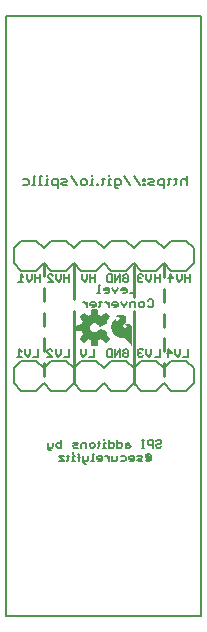
<source format=gbo>
G75*
%MOIN*%
%OFA0B0*%
%FSLAX25Y25*%
%IPPOS*%
%LPD*%
%AMOC8*
5,1,8,0,0,1.08239X$1,22.5*
%
%ADD10C,0.00800*%
%ADD11C,0.00500*%
%ADD12C,0.01000*%
%ADD13C,0.00000*%
%ADD14C,0.00001*%
%ADD15C,0.00591*%
D10*
X0002000Y0002000D02*
X0002000Y0202000D01*
X0067000Y0202000D01*
X0067000Y0002000D01*
X0002000Y0002000D01*
X0007000Y0077000D02*
X0012000Y0077000D01*
X0014500Y0079500D01*
X0017000Y0077000D01*
X0022000Y0077000D01*
X0024500Y0079500D01*
X0027000Y0077000D01*
X0032000Y0077000D01*
X0034500Y0079500D01*
X0037000Y0077000D01*
X0042000Y0077000D01*
X0044500Y0079500D01*
X0047000Y0077000D01*
X0052000Y0077000D01*
X0054500Y0079500D01*
X0057000Y0077000D01*
X0062000Y0077000D01*
X0064500Y0079500D01*
X0064500Y0084500D01*
X0062000Y0087000D01*
X0057000Y0087000D01*
X0054500Y0084500D01*
X0052000Y0087000D01*
X0047000Y0087000D01*
X0044500Y0084500D01*
X0042000Y0087000D01*
X0037000Y0087000D01*
X0034500Y0084500D01*
X0032000Y0087000D01*
X0027000Y0087000D01*
X0024500Y0084500D01*
X0022000Y0087000D01*
X0017000Y0087000D01*
X0014500Y0084500D01*
X0012000Y0087000D01*
X0007000Y0087000D01*
X0004500Y0084500D01*
X0004500Y0079500D01*
X0007000Y0077000D01*
X0007000Y0117000D02*
X0004500Y0119500D01*
X0004500Y0124500D01*
X0007000Y0127000D01*
X0012000Y0127000D01*
X0014500Y0124500D01*
X0017000Y0127000D01*
X0022000Y0127000D01*
X0024500Y0124500D01*
X0027000Y0127000D01*
X0032000Y0127000D01*
X0034500Y0124500D01*
X0037000Y0127000D01*
X0042000Y0127000D01*
X0044500Y0124500D01*
X0047000Y0127000D01*
X0052000Y0127000D01*
X0054500Y0124500D01*
X0057000Y0127000D01*
X0062000Y0127000D01*
X0064500Y0124500D01*
X0064500Y0119500D01*
X0062000Y0117000D01*
X0057000Y0117000D01*
X0054500Y0119500D01*
X0052000Y0117000D01*
X0047000Y0117000D01*
X0044500Y0119500D01*
X0042000Y0117000D01*
X0037000Y0117000D01*
X0034500Y0119500D01*
X0032000Y0117000D01*
X0027000Y0117000D01*
X0024500Y0119500D01*
X0022000Y0117000D01*
X0017000Y0117000D01*
X0014500Y0119500D01*
X0012000Y0117000D01*
X0007000Y0117000D01*
D11*
X0006891Y0115752D02*
X0006891Y0113250D01*
X0007725Y0113250D02*
X0006057Y0113250D01*
X0007725Y0114918D02*
X0006891Y0115752D01*
X0008820Y0115752D02*
X0008820Y0114084D01*
X0009654Y0113250D01*
X0010488Y0114084D01*
X0010488Y0115752D01*
X0011582Y0115752D02*
X0011582Y0113250D01*
X0011582Y0114501D02*
X0013250Y0114501D01*
X0013250Y0113250D02*
X0013250Y0115752D01*
X0015857Y0115335D02*
X0016274Y0115752D01*
X0017108Y0115752D01*
X0017525Y0115335D01*
X0018620Y0115752D02*
X0018620Y0114084D01*
X0019454Y0113250D01*
X0020288Y0114084D01*
X0020288Y0115752D01*
X0021382Y0115752D02*
X0021382Y0113250D01*
X0021382Y0114501D02*
X0023050Y0114501D01*
X0023050Y0113250D02*
X0023050Y0115752D01*
X0027320Y0115752D02*
X0027320Y0114084D01*
X0028154Y0113250D01*
X0028988Y0114084D01*
X0028988Y0115752D01*
X0030082Y0115752D02*
X0030082Y0113250D01*
X0030082Y0114501D02*
X0031750Y0114501D01*
X0031750Y0113250D02*
X0031750Y0115752D01*
X0032875Y0112252D02*
X0032875Y0109550D01*
X0033325Y0109550D02*
X0032424Y0109550D01*
X0032916Y0106552D02*
X0033816Y0106552D01*
X0033366Y0107002D02*
X0033366Y0105200D01*
X0032916Y0104750D01*
X0031852Y0105200D02*
X0031852Y0106101D01*
X0031402Y0106552D01*
X0030501Y0106552D01*
X0030050Y0106101D01*
X0030050Y0105651D01*
X0031852Y0105651D01*
X0031852Y0105200D02*
X0031402Y0104750D01*
X0030501Y0104750D01*
X0028905Y0104750D02*
X0028905Y0106552D01*
X0028005Y0106552D02*
X0028905Y0105651D01*
X0028005Y0106552D02*
X0027554Y0106552D01*
X0032875Y0112252D02*
X0033325Y0112252D01*
X0034470Y0110901D02*
X0034470Y0110451D01*
X0036272Y0110451D01*
X0036272Y0110901D02*
X0035821Y0111352D01*
X0034921Y0111352D01*
X0034470Y0110901D01*
X0034921Y0109550D02*
X0035821Y0109550D01*
X0036272Y0110000D01*
X0036272Y0110901D01*
X0035974Y0113250D02*
X0035557Y0113667D01*
X0035557Y0115335D01*
X0035974Y0115752D01*
X0037225Y0115752D01*
X0037225Y0113250D01*
X0035974Y0113250D01*
X0037417Y0111352D02*
X0038317Y0109550D01*
X0039218Y0111352D01*
X0039988Y0113250D02*
X0039988Y0115752D01*
X0038320Y0113250D01*
X0038320Y0115752D01*
X0040814Y0111352D02*
X0040363Y0110901D01*
X0040363Y0110451D01*
X0042165Y0110451D01*
X0042165Y0110901D02*
X0041714Y0111352D01*
X0040814Y0111352D01*
X0040814Y0109550D02*
X0041714Y0109550D01*
X0042165Y0110000D01*
X0042165Y0110901D01*
X0043310Y0109550D02*
X0045111Y0109550D01*
X0045111Y0112252D01*
X0046374Y0113250D02*
X0045957Y0113667D01*
X0045957Y0114084D01*
X0046374Y0114501D01*
X0046791Y0114501D01*
X0046374Y0114501D02*
X0045957Y0114918D01*
X0045957Y0115335D01*
X0046374Y0115752D01*
X0047208Y0115752D01*
X0047625Y0115335D01*
X0048720Y0115752D02*
X0048720Y0114084D01*
X0049554Y0113250D01*
X0050388Y0114084D01*
X0050388Y0115752D01*
X0051482Y0115752D02*
X0051482Y0113250D01*
X0051482Y0114501D02*
X0053150Y0114501D01*
X0053150Y0113250D02*
X0053150Y0115752D01*
X0056057Y0114501D02*
X0057725Y0114501D01*
X0056474Y0115752D01*
X0056474Y0113250D01*
X0058820Y0114084D02*
X0058820Y0115752D01*
X0058820Y0114084D02*
X0059654Y0113250D01*
X0060488Y0114084D01*
X0060488Y0115752D01*
X0061582Y0115752D02*
X0061582Y0113250D01*
X0061582Y0114501D02*
X0063250Y0114501D01*
X0063250Y0113250D02*
X0063250Y0115752D01*
X0062750Y0090752D02*
X0062750Y0088250D01*
X0061082Y0088250D01*
X0059988Y0089084D02*
X0059154Y0088250D01*
X0058320Y0089084D01*
X0058320Y0090752D01*
X0057225Y0089501D02*
X0055557Y0089501D01*
X0055974Y0088250D02*
X0055974Y0090752D01*
X0057225Y0089501D01*
X0059988Y0089084D02*
X0059988Y0090752D01*
X0053150Y0090852D02*
X0053150Y0088350D01*
X0051482Y0088350D01*
X0050388Y0089184D02*
X0050388Y0090852D01*
X0050388Y0089184D02*
X0049554Y0088350D01*
X0048720Y0089184D01*
X0048720Y0090852D01*
X0047625Y0090435D02*
X0047208Y0090852D01*
X0046374Y0090852D01*
X0045957Y0090435D01*
X0045957Y0090018D01*
X0046374Y0089601D01*
X0045957Y0089184D01*
X0045957Y0088767D01*
X0046374Y0088350D01*
X0047208Y0088350D01*
X0047625Y0088767D01*
X0046791Y0089601D02*
X0046374Y0089601D01*
X0042750Y0090335D02*
X0042750Y0088667D01*
X0042333Y0088250D01*
X0041499Y0088250D01*
X0041082Y0088667D01*
X0041082Y0089501D01*
X0041916Y0089501D01*
X0042750Y0090335D02*
X0042333Y0090752D01*
X0041499Y0090752D01*
X0041082Y0090335D01*
X0039988Y0090752D02*
X0039988Y0088250D01*
X0038320Y0088250D02*
X0039988Y0090752D01*
X0038320Y0090752D02*
X0038320Y0088250D01*
X0037225Y0088250D02*
X0035974Y0088250D01*
X0035557Y0088667D01*
X0035557Y0090335D01*
X0035974Y0090752D01*
X0037225Y0090752D01*
X0037225Y0088250D01*
X0031250Y0088250D02*
X0029582Y0088250D01*
X0028488Y0089084D02*
X0028488Y0090752D01*
X0028488Y0089084D02*
X0027654Y0088250D01*
X0026820Y0089084D01*
X0026820Y0090752D01*
X0022950Y0090752D02*
X0022950Y0088250D01*
X0021282Y0088250D01*
X0020188Y0089084D02*
X0020188Y0090752D01*
X0020188Y0089084D02*
X0019354Y0088250D01*
X0018520Y0089084D01*
X0018520Y0090752D01*
X0017425Y0090335D02*
X0017008Y0090752D01*
X0016174Y0090752D01*
X0015757Y0090335D01*
X0015757Y0089918D01*
X0017425Y0088250D01*
X0015757Y0088250D01*
X0012750Y0088250D02*
X0011082Y0088250D01*
X0009988Y0089084D02*
X0009154Y0088250D01*
X0008320Y0089084D01*
X0008320Y0090752D01*
X0007225Y0089918D02*
X0006391Y0090752D01*
X0006391Y0088250D01*
X0007225Y0088250D02*
X0005557Y0088250D01*
X0009988Y0089084D02*
X0009988Y0090752D01*
X0012750Y0090752D02*
X0012750Y0088250D01*
X0015857Y0113250D02*
X0017525Y0113250D01*
X0015857Y0114918D01*
X0015857Y0115335D01*
X0019211Y0144499D02*
X0019211Y0147502D01*
X0017709Y0147502D01*
X0017209Y0147001D01*
X0017209Y0146000D01*
X0017709Y0145500D01*
X0019211Y0145500D01*
X0020432Y0146000D02*
X0020932Y0146501D01*
X0021933Y0146501D01*
X0022433Y0147001D01*
X0021933Y0147502D01*
X0020432Y0147502D01*
X0020432Y0146000D02*
X0020932Y0145500D01*
X0022433Y0145500D01*
X0025656Y0145500D02*
X0023654Y0148503D01*
X0026877Y0147001D02*
X0026877Y0146000D01*
X0027378Y0145500D01*
X0028378Y0145500D01*
X0028879Y0146000D01*
X0028879Y0147001D01*
X0028378Y0147502D01*
X0027378Y0147502D01*
X0026877Y0147001D01*
X0030026Y0145500D02*
X0031027Y0145500D01*
X0030527Y0145500D02*
X0030527Y0147502D01*
X0031027Y0147502D01*
X0030527Y0148503D02*
X0030527Y0149003D01*
X0032138Y0146000D02*
X0032138Y0145500D01*
X0032639Y0145500D01*
X0032639Y0146000D01*
X0032138Y0146000D01*
X0033786Y0145500D02*
X0034287Y0146000D01*
X0034287Y0148002D01*
X0034787Y0147502D02*
X0033786Y0147502D01*
X0036435Y0147502D02*
X0036435Y0145500D01*
X0035935Y0145500D02*
X0036936Y0145500D01*
X0036936Y0147502D02*
X0036435Y0147502D01*
X0036435Y0148503D02*
X0036435Y0149003D01*
X0038157Y0147502D02*
X0038157Y0145000D01*
X0038657Y0144499D01*
X0039158Y0144499D01*
X0039658Y0145500D02*
X0038157Y0145500D01*
X0038157Y0147502D02*
X0039658Y0147502D01*
X0040158Y0147001D01*
X0040158Y0146000D01*
X0039658Y0145500D01*
X0041379Y0148503D02*
X0043381Y0145500D01*
X0046604Y0145500D02*
X0044602Y0148503D01*
X0047715Y0147502D02*
X0047715Y0147001D01*
X0048215Y0147001D01*
X0048215Y0147502D01*
X0047715Y0147502D01*
X0047715Y0146000D02*
X0047715Y0145500D01*
X0048215Y0145500D01*
X0048215Y0146000D01*
X0047715Y0146000D01*
X0049436Y0146000D02*
X0049937Y0146501D01*
X0050938Y0146501D01*
X0051438Y0147001D01*
X0050938Y0147502D01*
X0049436Y0147502D01*
X0049436Y0146000D02*
X0049937Y0145500D01*
X0051438Y0145500D01*
X0052659Y0146000D02*
X0053160Y0145500D01*
X0054661Y0145500D01*
X0054661Y0144499D02*
X0054661Y0147502D01*
X0053160Y0147502D01*
X0052659Y0147001D01*
X0052659Y0146000D01*
X0055808Y0145500D02*
X0056309Y0146000D01*
X0056309Y0148002D01*
X0056809Y0147502D02*
X0055808Y0147502D01*
X0057957Y0147502D02*
X0058958Y0147502D01*
X0058457Y0148002D02*
X0058457Y0146000D01*
X0057957Y0145500D01*
X0060179Y0145500D02*
X0060179Y0147001D01*
X0060679Y0147502D01*
X0061680Y0147502D01*
X0062181Y0147001D01*
X0062181Y0145500D02*
X0062181Y0148503D01*
X0050554Y0107452D02*
X0049653Y0107452D01*
X0049203Y0107002D01*
X0049203Y0105200D02*
X0049653Y0104750D01*
X0050554Y0104750D01*
X0051004Y0105200D01*
X0051004Y0107002D01*
X0050554Y0107452D01*
X0048058Y0106101D02*
X0048058Y0105200D01*
X0047607Y0104750D01*
X0046707Y0104750D01*
X0046256Y0105200D01*
X0046256Y0106101D01*
X0046707Y0106552D01*
X0047607Y0106552D01*
X0048058Y0106101D01*
X0047208Y0113250D02*
X0046374Y0113250D01*
X0047208Y0113250D02*
X0047625Y0113667D01*
X0045111Y0106552D02*
X0045111Y0104750D01*
X0045111Y0106552D02*
X0043760Y0106552D01*
X0043310Y0106101D01*
X0043310Y0104750D01*
X0041264Y0104750D02*
X0042165Y0106552D01*
X0040363Y0106552D02*
X0041264Y0104750D01*
X0039218Y0105200D02*
X0039218Y0106101D01*
X0038768Y0106552D01*
X0037867Y0106552D01*
X0037417Y0106101D01*
X0037417Y0105651D01*
X0039218Y0105651D01*
X0039218Y0105200D02*
X0038768Y0104750D01*
X0037867Y0104750D01*
X0036272Y0104750D02*
X0036272Y0106552D01*
X0036272Y0105651D02*
X0035371Y0106552D01*
X0034921Y0106552D01*
X0031250Y0090752D02*
X0031250Y0088250D01*
X0041499Y0113250D02*
X0041082Y0113667D01*
X0041082Y0114501D01*
X0041916Y0114501D01*
X0042750Y0113667D02*
X0042333Y0113250D01*
X0041499Y0113250D01*
X0042750Y0113667D02*
X0042750Y0115335D01*
X0042333Y0115752D01*
X0041499Y0115752D01*
X0041082Y0115335D01*
X0034754Y0060919D02*
X0034754Y0060502D01*
X0034754Y0059668D02*
X0034754Y0058000D01*
X0035171Y0058000D02*
X0034337Y0058000D01*
X0034754Y0059668D02*
X0035171Y0059668D01*
X0036265Y0059668D02*
X0037516Y0059668D01*
X0037933Y0059251D01*
X0037933Y0058417D01*
X0037516Y0058000D01*
X0036265Y0058000D01*
X0036265Y0060502D01*
X0036322Y0055168D02*
X0036322Y0053500D01*
X0036322Y0054334D02*
X0035488Y0055168D01*
X0035071Y0055168D01*
X0034020Y0054751D02*
X0033603Y0055168D01*
X0032769Y0055168D01*
X0032352Y0054751D01*
X0032352Y0054334D01*
X0034020Y0054334D01*
X0034020Y0053917D02*
X0034020Y0054751D01*
X0034020Y0053917D02*
X0033603Y0053500D01*
X0032769Y0053500D01*
X0031258Y0053500D02*
X0030423Y0053500D01*
X0030841Y0053500D02*
X0030841Y0056002D01*
X0031258Y0056002D01*
X0031071Y0058000D02*
X0031488Y0058417D01*
X0031488Y0059251D01*
X0031071Y0059668D01*
X0030237Y0059668D01*
X0029820Y0059251D01*
X0029820Y0058417D01*
X0030237Y0058000D01*
X0031071Y0058000D01*
X0032495Y0058000D02*
X0032912Y0058417D01*
X0032912Y0060085D01*
X0033329Y0059668D02*
X0032495Y0059668D01*
X0029416Y0055168D02*
X0029416Y0053917D01*
X0028999Y0053500D01*
X0027748Y0053500D01*
X0027748Y0053083D02*
X0028165Y0052666D01*
X0028582Y0052666D01*
X0027748Y0053083D02*
X0027748Y0055168D01*
X0027057Y0058000D02*
X0027057Y0059251D01*
X0027474Y0059668D01*
X0028725Y0059668D01*
X0028725Y0058000D01*
X0026237Y0055585D02*
X0026237Y0053500D01*
X0026654Y0054751D02*
X0025820Y0054751D01*
X0026237Y0055585D02*
X0025820Y0056002D01*
X0025963Y0058000D02*
X0024712Y0058000D01*
X0024295Y0058417D01*
X0024712Y0058834D01*
X0025546Y0058834D01*
X0025963Y0059251D01*
X0025546Y0059668D01*
X0024295Y0059668D01*
X0024395Y0056419D02*
X0024395Y0056002D01*
X0024395Y0055168D02*
X0024395Y0053500D01*
X0024812Y0053500D02*
X0023978Y0053500D01*
X0024395Y0055168D02*
X0024812Y0055168D01*
X0022970Y0055168D02*
X0022136Y0055168D01*
X0022553Y0055585D02*
X0022553Y0053917D01*
X0022136Y0053500D01*
X0021129Y0053500D02*
X0019461Y0053500D01*
X0019461Y0055168D02*
X0021129Y0053500D01*
X0021129Y0055168D02*
X0019461Y0055168D01*
X0019187Y0058000D02*
X0018770Y0058417D01*
X0018770Y0059251D01*
X0019187Y0059668D01*
X0020438Y0059668D01*
X0020438Y0060502D02*
X0020438Y0058000D01*
X0019187Y0058000D01*
X0017676Y0058417D02*
X0017259Y0058000D01*
X0016008Y0058000D01*
X0016008Y0057583D02*
X0016425Y0057166D01*
X0016842Y0057166D01*
X0016008Y0057583D02*
X0016008Y0059668D01*
X0017676Y0059668D02*
X0017676Y0058417D01*
X0037416Y0055168D02*
X0037416Y0053500D01*
X0038667Y0053500D01*
X0039084Y0053917D01*
X0039084Y0055168D01*
X0039027Y0058000D02*
X0040279Y0058000D01*
X0040696Y0058417D01*
X0040696Y0059251D01*
X0040279Y0059668D01*
X0039027Y0059668D01*
X0039027Y0060502D02*
X0039027Y0058000D01*
X0040178Y0055168D02*
X0041430Y0055168D01*
X0041847Y0054751D01*
X0041847Y0053917D01*
X0041430Y0053500D01*
X0040178Y0053500D01*
X0041790Y0058000D02*
X0043041Y0058000D01*
X0043458Y0058417D01*
X0043041Y0058834D01*
X0041790Y0058834D01*
X0041790Y0059251D02*
X0041790Y0058000D01*
X0041790Y0059251D02*
X0042207Y0059668D01*
X0043041Y0059668D01*
X0043358Y0055168D02*
X0042941Y0054751D01*
X0042941Y0054334D01*
X0044609Y0054334D01*
X0044609Y0053917D02*
X0044609Y0054751D01*
X0044192Y0055168D01*
X0043358Y0055168D01*
X0043358Y0053500D02*
X0044192Y0053500D01*
X0044609Y0053917D01*
X0045703Y0053917D02*
X0046120Y0054334D01*
X0046954Y0054334D01*
X0047371Y0054751D01*
X0046954Y0055168D01*
X0045703Y0055168D01*
X0045703Y0053917D02*
X0046120Y0053500D01*
X0047371Y0053500D01*
X0048466Y0053917D02*
X0048883Y0053500D01*
X0049717Y0053500D01*
X0050134Y0053917D01*
X0050134Y0055585D01*
X0049717Y0056002D01*
X0048883Y0056002D01*
X0048466Y0055585D01*
X0048466Y0054751D01*
X0048883Y0054334D01*
X0048883Y0055168D01*
X0049717Y0055168D01*
X0049717Y0054334D01*
X0048883Y0054334D01*
X0048062Y0058000D02*
X0047228Y0058000D01*
X0047645Y0058000D02*
X0047645Y0060502D01*
X0048062Y0060502D02*
X0047228Y0060502D01*
X0049156Y0060085D02*
X0049156Y0059251D01*
X0049573Y0058834D01*
X0050824Y0058834D01*
X0050824Y0058000D02*
X0050824Y0060502D01*
X0049573Y0060502D01*
X0049156Y0060085D01*
X0051918Y0060085D02*
X0052335Y0060502D01*
X0053170Y0060502D01*
X0053587Y0060085D01*
X0053587Y0059668D01*
X0053170Y0059251D01*
X0052335Y0059251D01*
X0051918Y0058834D01*
X0051918Y0058417D01*
X0052335Y0058000D01*
X0053170Y0058000D01*
X0053587Y0058417D01*
X0015988Y0145500D02*
X0014987Y0145500D01*
X0015487Y0145500D02*
X0015487Y0147502D01*
X0015988Y0147502D01*
X0015487Y0148503D02*
X0015487Y0149003D01*
X0013839Y0148503D02*
X0013339Y0148503D01*
X0013339Y0145500D01*
X0013839Y0145500D02*
X0012838Y0145500D01*
X0011691Y0145500D02*
X0010690Y0145500D01*
X0011190Y0145500D02*
X0011190Y0148503D01*
X0011691Y0148503D01*
X0009542Y0147001D02*
X0009542Y0146000D01*
X0009042Y0145500D01*
X0007541Y0145500D01*
X0007541Y0147502D02*
X0009042Y0147502D01*
X0009542Y0147001D01*
D12*
X0014500Y0119500D02*
X0014500Y0115150D01*
X0014500Y0111213D02*
X0014500Y0106862D01*
X0014500Y0102925D02*
X0014500Y0098575D01*
X0014500Y0094638D02*
X0014500Y0090287D01*
X0014500Y0086350D02*
X0014500Y0082000D01*
X0024500Y0079800D02*
X0024500Y0103600D01*
X0024500Y0107500D02*
X0024500Y0118800D01*
X0044500Y0118700D02*
X0044500Y0108400D01*
X0044500Y0103500D02*
X0044500Y0079400D01*
X0054500Y0082000D02*
X0054500Y0086250D01*
X0054500Y0090187D02*
X0054500Y0094438D01*
X0054500Y0098375D02*
X0054500Y0102625D01*
X0054500Y0106562D02*
X0054500Y0110813D01*
X0054500Y0114750D02*
X0054500Y0119000D01*
D13*
X0043386Y0098795D02*
X0043504Y0098598D01*
X0043622Y0098402D01*
X0043701Y0098126D01*
X0043740Y0097811D01*
X0043740Y0092378D01*
X0043740Y0092417D01*
X0043661Y0092496D01*
X0043543Y0092614D01*
X0043425Y0092811D01*
X0043228Y0093008D01*
X0043031Y0093244D01*
X0042795Y0093480D01*
X0042559Y0093717D01*
X0042323Y0093992D01*
X0042087Y0094268D01*
X0041890Y0094465D01*
X0041693Y0094661D01*
X0041496Y0094780D01*
X0041299Y0094898D01*
X0041063Y0094937D01*
X0040315Y0094937D01*
X0039843Y0095016D01*
X0039409Y0095134D01*
X0039016Y0095291D01*
X0038622Y0095528D01*
X0038307Y0095803D01*
X0037992Y0096118D01*
X0037717Y0096472D01*
X0037323Y0097181D01*
X0037126Y0097929D01*
X0037087Y0098598D01*
X0037205Y0099228D01*
X0037402Y0099819D01*
X0037677Y0100252D01*
X0037992Y0100606D01*
X0038307Y0100803D01*
X0038307Y0100764D01*
X0038307Y0100449D01*
X0038346Y0100331D01*
X0038386Y0100252D01*
X0038504Y0100134D01*
X0038622Y0100094D01*
X0038740Y0100094D01*
X0038898Y0100134D01*
X0039055Y0100173D01*
X0039213Y0100252D01*
X0039331Y0100331D01*
X0039488Y0100449D01*
X0039606Y0100567D01*
X0039724Y0100685D01*
X0039803Y0100803D01*
X0039882Y0100921D01*
X0039921Y0101079D01*
X0039921Y0101315D01*
X0039882Y0101433D01*
X0039843Y0101512D01*
X0039764Y0101630D01*
X0039606Y0101748D01*
X0039449Y0101827D01*
X0039252Y0101866D01*
X0039094Y0101906D01*
X0038858Y0101906D01*
X0038780Y0101866D01*
X0038740Y0101866D01*
X0038780Y0101906D01*
X0038937Y0102024D01*
X0039173Y0102142D01*
X0039488Y0102299D01*
X0039843Y0102378D01*
X0040236Y0102378D01*
X0040669Y0102299D01*
X0041102Y0102063D01*
X0041457Y0101787D01*
X0041654Y0101472D01*
X0041772Y0101118D01*
X0041772Y0100803D01*
X0041693Y0100449D01*
X0041496Y0100094D01*
X0041220Y0099780D01*
X0040906Y0099425D01*
X0040630Y0099150D01*
X0040512Y0098835D01*
X0040512Y0098559D01*
X0040591Y0098323D01*
X0040748Y0098126D01*
X0040984Y0097969D01*
X0041299Y0097890D01*
X0041614Y0097890D01*
X0041811Y0097929D01*
X0042008Y0098008D01*
X0042126Y0098126D01*
X0042244Y0098244D01*
X0042323Y0098362D01*
X0042362Y0098480D01*
X0042362Y0098638D01*
X0042323Y0098756D01*
X0042244Y0098835D01*
X0042165Y0098913D01*
X0042087Y0098992D01*
X0041969Y0099031D01*
X0041890Y0099071D01*
X0041811Y0099110D01*
X0041772Y0099150D01*
X0041850Y0099189D01*
X0041929Y0099228D01*
X0042402Y0099228D01*
X0042638Y0099189D01*
X0042835Y0099150D01*
X0043031Y0099071D01*
X0043189Y0098953D01*
X0043386Y0098795D01*
D14*
X0042283Y0098795D01*
X0042282Y0098796D02*
X0043385Y0098796D01*
X0043383Y0098797D02*
X0042281Y0098797D01*
X0042281Y0098798D02*
X0043382Y0098798D01*
X0043381Y0098799D02*
X0042280Y0098799D01*
X0042279Y0098800D02*
X0043380Y0098800D01*
X0043378Y0098801D02*
X0042278Y0098801D01*
X0042277Y0098802D02*
X0043377Y0098802D01*
X0043376Y0098803D02*
X0042276Y0098803D01*
X0042275Y0098804D02*
X0043375Y0098804D01*
X0043374Y0098805D02*
X0042274Y0098805D01*
X0042273Y0098806D02*
X0043372Y0098806D01*
X0043371Y0098807D02*
X0042272Y0098807D01*
X0042271Y0098808D02*
X0043370Y0098808D01*
X0043369Y0098809D02*
X0042270Y0098809D01*
X0042269Y0098810D02*
X0043367Y0098810D01*
X0043366Y0098811D02*
X0042268Y0098811D01*
X0042267Y0098812D02*
X0043365Y0098812D01*
X0043364Y0098813D02*
X0042266Y0098813D01*
X0042265Y0098814D02*
X0043362Y0098814D01*
X0043361Y0098815D02*
X0042264Y0098815D01*
X0042263Y0098816D02*
X0043360Y0098816D01*
X0043359Y0098817D02*
X0042262Y0098817D01*
X0042261Y0098818D02*
X0043358Y0098818D01*
X0043356Y0098819D02*
X0042260Y0098819D01*
X0042259Y0098820D02*
X0043355Y0098820D01*
X0043354Y0098821D02*
X0042258Y0098821D01*
X0042257Y0098822D02*
X0043353Y0098822D01*
X0043351Y0098823D02*
X0042256Y0098823D01*
X0042255Y0098824D02*
X0043350Y0098824D01*
X0043349Y0098825D02*
X0042254Y0098825D01*
X0042253Y0098826D02*
X0043348Y0098826D01*
X0043346Y0098827D02*
X0042252Y0098827D01*
X0042251Y0098828D02*
X0043345Y0098828D01*
X0043344Y0098829D02*
X0042250Y0098829D01*
X0042249Y0098830D02*
X0043343Y0098830D01*
X0043342Y0098831D02*
X0042248Y0098831D01*
X0042247Y0098832D02*
X0043340Y0098832D01*
X0043339Y0098833D02*
X0042246Y0098833D01*
X0042245Y0098834D02*
X0043338Y0098834D01*
X0043337Y0098835D02*
X0042244Y0098835D01*
X0042243Y0098836D02*
X0043335Y0098836D01*
X0043334Y0098837D02*
X0042242Y0098837D01*
X0042241Y0098838D02*
X0043333Y0098838D01*
X0043332Y0098839D02*
X0042240Y0098839D01*
X0042239Y0098840D02*
X0043330Y0098840D01*
X0043329Y0098841D02*
X0042238Y0098841D01*
X0042237Y0098842D02*
X0043328Y0098842D01*
X0043327Y0098843D02*
X0042236Y0098843D01*
X0042235Y0098844D02*
X0043326Y0098844D01*
X0043324Y0098844D02*
X0042234Y0098844D01*
X0042233Y0098845D02*
X0043323Y0098845D01*
X0043322Y0098846D02*
X0042232Y0098846D01*
X0042231Y0098847D02*
X0043321Y0098847D01*
X0043319Y0098848D02*
X0042230Y0098848D01*
X0042229Y0098849D02*
X0043318Y0098849D01*
X0043317Y0098850D02*
X0042228Y0098850D01*
X0042227Y0098851D02*
X0043316Y0098851D01*
X0043314Y0098852D02*
X0042226Y0098852D01*
X0042225Y0098853D02*
X0043313Y0098853D01*
X0043312Y0098854D02*
X0042224Y0098854D01*
X0042223Y0098855D02*
X0043311Y0098855D01*
X0043310Y0098856D02*
X0042222Y0098856D01*
X0042221Y0098857D02*
X0043308Y0098857D01*
X0043307Y0098858D02*
X0042220Y0098858D01*
X0042219Y0098859D02*
X0043306Y0098859D01*
X0043305Y0098860D02*
X0042219Y0098860D01*
X0042218Y0098861D02*
X0043303Y0098861D01*
X0043302Y0098862D02*
X0042217Y0098862D01*
X0042216Y0098863D02*
X0043301Y0098863D01*
X0043300Y0098864D02*
X0042215Y0098864D01*
X0042214Y0098865D02*
X0043298Y0098865D01*
X0043297Y0098866D02*
X0042213Y0098866D01*
X0042212Y0098867D02*
X0043296Y0098867D01*
X0043295Y0098868D02*
X0042211Y0098868D01*
X0042210Y0098869D02*
X0043294Y0098869D01*
X0043292Y0098870D02*
X0042209Y0098870D01*
X0042208Y0098871D02*
X0043291Y0098871D01*
X0043290Y0098872D02*
X0042207Y0098872D01*
X0042206Y0098873D02*
X0043289Y0098873D01*
X0043287Y0098874D02*
X0042205Y0098874D01*
X0042204Y0098875D02*
X0043286Y0098875D01*
X0043285Y0098876D02*
X0042203Y0098876D01*
X0042202Y0098877D02*
X0043284Y0098877D01*
X0043282Y0098878D02*
X0042201Y0098878D01*
X0042200Y0098879D02*
X0043281Y0098879D01*
X0043280Y0098880D02*
X0042199Y0098880D01*
X0042198Y0098881D02*
X0043279Y0098881D01*
X0043278Y0098882D02*
X0042197Y0098882D01*
X0042196Y0098883D02*
X0043276Y0098883D01*
X0043275Y0098884D02*
X0042195Y0098884D01*
X0042194Y0098885D02*
X0043274Y0098885D01*
X0043273Y0098886D02*
X0042193Y0098886D01*
X0042192Y0098887D02*
X0043271Y0098887D01*
X0043270Y0098888D02*
X0042191Y0098888D01*
X0042190Y0098889D02*
X0043269Y0098889D01*
X0043268Y0098890D02*
X0042189Y0098890D01*
X0042188Y0098891D02*
X0043266Y0098891D01*
X0043265Y0098892D02*
X0042187Y0098892D01*
X0042186Y0098893D02*
X0043264Y0098893D01*
X0043263Y0098894D02*
X0042185Y0098894D01*
X0042184Y0098895D02*
X0043262Y0098895D01*
X0043260Y0098896D02*
X0042183Y0098896D01*
X0042182Y0098897D02*
X0043259Y0098897D01*
X0043258Y0098898D02*
X0042181Y0098898D01*
X0042180Y0098899D02*
X0043257Y0098899D01*
X0043255Y0098900D02*
X0042179Y0098900D01*
X0042178Y0098901D02*
X0043254Y0098901D01*
X0043253Y0098902D02*
X0042177Y0098902D01*
X0042176Y0098903D02*
X0043252Y0098903D01*
X0043250Y0098904D02*
X0042175Y0098904D01*
X0042174Y0098905D02*
X0043249Y0098905D01*
X0043248Y0098906D02*
X0042173Y0098906D01*
X0042172Y0098906D02*
X0043247Y0098906D01*
X0043246Y0098907D02*
X0042171Y0098907D01*
X0042170Y0098908D02*
X0043244Y0098908D01*
X0043243Y0098909D02*
X0042169Y0098909D01*
X0042168Y0098910D02*
X0043242Y0098910D01*
X0043241Y0098911D02*
X0042167Y0098911D01*
X0042166Y0098912D02*
X0043239Y0098912D01*
X0043238Y0098913D02*
X0042165Y0098913D01*
X0042164Y0098914D02*
X0043237Y0098914D01*
X0043236Y0098915D02*
X0042163Y0098915D01*
X0042162Y0098916D02*
X0043234Y0098916D01*
X0043233Y0098917D02*
X0042161Y0098917D01*
X0042160Y0098918D02*
X0043232Y0098918D01*
X0043231Y0098919D02*
X0042159Y0098919D01*
X0042158Y0098920D02*
X0043230Y0098920D01*
X0043228Y0098921D02*
X0042157Y0098921D01*
X0042156Y0098922D02*
X0043227Y0098922D01*
X0043226Y0098923D02*
X0042156Y0098923D01*
X0042155Y0098924D02*
X0043225Y0098924D01*
X0043223Y0098925D02*
X0042154Y0098925D01*
X0042153Y0098926D02*
X0043222Y0098926D01*
X0043221Y0098927D02*
X0042152Y0098927D01*
X0042151Y0098928D02*
X0043220Y0098928D01*
X0043219Y0098929D02*
X0042150Y0098929D01*
X0042149Y0098930D02*
X0043217Y0098930D01*
X0043216Y0098931D02*
X0042148Y0098931D01*
X0042147Y0098932D02*
X0043215Y0098932D01*
X0043214Y0098933D02*
X0042146Y0098933D01*
X0042145Y0098934D02*
X0043212Y0098934D01*
X0043211Y0098935D02*
X0042144Y0098935D01*
X0042143Y0098936D02*
X0043210Y0098936D01*
X0043209Y0098937D02*
X0042142Y0098937D01*
X0042141Y0098938D02*
X0043207Y0098938D01*
X0043206Y0098939D02*
X0042140Y0098939D01*
X0042139Y0098940D02*
X0043205Y0098940D01*
X0043204Y0098941D02*
X0042138Y0098941D01*
X0042137Y0098942D02*
X0043203Y0098942D01*
X0043201Y0098943D02*
X0042136Y0098943D01*
X0042135Y0098944D02*
X0043200Y0098944D01*
X0043199Y0098945D02*
X0042134Y0098945D01*
X0042133Y0098946D02*
X0043198Y0098946D01*
X0043196Y0098947D02*
X0042132Y0098947D01*
X0042131Y0098948D02*
X0043195Y0098948D01*
X0043194Y0098949D02*
X0042130Y0098949D01*
X0042129Y0098950D02*
X0043193Y0098950D01*
X0043191Y0098951D02*
X0042128Y0098951D01*
X0042127Y0098952D02*
X0043190Y0098952D01*
X0043189Y0098953D02*
X0042126Y0098953D01*
X0042125Y0098954D02*
X0043188Y0098954D01*
X0043186Y0098955D02*
X0042124Y0098955D01*
X0042123Y0098956D02*
X0043185Y0098956D01*
X0043184Y0098957D02*
X0042122Y0098957D01*
X0042121Y0098958D02*
X0043182Y0098958D01*
X0043181Y0098959D02*
X0042120Y0098959D01*
X0042119Y0098960D02*
X0043180Y0098960D01*
X0043178Y0098961D02*
X0042118Y0098961D01*
X0042117Y0098962D02*
X0043177Y0098962D01*
X0043176Y0098963D02*
X0042116Y0098963D01*
X0042115Y0098964D02*
X0043175Y0098964D01*
X0043173Y0098965D02*
X0042114Y0098965D01*
X0042113Y0098966D02*
X0043172Y0098966D01*
X0043171Y0098967D02*
X0042112Y0098967D01*
X0042111Y0098968D02*
X0043169Y0098968D01*
X0043168Y0098969D02*
X0042110Y0098969D01*
X0042109Y0098969D02*
X0043167Y0098969D01*
X0043165Y0098970D02*
X0042108Y0098970D01*
X0042107Y0098971D02*
X0043164Y0098971D01*
X0043163Y0098972D02*
X0042106Y0098972D01*
X0042105Y0098973D02*
X0043161Y0098973D01*
X0043160Y0098974D02*
X0042104Y0098974D01*
X0042103Y0098975D02*
X0043159Y0098975D01*
X0043157Y0098976D02*
X0042102Y0098976D01*
X0042101Y0098977D02*
X0043156Y0098977D01*
X0043155Y0098978D02*
X0042100Y0098978D01*
X0042099Y0098979D02*
X0043154Y0098979D01*
X0043152Y0098980D02*
X0042098Y0098980D01*
X0042097Y0098981D02*
X0043151Y0098981D01*
X0043150Y0098982D02*
X0042096Y0098982D01*
X0042095Y0098983D02*
X0043148Y0098983D01*
X0043147Y0098984D02*
X0042094Y0098984D01*
X0042094Y0098985D02*
X0043146Y0098985D01*
X0043144Y0098986D02*
X0042093Y0098986D01*
X0042092Y0098987D02*
X0043143Y0098987D01*
X0043142Y0098988D02*
X0042091Y0098988D01*
X0042090Y0098989D02*
X0043140Y0098989D01*
X0043139Y0098990D02*
X0042089Y0098990D01*
X0042088Y0098991D02*
X0043138Y0098991D01*
X0043136Y0098992D02*
X0042087Y0098992D01*
X0042084Y0098993D02*
X0043135Y0098993D01*
X0043134Y0098994D02*
X0042081Y0098994D01*
X0042078Y0098995D02*
X0043133Y0098995D01*
X0043131Y0098996D02*
X0042075Y0098996D01*
X0042072Y0098997D02*
X0043130Y0098997D01*
X0043129Y0098998D02*
X0042069Y0098998D01*
X0042066Y0098999D02*
X0043127Y0098999D01*
X0043126Y0099000D02*
X0042063Y0099000D01*
X0042060Y0099001D02*
X0043125Y0099001D01*
X0043123Y0099002D02*
X0042057Y0099002D01*
X0042054Y0099003D02*
X0043122Y0099003D01*
X0043121Y0099004D02*
X0042051Y0099004D01*
X0042048Y0099005D02*
X0043119Y0099005D01*
X0043118Y0099006D02*
X0042045Y0099006D01*
X0042042Y0099007D02*
X0043117Y0099007D01*
X0043115Y0099008D02*
X0042039Y0099008D01*
X0042036Y0099009D02*
X0043114Y0099009D01*
X0043113Y0099010D02*
X0042033Y0099010D01*
X0042031Y0099011D02*
X0043112Y0099011D01*
X0043110Y0099012D02*
X0042028Y0099012D01*
X0042025Y0099013D02*
X0043109Y0099013D01*
X0043108Y0099014D02*
X0042022Y0099014D01*
X0042019Y0099015D02*
X0043106Y0099015D01*
X0043105Y0099016D02*
X0042016Y0099016D01*
X0042013Y0099017D02*
X0043104Y0099017D01*
X0043102Y0099018D02*
X0042010Y0099018D01*
X0042007Y0099019D02*
X0043101Y0099019D01*
X0043100Y0099020D02*
X0042004Y0099020D01*
X0042001Y0099021D02*
X0043098Y0099021D01*
X0043097Y0099022D02*
X0041998Y0099022D01*
X0041995Y0099023D02*
X0043096Y0099023D01*
X0043094Y0099024D02*
X0041992Y0099024D01*
X0041989Y0099025D02*
X0043093Y0099025D01*
X0043092Y0099026D02*
X0041986Y0099026D01*
X0041983Y0099027D02*
X0043091Y0099027D01*
X0043089Y0099028D02*
X0041980Y0099028D01*
X0041977Y0099029D02*
X0043088Y0099029D01*
X0043087Y0099030D02*
X0041974Y0099030D01*
X0041971Y0099031D02*
X0043085Y0099031D01*
X0043084Y0099031D02*
X0041969Y0099031D01*
X0041967Y0099032D02*
X0043083Y0099032D01*
X0043081Y0099033D02*
X0041965Y0099033D01*
X0041963Y0099034D02*
X0043080Y0099034D01*
X0043079Y0099035D02*
X0041961Y0099035D01*
X0041959Y0099036D02*
X0043077Y0099036D01*
X0043076Y0099037D02*
X0041957Y0099037D01*
X0041955Y0099038D02*
X0043075Y0099038D01*
X0043073Y0099039D02*
X0041953Y0099039D01*
X0041951Y0099040D02*
X0043072Y0099040D01*
X0043071Y0099041D02*
X0041949Y0099041D01*
X0041947Y0099042D02*
X0043070Y0099042D01*
X0043068Y0099043D02*
X0041945Y0099043D01*
X0041943Y0099044D02*
X0043067Y0099044D01*
X0043066Y0099045D02*
X0041941Y0099045D01*
X0041939Y0099046D02*
X0043064Y0099046D01*
X0043063Y0099047D02*
X0041937Y0099047D01*
X0041935Y0099048D02*
X0043062Y0099048D01*
X0043060Y0099049D02*
X0041933Y0099049D01*
X0041931Y0099050D02*
X0043059Y0099050D01*
X0043058Y0099051D02*
X0041929Y0099051D01*
X0041927Y0099052D02*
X0043056Y0099052D01*
X0043055Y0099053D02*
X0041925Y0099053D01*
X0041923Y0099054D02*
X0043054Y0099054D01*
X0043052Y0099055D02*
X0041921Y0099055D01*
X0041919Y0099056D02*
X0043051Y0099056D01*
X0043050Y0099057D02*
X0041917Y0099057D01*
X0041915Y0099058D02*
X0043049Y0099058D01*
X0043047Y0099059D02*
X0041913Y0099059D01*
X0041911Y0099060D02*
X0043046Y0099060D01*
X0043045Y0099061D02*
X0041909Y0099061D01*
X0041907Y0099062D02*
X0043043Y0099062D01*
X0043042Y0099063D02*
X0041906Y0099063D01*
X0041904Y0099064D02*
X0043041Y0099064D01*
X0043039Y0099065D02*
X0041902Y0099065D01*
X0041900Y0099066D02*
X0043038Y0099066D01*
X0043037Y0099067D02*
X0041898Y0099067D01*
X0041896Y0099068D02*
X0043035Y0099068D01*
X0043034Y0099069D02*
X0041894Y0099069D01*
X0041892Y0099070D02*
X0043033Y0099070D01*
X0043031Y0099071D02*
X0041890Y0099071D01*
X0041888Y0099072D02*
X0043029Y0099072D01*
X0043027Y0099073D02*
X0041886Y0099073D01*
X0041884Y0099074D02*
X0043024Y0099074D01*
X0043022Y0099075D02*
X0041882Y0099075D01*
X0041880Y0099076D02*
X0043019Y0099076D01*
X0043017Y0099077D02*
X0041878Y0099077D01*
X0041876Y0099078D02*
X0043014Y0099078D01*
X0043012Y0099079D02*
X0041874Y0099079D01*
X0041872Y0099080D02*
X0043009Y0099080D01*
X0043007Y0099081D02*
X0041870Y0099081D01*
X0041868Y0099082D02*
X0043004Y0099082D01*
X0043002Y0099083D02*
X0041866Y0099083D01*
X0041864Y0099084D02*
X0043000Y0099084D01*
X0042997Y0099085D02*
X0041862Y0099085D01*
X0041860Y0099086D02*
X0042995Y0099086D01*
X0042992Y0099087D02*
X0041858Y0099087D01*
X0041856Y0099088D02*
X0042990Y0099088D01*
X0042987Y0099089D02*
X0041854Y0099089D01*
X0041852Y0099090D02*
X0042985Y0099090D01*
X0042982Y0099091D02*
X0041850Y0099091D01*
X0041848Y0099092D02*
X0042980Y0099092D01*
X0042977Y0099093D02*
X0041846Y0099093D01*
X0041844Y0099094D02*
X0042975Y0099094D01*
X0042972Y0099094D02*
X0041843Y0099094D01*
X0041841Y0099095D02*
X0042970Y0099095D01*
X0042968Y0099096D02*
X0041839Y0099096D01*
X0041837Y0099097D02*
X0042965Y0099097D01*
X0042963Y0099098D02*
X0041835Y0099098D01*
X0041833Y0099099D02*
X0042960Y0099099D01*
X0042958Y0099100D02*
X0041831Y0099100D01*
X0041829Y0099101D02*
X0042955Y0099101D01*
X0042953Y0099102D02*
X0041827Y0099102D01*
X0041825Y0099103D02*
X0042950Y0099103D01*
X0042948Y0099104D02*
X0041823Y0099104D01*
X0041821Y0099105D02*
X0042945Y0099105D01*
X0042943Y0099106D02*
X0041819Y0099106D01*
X0041817Y0099107D02*
X0042940Y0099107D01*
X0042938Y0099108D02*
X0041815Y0099108D01*
X0041813Y0099109D02*
X0042936Y0099109D01*
X0042933Y0099110D02*
X0041811Y0099110D01*
X0041810Y0099111D02*
X0042931Y0099111D01*
X0042928Y0099112D02*
X0041809Y0099112D01*
X0041808Y0099113D02*
X0042926Y0099113D01*
X0042923Y0099114D02*
X0041807Y0099114D01*
X0041806Y0099115D02*
X0042921Y0099115D01*
X0042918Y0099116D02*
X0041805Y0099116D01*
X0041804Y0099117D02*
X0042916Y0099117D01*
X0042913Y0099118D02*
X0041803Y0099118D01*
X0041802Y0099119D02*
X0042911Y0099119D01*
X0042908Y0099120D02*
X0041801Y0099120D01*
X0041800Y0099121D02*
X0042906Y0099121D01*
X0042904Y0099122D02*
X0041799Y0099122D01*
X0041798Y0099123D02*
X0042901Y0099123D01*
X0042899Y0099124D02*
X0041797Y0099124D01*
X0041796Y0099125D02*
X0042896Y0099125D01*
X0042894Y0099126D02*
X0041795Y0099126D01*
X0041794Y0099127D02*
X0042891Y0099127D01*
X0042889Y0099128D02*
X0041793Y0099128D01*
X0041792Y0099129D02*
X0042886Y0099129D01*
X0042884Y0099130D02*
X0041791Y0099130D01*
X0041790Y0099131D02*
X0042881Y0099131D01*
X0042879Y0099132D02*
X0041789Y0099132D01*
X0041788Y0099133D02*
X0042876Y0099133D01*
X0042874Y0099134D02*
X0041787Y0099134D01*
X0041786Y0099135D02*
X0042872Y0099135D01*
X0042869Y0099136D02*
X0041785Y0099136D01*
X0041784Y0099137D02*
X0042867Y0099137D01*
X0042864Y0099138D02*
X0041783Y0099138D01*
X0041782Y0099139D02*
X0042862Y0099139D01*
X0042859Y0099140D02*
X0041781Y0099140D01*
X0041781Y0099141D02*
X0042857Y0099141D01*
X0042854Y0099142D02*
X0041780Y0099142D01*
X0041779Y0099143D02*
X0042852Y0099143D01*
X0042849Y0099144D02*
X0041778Y0099144D01*
X0041777Y0099145D02*
X0042847Y0099145D01*
X0042844Y0099146D02*
X0041776Y0099146D01*
X0041775Y0099147D02*
X0042842Y0099147D01*
X0042840Y0099148D02*
X0041774Y0099148D01*
X0041773Y0099149D02*
X0042837Y0099149D01*
X0042835Y0099150D02*
X0041772Y0099150D01*
X0041774Y0099151D02*
X0042830Y0099151D01*
X0042825Y0099152D02*
X0041776Y0099152D01*
X0041778Y0099153D02*
X0042820Y0099153D01*
X0042815Y0099154D02*
X0041780Y0099154D01*
X0041781Y0099155D02*
X0042810Y0099155D01*
X0042805Y0099156D02*
X0041783Y0099156D01*
X0041785Y0099156D02*
X0042800Y0099156D01*
X0042795Y0099157D02*
X0041787Y0099157D01*
X0041789Y0099158D02*
X0042790Y0099158D01*
X0042785Y0099159D02*
X0041791Y0099159D01*
X0041793Y0099160D02*
X0042781Y0099160D01*
X0042776Y0099161D02*
X0041795Y0099161D01*
X0041797Y0099162D02*
X0042771Y0099162D01*
X0042766Y0099163D02*
X0041799Y0099163D01*
X0041801Y0099164D02*
X0042761Y0099164D01*
X0042756Y0099165D02*
X0041803Y0099165D01*
X0041805Y0099166D02*
X0042751Y0099166D01*
X0042746Y0099167D02*
X0041807Y0099167D01*
X0041809Y0099168D02*
X0042741Y0099168D01*
X0042736Y0099169D02*
X0041811Y0099169D01*
X0041813Y0099170D02*
X0042731Y0099170D01*
X0042726Y0099171D02*
X0041815Y0099171D01*
X0041817Y0099172D02*
X0042721Y0099172D01*
X0042717Y0099173D02*
X0041819Y0099173D01*
X0041821Y0099174D02*
X0042712Y0099174D01*
X0042707Y0099175D02*
X0041823Y0099175D01*
X0041825Y0099176D02*
X0042702Y0099176D01*
X0042697Y0099177D02*
X0041827Y0099177D01*
X0041829Y0099178D02*
X0042692Y0099178D01*
X0042687Y0099179D02*
X0041831Y0099179D01*
X0041833Y0099180D02*
X0042682Y0099180D01*
X0042677Y0099181D02*
X0041835Y0099181D01*
X0041837Y0099182D02*
X0042672Y0099182D01*
X0042667Y0099183D02*
X0041839Y0099183D01*
X0041841Y0099184D02*
X0042662Y0099184D01*
X0042657Y0099185D02*
X0041843Y0099185D01*
X0041844Y0099186D02*
X0042653Y0099186D01*
X0042648Y0099187D02*
X0041846Y0099187D01*
X0041848Y0099188D02*
X0042643Y0099188D01*
X0042638Y0099189D02*
X0041850Y0099189D01*
X0041852Y0099190D02*
X0042632Y0099190D01*
X0042626Y0099191D02*
X0041854Y0099191D01*
X0041856Y0099192D02*
X0042620Y0099192D01*
X0042614Y0099193D02*
X0041858Y0099193D01*
X0041860Y0099194D02*
X0042608Y0099194D01*
X0042602Y0099195D02*
X0041862Y0099195D01*
X0041864Y0099196D02*
X0042596Y0099196D01*
X0042591Y0099197D02*
X0041866Y0099197D01*
X0041868Y0099198D02*
X0042585Y0099198D01*
X0042579Y0099199D02*
X0041870Y0099199D01*
X0041872Y0099200D02*
X0042573Y0099200D01*
X0042567Y0099201D02*
X0041874Y0099201D01*
X0041876Y0099202D02*
X0042561Y0099202D01*
X0042555Y0099203D02*
X0041878Y0099203D01*
X0041880Y0099204D02*
X0042549Y0099204D01*
X0042543Y0099205D02*
X0041882Y0099205D01*
X0041884Y0099206D02*
X0042537Y0099206D01*
X0042531Y0099207D02*
X0041886Y0099207D01*
X0041888Y0099208D02*
X0042526Y0099208D01*
X0042520Y0099209D02*
X0041890Y0099209D01*
X0041892Y0099210D02*
X0042514Y0099210D01*
X0042508Y0099211D02*
X0041894Y0099211D01*
X0041896Y0099212D02*
X0042502Y0099212D01*
X0042496Y0099213D02*
X0041898Y0099213D01*
X0041900Y0099214D02*
X0042490Y0099214D01*
X0042484Y0099215D02*
X0041902Y0099215D01*
X0041904Y0099216D02*
X0042478Y0099216D01*
X0042472Y0099217D02*
X0041906Y0099217D01*
X0041907Y0099218D02*
X0042467Y0099218D01*
X0042461Y0099219D02*
X0041909Y0099219D01*
X0041911Y0099219D02*
X0042455Y0099219D01*
X0042449Y0099220D02*
X0041913Y0099220D01*
X0041915Y0099221D02*
X0042443Y0099221D01*
X0042437Y0099222D02*
X0041917Y0099222D01*
X0041919Y0099223D02*
X0042431Y0099223D01*
X0042425Y0099224D02*
X0041921Y0099224D01*
X0041923Y0099225D02*
X0042419Y0099225D01*
X0042413Y0099226D02*
X0041925Y0099226D01*
X0041927Y0099227D02*
X0042407Y0099227D01*
X0042284Y0098794D02*
X0043386Y0098794D01*
X0043387Y0098793D02*
X0042285Y0098793D01*
X0042286Y0098792D02*
X0043388Y0098792D01*
X0043388Y0098791D02*
X0042287Y0098791D01*
X0042288Y0098790D02*
X0043389Y0098790D01*
X0043389Y0098789D02*
X0042289Y0098789D01*
X0042290Y0098788D02*
X0043390Y0098788D01*
X0043391Y0098787D02*
X0042291Y0098787D01*
X0042292Y0098786D02*
X0043391Y0098786D01*
X0043392Y0098785D02*
X0042293Y0098785D01*
X0042294Y0098784D02*
X0043392Y0098784D01*
X0043393Y0098783D02*
X0042295Y0098783D01*
X0042296Y0098782D02*
X0043394Y0098782D01*
X0043394Y0098781D02*
X0042297Y0098781D01*
X0042298Y0098781D02*
X0043395Y0098781D01*
X0043395Y0098780D02*
X0042299Y0098780D01*
X0042300Y0098779D02*
X0043396Y0098779D01*
X0043396Y0098778D02*
X0042301Y0098778D01*
X0042302Y0098777D02*
X0043397Y0098777D01*
X0043398Y0098776D02*
X0042303Y0098776D01*
X0042304Y0098775D02*
X0043398Y0098775D01*
X0043399Y0098774D02*
X0042305Y0098774D01*
X0042306Y0098773D02*
X0043399Y0098773D01*
X0043400Y0098772D02*
X0042307Y0098772D01*
X0042308Y0098771D02*
X0043401Y0098771D01*
X0043401Y0098770D02*
X0042309Y0098770D01*
X0042310Y0098769D02*
X0043402Y0098769D01*
X0043402Y0098768D02*
X0042311Y0098768D01*
X0042312Y0098767D02*
X0043403Y0098767D01*
X0043404Y0098766D02*
X0042313Y0098766D01*
X0042314Y0098765D02*
X0043404Y0098765D01*
X0043405Y0098764D02*
X0042315Y0098764D01*
X0042316Y0098763D02*
X0043405Y0098763D01*
X0043406Y0098762D02*
X0042317Y0098762D01*
X0042318Y0098761D02*
X0043406Y0098761D01*
X0043407Y0098760D02*
X0042319Y0098760D01*
X0042320Y0098759D02*
X0043408Y0098759D01*
X0043408Y0098758D02*
X0042321Y0098758D01*
X0042322Y0098757D02*
X0043409Y0098757D01*
X0043409Y0098756D02*
X0042323Y0098756D01*
X0042323Y0098755D02*
X0043410Y0098755D01*
X0043411Y0098754D02*
X0042323Y0098754D01*
X0042324Y0098753D02*
X0043411Y0098753D01*
X0043412Y0098752D02*
X0042324Y0098752D01*
X0042324Y0098751D02*
X0043412Y0098751D01*
X0043413Y0098750D02*
X0042325Y0098750D01*
X0042325Y0098749D02*
X0043414Y0098749D01*
X0043414Y0098748D02*
X0042325Y0098748D01*
X0042326Y0098747D02*
X0043415Y0098747D01*
X0043415Y0098746D02*
X0042326Y0098746D01*
X0042326Y0098745D02*
X0043416Y0098745D01*
X0043417Y0098744D02*
X0042327Y0098744D01*
X0042327Y0098743D02*
X0043417Y0098743D01*
X0043418Y0098742D02*
X0042327Y0098742D01*
X0042328Y0098741D02*
X0043418Y0098741D01*
X0043419Y0098740D02*
X0042328Y0098740D01*
X0042328Y0098739D02*
X0043419Y0098739D01*
X0043420Y0098738D02*
X0042329Y0098738D01*
X0042329Y0098737D02*
X0043421Y0098737D01*
X0043421Y0098736D02*
X0042329Y0098736D01*
X0042330Y0098735D02*
X0043422Y0098735D01*
X0043422Y0098734D02*
X0042330Y0098734D01*
X0042330Y0098733D02*
X0043423Y0098733D01*
X0043424Y0098732D02*
X0042331Y0098732D01*
X0042331Y0098731D02*
X0043424Y0098731D01*
X0043425Y0098730D02*
X0042331Y0098730D01*
X0042332Y0098729D02*
X0043425Y0098729D01*
X0043426Y0098728D02*
X0042332Y0098728D01*
X0042332Y0098727D02*
X0043427Y0098727D01*
X0043427Y0098726D02*
X0042333Y0098726D01*
X0042333Y0098725D02*
X0043428Y0098725D01*
X0043428Y0098724D02*
X0042333Y0098724D01*
X0042334Y0098723D02*
X0043429Y0098723D01*
X0043430Y0098722D02*
X0042334Y0098722D01*
X0042334Y0098721D02*
X0043430Y0098721D01*
X0043431Y0098720D02*
X0042335Y0098720D01*
X0042335Y0098719D02*
X0043431Y0098719D01*
X0043432Y0098719D02*
X0042335Y0098719D01*
X0042336Y0098718D02*
X0043432Y0098718D01*
X0043433Y0098717D02*
X0042336Y0098717D01*
X0042336Y0098716D02*
X0043434Y0098716D01*
X0043434Y0098715D02*
X0042337Y0098715D01*
X0042337Y0098714D02*
X0043435Y0098714D01*
X0043435Y0098713D02*
X0042337Y0098713D01*
X0042338Y0098712D02*
X0043436Y0098712D01*
X0043437Y0098711D02*
X0042338Y0098711D01*
X0042338Y0098710D02*
X0043437Y0098710D01*
X0043438Y0098709D02*
X0042339Y0098709D01*
X0042339Y0098708D02*
X0043438Y0098708D01*
X0043439Y0098707D02*
X0042339Y0098707D01*
X0042340Y0098706D02*
X0043440Y0098706D01*
X0043440Y0098705D02*
X0042340Y0098705D01*
X0042340Y0098704D02*
X0043441Y0098704D01*
X0043441Y0098703D02*
X0042341Y0098703D01*
X0042341Y0098702D02*
X0043442Y0098702D01*
X0043443Y0098701D02*
X0042341Y0098701D01*
X0042342Y0098700D02*
X0043443Y0098700D01*
X0043444Y0098699D02*
X0042342Y0098699D01*
X0042342Y0098698D02*
X0043444Y0098698D01*
X0043445Y0098697D02*
X0042343Y0098697D01*
X0042343Y0098696D02*
X0043445Y0098696D01*
X0043446Y0098695D02*
X0042343Y0098695D01*
X0042344Y0098694D02*
X0043447Y0098694D01*
X0043447Y0098693D02*
X0042344Y0098693D01*
X0042344Y0098692D02*
X0043448Y0098692D01*
X0043448Y0098691D02*
X0042344Y0098691D01*
X0042345Y0098690D02*
X0043449Y0098690D01*
X0043450Y0098689D02*
X0042345Y0098689D01*
X0042345Y0098688D02*
X0043450Y0098688D01*
X0043451Y0098687D02*
X0042346Y0098687D01*
X0042346Y0098686D02*
X0043451Y0098686D01*
X0043452Y0098685D02*
X0042346Y0098685D01*
X0042347Y0098684D02*
X0043453Y0098684D01*
X0043453Y0098683D02*
X0042347Y0098683D01*
X0042347Y0098682D02*
X0043454Y0098682D01*
X0043454Y0098681D02*
X0042348Y0098681D01*
X0042348Y0098680D02*
X0043455Y0098680D01*
X0043456Y0098679D02*
X0042348Y0098679D01*
X0042349Y0098678D02*
X0043456Y0098678D01*
X0043457Y0098677D02*
X0042349Y0098677D01*
X0042349Y0098676D02*
X0043457Y0098676D01*
X0043458Y0098675D02*
X0042350Y0098675D01*
X0042350Y0098674D02*
X0043458Y0098674D01*
X0043459Y0098673D02*
X0042350Y0098673D01*
X0042351Y0098672D02*
X0043460Y0098672D01*
X0043460Y0098671D02*
X0042351Y0098671D01*
X0042351Y0098670D02*
X0043461Y0098670D01*
X0043461Y0098669D02*
X0042352Y0098669D01*
X0042352Y0098668D02*
X0043462Y0098668D01*
X0043463Y0098667D02*
X0042352Y0098667D01*
X0042353Y0098666D02*
X0043463Y0098666D01*
X0043464Y0098665D02*
X0042353Y0098665D01*
X0042353Y0098664D02*
X0043464Y0098664D01*
X0043465Y0098663D02*
X0042354Y0098663D01*
X0042354Y0098662D02*
X0043466Y0098662D01*
X0043466Y0098661D02*
X0042354Y0098661D01*
X0042355Y0098660D02*
X0043467Y0098660D01*
X0043467Y0098659D02*
X0042355Y0098659D01*
X0042355Y0098658D02*
X0043468Y0098658D01*
X0043469Y0098657D02*
X0042356Y0098657D01*
X0042356Y0098656D02*
X0043469Y0098656D01*
X0043470Y0098656D02*
X0042356Y0098656D01*
X0042357Y0098655D02*
X0043470Y0098655D01*
X0043471Y0098654D02*
X0042357Y0098654D01*
X0042357Y0098653D02*
X0043471Y0098653D01*
X0043472Y0098652D02*
X0042358Y0098652D01*
X0042358Y0098651D02*
X0043473Y0098651D01*
X0043473Y0098650D02*
X0042358Y0098650D01*
X0042359Y0098649D02*
X0043474Y0098649D01*
X0043474Y0098648D02*
X0042359Y0098648D01*
X0042359Y0098647D02*
X0043475Y0098647D01*
X0043476Y0098646D02*
X0042360Y0098646D01*
X0042360Y0098645D02*
X0043476Y0098645D01*
X0043477Y0098644D02*
X0042360Y0098644D01*
X0042361Y0098643D02*
X0043477Y0098643D01*
X0043478Y0098642D02*
X0042361Y0098642D01*
X0042361Y0098641D02*
X0043479Y0098641D01*
X0043479Y0098640D02*
X0042362Y0098640D01*
X0042362Y0098639D02*
X0043480Y0098639D01*
X0043480Y0098638D02*
X0042362Y0098638D01*
X0042362Y0098637D02*
X0043481Y0098637D01*
X0043481Y0098636D02*
X0042362Y0098636D01*
X0042362Y0098635D02*
X0043482Y0098635D01*
X0043483Y0098634D02*
X0042362Y0098634D01*
X0042362Y0098633D02*
X0043483Y0098633D01*
X0043484Y0098632D02*
X0042362Y0098632D01*
X0042362Y0098631D02*
X0043484Y0098631D01*
X0043485Y0098630D02*
X0042362Y0098630D01*
X0042362Y0098629D02*
X0043486Y0098629D01*
X0043486Y0098628D02*
X0042362Y0098628D01*
X0042362Y0098627D02*
X0043487Y0098627D01*
X0043487Y0098626D02*
X0042362Y0098626D01*
X0042362Y0098625D02*
X0043488Y0098625D01*
X0043489Y0098624D02*
X0042362Y0098624D01*
X0042362Y0098623D02*
X0043489Y0098623D01*
X0043490Y0098622D02*
X0042362Y0098622D01*
X0042362Y0098621D02*
X0043490Y0098621D01*
X0043491Y0098620D02*
X0042362Y0098620D01*
X0042362Y0098619D02*
X0043492Y0098619D01*
X0043492Y0098618D02*
X0042362Y0098618D01*
X0042362Y0098617D02*
X0043493Y0098617D01*
X0043493Y0098616D02*
X0042362Y0098616D01*
X0042362Y0098615D02*
X0043494Y0098615D01*
X0043494Y0098614D02*
X0042362Y0098614D01*
X0042362Y0098613D02*
X0043495Y0098613D01*
X0043496Y0098612D02*
X0042362Y0098612D01*
X0042362Y0098611D02*
X0043496Y0098611D01*
X0043497Y0098610D02*
X0042362Y0098610D01*
X0042362Y0098609D02*
X0043497Y0098609D01*
X0043498Y0098608D02*
X0042362Y0098608D01*
X0042362Y0098607D02*
X0043499Y0098607D01*
X0043499Y0098606D02*
X0042362Y0098606D01*
X0042362Y0098605D02*
X0043500Y0098605D01*
X0043500Y0098604D02*
X0042362Y0098604D01*
X0042362Y0098603D02*
X0043501Y0098603D01*
X0043502Y0098602D02*
X0042362Y0098602D01*
X0042362Y0098601D02*
X0043502Y0098601D01*
X0043503Y0098600D02*
X0042362Y0098600D01*
X0042362Y0098599D02*
X0043503Y0098599D01*
X0043504Y0098598D02*
X0042362Y0098598D01*
X0042362Y0098597D02*
X0043505Y0098597D01*
X0043505Y0098596D02*
X0042362Y0098596D01*
X0042362Y0098595D02*
X0043506Y0098595D01*
X0043506Y0098594D02*
X0042362Y0098594D01*
X0043507Y0098594D01*
X0043507Y0098593D02*
X0042362Y0098593D01*
X0042362Y0098592D02*
X0043508Y0098592D01*
X0043509Y0098591D02*
X0042362Y0098591D01*
X0042362Y0098590D02*
X0043509Y0098590D01*
X0043510Y0098589D02*
X0042362Y0098589D01*
X0042362Y0098588D02*
X0043510Y0098588D01*
X0043511Y0098587D02*
X0042362Y0098587D01*
X0042362Y0098586D02*
X0043512Y0098586D01*
X0043512Y0098585D02*
X0042362Y0098585D01*
X0042362Y0098584D02*
X0043513Y0098584D01*
X0043513Y0098583D02*
X0042362Y0098583D01*
X0042362Y0098582D02*
X0043514Y0098582D01*
X0043515Y0098581D02*
X0042362Y0098581D01*
X0042362Y0098580D02*
X0043515Y0098580D01*
X0043516Y0098579D02*
X0042362Y0098579D01*
X0042362Y0098578D02*
X0043516Y0098578D01*
X0043517Y0098577D02*
X0042362Y0098577D01*
X0042362Y0098576D02*
X0043518Y0098576D01*
X0043518Y0098575D02*
X0042362Y0098575D01*
X0042362Y0098574D02*
X0043519Y0098574D01*
X0043519Y0098573D02*
X0042362Y0098573D01*
X0042362Y0098572D02*
X0043520Y0098572D01*
X0043520Y0098571D02*
X0042362Y0098571D01*
X0042362Y0098570D02*
X0043521Y0098570D01*
X0043522Y0098569D02*
X0042362Y0098569D01*
X0042362Y0098568D02*
X0043522Y0098568D01*
X0043523Y0098567D02*
X0042362Y0098567D01*
X0042362Y0098566D02*
X0043523Y0098566D01*
X0043524Y0098565D02*
X0042362Y0098565D01*
X0042362Y0098564D02*
X0043525Y0098564D01*
X0043525Y0098563D02*
X0042362Y0098563D01*
X0042362Y0098562D02*
X0043526Y0098562D01*
X0043526Y0098561D02*
X0042362Y0098561D01*
X0042362Y0098560D02*
X0043527Y0098560D01*
X0043528Y0098559D02*
X0042362Y0098559D01*
X0042362Y0098558D02*
X0043528Y0098558D01*
X0043529Y0098557D02*
X0042362Y0098557D01*
X0042362Y0098556D02*
X0043529Y0098556D01*
X0043530Y0098555D02*
X0042362Y0098555D01*
X0042362Y0098554D02*
X0043531Y0098554D01*
X0043531Y0098553D02*
X0042362Y0098553D01*
X0042362Y0098552D02*
X0043532Y0098552D01*
X0043532Y0098551D02*
X0042362Y0098551D01*
X0042362Y0098550D02*
X0043533Y0098550D01*
X0043533Y0098549D02*
X0042362Y0098549D01*
X0042362Y0098548D02*
X0043534Y0098548D01*
X0043535Y0098547D02*
X0042362Y0098547D01*
X0042362Y0098546D02*
X0043535Y0098546D01*
X0043536Y0098545D02*
X0042362Y0098545D01*
X0042362Y0098544D02*
X0043536Y0098544D01*
X0043537Y0098543D02*
X0042362Y0098543D01*
X0042362Y0098542D02*
X0043538Y0098542D01*
X0043538Y0098541D02*
X0042362Y0098541D01*
X0042362Y0098540D02*
X0043539Y0098540D01*
X0043539Y0098539D02*
X0042362Y0098539D01*
X0042362Y0098538D02*
X0043540Y0098538D01*
X0043541Y0098537D02*
X0042362Y0098537D01*
X0042362Y0098536D02*
X0043541Y0098536D01*
X0043542Y0098535D02*
X0042362Y0098535D01*
X0042362Y0098534D02*
X0043542Y0098534D01*
X0043543Y0098533D02*
X0042362Y0098533D01*
X0042362Y0098532D02*
X0043544Y0098532D01*
X0043544Y0098531D02*
X0042362Y0098531D01*
X0043545Y0098531D01*
X0043545Y0098530D02*
X0042362Y0098530D01*
X0042362Y0098529D02*
X0043546Y0098529D01*
X0043546Y0098528D02*
X0042362Y0098528D01*
X0042362Y0098527D02*
X0043547Y0098527D01*
X0043548Y0098526D02*
X0042362Y0098526D01*
X0042362Y0098525D02*
X0043548Y0098525D01*
X0043549Y0098524D02*
X0042362Y0098524D01*
X0042362Y0098523D02*
X0043549Y0098523D01*
X0043550Y0098522D02*
X0042362Y0098522D01*
X0042362Y0098521D02*
X0043551Y0098521D01*
X0043551Y0098520D02*
X0042362Y0098520D01*
X0042362Y0098519D02*
X0043552Y0098519D01*
X0043552Y0098518D02*
X0042362Y0098518D01*
X0042362Y0098517D02*
X0043553Y0098517D01*
X0043554Y0098516D02*
X0042362Y0098516D01*
X0042362Y0098515D02*
X0043554Y0098515D01*
X0043555Y0098514D02*
X0042362Y0098514D01*
X0042362Y0098513D02*
X0043555Y0098513D01*
X0043556Y0098512D02*
X0042362Y0098512D01*
X0042362Y0098511D02*
X0043556Y0098511D01*
X0043557Y0098510D02*
X0042362Y0098510D01*
X0042362Y0098509D02*
X0043558Y0098509D01*
X0043558Y0098508D02*
X0042362Y0098508D01*
X0042362Y0098507D02*
X0043559Y0098507D01*
X0043559Y0098506D02*
X0042362Y0098506D01*
X0042362Y0098505D02*
X0043560Y0098505D01*
X0043561Y0098504D02*
X0042362Y0098504D01*
X0042362Y0098503D02*
X0043561Y0098503D01*
X0043562Y0098502D02*
X0042362Y0098502D01*
X0042362Y0098501D02*
X0043562Y0098501D01*
X0043563Y0098500D02*
X0042362Y0098500D01*
X0042362Y0098499D02*
X0043564Y0098499D01*
X0043564Y0098498D02*
X0042362Y0098498D01*
X0042362Y0098497D02*
X0043565Y0098497D01*
X0043565Y0098496D02*
X0042362Y0098496D01*
X0042362Y0098495D02*
X0043566Y0098495D01*
X0043567Y0098494D02*
X0042362Y0098494D01*
X0042362Y0098493D02*
X0043567Y0098493D01*
X0043568Y0098492D02*
X0042362Y0098492D01*
X0042362Y0098491D02*
X0043568Y0098491D01*
X0043569Y0098490D02*
X0042362Y0098490D01*
X0042362Y0098489D02*
X0043569Y0098489D01*
X0043570Y0098488D02*
X0042362Y0098488D01*
X0042362Y0098487D02*
X0043571Y0098487D01*
X0043571Y0098486D02*
X0042362Y0098486D01*
X0042362Y0098485D02*
X0043572Y0098485D01*
X0043572Y0098484D02*
X0042362Y0098484D01*
X0042362Y0098483D02*
X0043573Y0098483D01*
X0043574Y0098482D02*
X0042362Y0098482D01*
X0042362Y0098481D02*
X0043574Y0098481D01*
X0043575Y0098480D02*
X0042362Y0098480D01*
X0042362Y0098479D02*
X0043575Y0098479D01*
X0043576Y0098478D02*
X0042362Y0098478D01*
X0042361Y0098477D02*
X0043577Y0098477D01*
X0043577Y0098476D02*
X0042361Y0098476D01*
X0042361Y0098475D02*
X0043578Y0098475D01*
X0043578Y0098474D02*
X0042360Y0098474D01*
X0042360Y0098473D02*
X0043579Y0098473D01*
X0043580Y0098472D02*
X0042360Y0098472D01*
X0042359Y0098471D02*
X0043580Y0098471D01*
X0043581Y0098470D02*
X0042359Y0098470D01*
X0042359Y0098469D02*
X0043581Y0098469D01*
X0043582Y0098469D02*
X0042358Y0098469D01*
X0042358Y0098468D02*
X0043582Y0098468D01*
X0043583Y0098467D02*
X0042358Y0098467D01*
X0042357Y0098466D02*
X0043584Y0098466D01*
X0043584Y0098465D02*
X0042357Y0098465D01*
X0042357Y0098464D02*
X0043585Y0098464D01*
X0043585Y0098463D02*
X0042356Y0098463D01*
X0042356Y0098462D02*
X0043586Y0098462D01*
X0043587Y0098461D02*
X0042356Y0098461D01*
X0042355Y0098460D02*
X0043587Y0098460D01*
X0043588Y0098459D02*
X0042355Y0098459D01*
X0042355Y0098458D02*
X0043588Y0098458D01*
X0043589Y0098457D02*
X0042354Y0098457D01*
X0042354Y0098456D02*
X0043590Y0098456D01*
X0043590Y0098455D02*
X0042354Y0098455D01*
X0042353Y0098454D02*
X0043591Y0098454D01*
X0043591Y0098453D02*
X0042353Y0098453D01*
X0042353Y0098452D02*
X0043592Y0098452D01*
X0043593Y0098451D02*
X0042352Y0098451D01*
X0042352Y0098450D02*
X0043593Y0098450D01*
X0043594Y0098449D02*
X0042352Y0098449D01*
X0042351Y0098448D02*
X0043594Y0098448D01*
X0043595Y0098447D02*
X0042351Y0098447D01*
X0042351Y0098446D02*
X0043595Y0098446D01*
X0043596Y0098445D02*
X0042350Y0098445D01*
X0042350Y0098444D02*
X0043597Y0098444D01*
X0043597Y0098443D02*
X0042350Y0098443D01*
X0042349Y0098442D02*
X0043598Y0098442D01*
X0043598Y0098441D02*
X0042349Y0098441D01*
X0042349Y0098440D02*
X0043599Y0098440D01*
X0043600Y0098439D02*
X0042348Y0098439D01*
X0042348Y0098438D02*
X0043600Y0098438D01*
X0043601Y0098437D02*
X0042348Y0098437D01*
X0042347Y0098436D02*
X0043601Y0098436D01*
X0043602Y0098435D02*
X0042347Y0098435D01*
X0042347Y0098434D02*
X0043603Y0098434D01*
X0043603Y0098433D02*
X0042346Y0098433D01*
X0042346Y0098432D02*
X0043604Y0098432D01*
X0043604Y0098431D02*
X0042346Y0098431D01*
X0042345Y0098430D02*
X0043605Y0098430D01*
X0043606Y0098429D02*
X0042345Y0098429D01*
X0042345Y0098428D02*
X0043606Y0098428D01*
X0043607Y0098427D02*
X0042344Y0098427D01*
X0042344Y0098426D02*
X0043607Y0098426D01*
X0043608Y0098425D02*
X0042344Y0098425D01*
X0042344Y0098424D02*
X0043608Y0098424D01*
X0043609Y0098423D02*
X0042343Y0098423D01*
X0042343Y0098422D02*
X0043610Y0098422D01*
X0043610Y0098421D02*
X0042343Y0098421D01*
X0042342Y0098420D02*
X0043611Y0098420D01*
X0043611Y0098419D02*
X0042342Y0098419D01*
X0042342Y0098418D02*
X0043612Y0098418D01*
X0043613Y0098417D02*
X0042341Y0098417D01*
X0042341Y0098416D02*
X0043613Y0098416D01*
X0043614Y0098415D02*
X0042341Y0098415D01*
X0042340Y0098414D02*
X0043614Y0098414D01*
X0043615Y0098413D02*
X0042340Y0098413D01*
X0042340Y0098412D02*
X0043616Y0098412D01*
X0043616Y0098411D02*
X0042339Y0098411D01*
X0042339Y0098410D02*
X0043617Y0098410D01*
X0043617Y0098409D02*
X0042339Y0098409D01*
X0042338Y0098408D02*
X0043618Y0098408D01*
X0043619Y0098407D02*
X0042338Y0098407D01*
X0042338Y0098406D02*
X0043619Y0098406D01*
X0043620Y0098406D02*
X0042337Y0098406D01*
X0042337Y0098405D02*
X0043620Y0098405D01*
X0043621Y0098404D02*
X0042337Y0098404D01*
X0042336Y0098403D02*
X0043621Y0098403D01*
X0043622Y0098402D02*
X0042336Y0098402D01*
X0042336Y0098401D02*
X0043622Y0098401D01*
X0043623Y0098400D02*
X0042335Y0098400D01*
X0042335Y0098399D02*
X0043623Y0098399D01*
X0043623Y0098398D02*
X0042335Y0098398D01*
X0042334Y0098397D02*
X0043623Y0098397D01*
X0043624Y0098396D02*
X0042334Y0098396D01*
X0042334Y0098395D02*
X0043624Y0098395D01*
X0043624Y0098394D02*
X0042333Y0098394D01*
X0042333Y0098393D02*
X0043625Y0098393D01*
X0043625Y0098392D02*
X0042333Y0098392D01*
X0042332Y0098391D02*
X0043625Y0098391D01*
X0043625Y0098390D02*
X0042332Y0098390D01*
X0042332Y0098389D02*
X0043626Y0098389D01*
X0043626Y0098388D02*
X0042331Y0098388D01*
X0042331Y0098387D02*
X0043626Y0098387D01*
X0043627Y0098386D02*
X0042331Y0098386D01*
X0042330Y0098385D02*
X0043627Y0098385D01*
X0043627Y0098384D02*
X0042330Y0098384D01*
X0042330Y0098383D02*
X0043627Y0098383D01*
X0043628Y0098382D02*
X0042329Y0098382D01*
X0042329Y0098381D02*
X0043628Y0098381D01*
X0043628Y0098380D02*
X0042329Y0098380D01*
X0042328Y0098379D02*
X0043629Y0098379D01*
X0043629Y0098378D02*
X0042328Y0098378D01*
X0042328Y0098377D02*
X0043629Y0098377D01*
X0043629Y0098376D02*
X0042327Y0098376D01*
X0042327Y0098375D02*
X0043630Y0098375D01*
X0043630Y0098374D02*
X0042327Y0098374D01*
X0042326Y0098373D02*
X0043630Y0098373D01*
X0043630Y0098372D02*
X0042326Y0098372D01*
X0042326Y0098371D02*
X0043631Y0098371D01*
X0043631Y0098370D02*
X0042325Y0098370D01*
X0042325Y0098369D02*
X0043631Y0098369D01*
X0043632Y0098368D02*
X0042325Y0098368D01*
X0042324Y0098367D02*
X0043632Y0098367D01*
X0043632Y0098366D02*
X0042324Y0098366D01*
X0042324Y0098365D02*
X0043632Y0098365D01*
X0043633Y0098364D02*
X0042323Y0098364D01*
X0042323Y0098363D02*
X0043633Y0098363D01*
X0043633Y0098362D02*
X0042323Y0098362D01*
X0042322Y0098361D02*
X0043634Y0098361D01*
X0043634Y0098360D02*
X0042322Y0098360D01*
X0042321Y0098359D02*
X0043634Y0098359D01*
X0043634Y0098358D02*
X0042320Y0098358D01*
X0042320Y0098357D02*
X0043635Y0098357D01*
X0043635Y0098356D02*
X0042319Y0098356D01*
X0042318Y0098355D02*
X0043635Y0098355D01*
X0043636Y0098354D02*
X0042318Y0098354D01*
X0042317Y0098353D02*
X0043636Y0098353D01*
X0043636Y0098352D02*
X0042316Y0098352D01*
X0042316Y0098351D02*
X0043636Y0098351D01*
X0043637Y0098350D02*
X0042315Y0098350D01*
X0042314Y0098349D02*
X0043637Y0098349D01*
X0043637Y0098348D02*
X0042314Y0098348D01*
X0042313Y0098347D02*
X0043638Y0098347D01*
X0043638Y0098346D02*
X0042312Y0098346D01*
X0042312Y0098345D02*
X0043638Y0098345D01*
X0043638Y0098344D02*
X0042311Y0098344D01*
X0042310Y0098344D02*
X0043639Y0098344D01*
X0043639Y0098343D02*
X0042310Y0098343D01*
X0042309Y0098342D02*
X0043639Y0098342D01*
X0043639Y0098341D02*
X0042308Y0098341D01*
X0042308Y0098340D02*
X0043640Y0098340D01*
X0043640Y0098339D02*
X0042307Y0098339D01*
X0042306Y0098338D02*
X0043640Y0098338D01*
X0043641Y0098337D02*
X0042306Y0098337D01*
X0042305Y0098336D02*
X0043641Y0098336D01*
X0043641Y0098335D02*
X0042304Y0098335D01*
X0042304Y0098334D02*
X0043641Y0098334D01*
X0043642Y0098333D02*
X0042303Y0098333D01*
X0042302Y0098332D02*
X0043642Y0098332D01*
X0043642Y0098331D02*
X0042302Y0098331D01*
X0042301Y0098330D02*
X0043643Y0098330D01*
X0043643Y0098329D02*
X0042301Y0098329D01*
X0042300Y0098328D02*
X0043643Y0098328D01*
X0043643Y0098327D02*
X0042299Y0098327D01*
X0042299Y0098326D02*
X0043644Y0098326D01*
X0043644Y0098325D02*
X0042298Y0098325D01*
X0042297Y0098324D02*
X0043644Y0098324D01*
X0043645Y0098323D02*
X0042297Y0098323D01*
X0042296Y0098322D02*
X0043645Y0098322D01*
X0043645Y0098321D02*
X0042295Y0098321D01*
X0042295Y0098320D02*
X0043645Y0098320D01*
X0043646Y0098319D02*
X0042294Y0098319D01*
X0042293Y0098318D02*
X0043646Y0098318D01*
X0043646Y0098317D02*
X0042293Y0098317D01*
X0042292Y0098316D02*
X0043647Y0098316D01*
X0043647Y0098315D02*
X0042291Y0098315D01*
X0042291Y0098314D02*
X0043647Y0098314D01*
X0043647Y0098313D02*
X0042290Y0098313D01*
X0042289Y0098312D02*
X0043648Y0098312D01*
X0043648Y0098311D02*
X0042289Y0098311D01*
X0042288Y0098310D02*
X0043648Y0098310D01*
X0043648Y0098309D02*
X0042287Y0098309D01*
X0042287Y0098308D02*
X0043649Y0098308D01*
X0043649Y0098307D02*
X0042286Y0098307D01*
X0042285Y0098306D02*
X0043649Y0098306D01*
X0043650Y0098305D02*
X0042285Y0098305D01*
X0042284Y0098304D02*
X0043650Y0098304D01*
X0043650Y0098303D02*
X0042283Y0098303D01*
X0042283Y0098302D02*
X0043650Y0098302D01*
X0043651Y0098301D02*
X0042282Y0098301D01*
X0042281Y0098300D02*
X0043651Y0098300D01*
X0043651Y0098299D02*
X0042281Y0098299D01*
X0042280Y0098298D02*
X0043652Y0098298D01*
X0043652Y0098297D02*
X0042280Y0098297D01*
X0042279Y0098296D02*
X0043652Y0098296D01*
X0043652Y0098295D02*
X0042278Y0098295D01*
X0042278Y0098294D02*
X0043653Y0098294D01*
X0043653Y0098293D02*
X0042277Y0098293D01*
X0042276Y0098292D02*
X0043653Y0098292D01*
X0043654Y0098291D02*
X0042276Y0098291D01*
X0042275Y0098290D02*
X0043654Y0098290D01*
X0043654Y0098289D02*
X0042274Y0098289D01*
X0042274Y0098288D02*
X0043654Y0098288D01*
X0043655Y0098287D02*
X0042273Y0098287D01*
X0042272Y0098286D02*
X0043655Y0098286D01*
X0043655Y0098285D02*
X0042272Y0098285D01*
X0042271Y0098284D02*
X0043656Y0098284D01*
X0043656Y0098283D02*
X0042270Y0098283D01*
X0042270Y0098282D02*
X0043656Y0098282D01*
X0043656Y0098281D02*
X0042269Y0098281D01*
X0042268Y0098281D02*
X0043657Y0098281D01*
X0043657Y0098280D02*
X0042268Y0098280D01*
X0042267Y0098279D02*
X0043657Y0098279D01*
X0043657Y0098278D02*
X0042266Y0098278D01*
X0042266Y0098277D02*
X0043658Y0098277D01*
X0043658Y0098276D02*
X0042265Y0098276D01*
X0042264Y0098275D02*
X0043658Y0098275D01*
X0043659Y0098274D02*
X0042264Y0098274D01*
X0042263Y0098273D02*
X0043659Y0098273D01*
X0043659Y0098272D02*
X0042262Y0098272D01*
X0042262Y0098271D02*
X0043659Y0098271D01*
X0043660Y0098270D02*
X0042261Y0098270D01*
X0042260Y0098269D02*
X0043660Y0098269D01*
X0043660Y0098268D02*
X0042260Y0098268D01*
X0042259Y0098267D02*
X0043661Y0098267D01*
X0043661Y0098266D02*
X0042259Y0098266D01*
X0042258Y0098265D02*
X0043661Y0098265D01*
X0043661Y0098264D02*
X0042257Y0098264D01*
X0042257Y0098263D02*
X0043662Y0098263D01*
X0043662Y0098262D02*
X0042256Y0098262D01*
X0042255Y0098261D02*
X0043662Y0098261D01*
X0043663Y0098260D02*
X0042255Y0098260D01*
X0042254Y0098259D02*
X0043663Y0098259D01*
X0043663Y0098258D02*
X0042253Y0098258D01*
X0042253Y0098257D02*
X0043663Y0098257D01*
X0043664Y0098256D02*
X0042252Y0098256D01*
X0042251Y0098255D02*
X0043664Y0098255D01*
X0043664Y0098254D02*
X0042251Y0098254D01*
X0042250Y0098253D02*
X0043665Y0098253D01*
X0043665Y0098252D02*
X0042249Y0098252D01*
X0042249Y0098251D02*
X0043665Y0098251D01*
X0043665Y0098250D02*
X0042248Y0098250D01*
X0042247Y0098249D02*
X0043666Y0098249D01*
X0043666Y0098248D02*
X0042247Y0098248D01*
X0042246Y0098247D02*
X0043666Y0098247D01*
X0043666Y0098246D02*
X0042245Y0098246D01*
X0042245Y0098245D02*
X0043667Y0098245D01*
X0043667Y0098244D02*
X0042244Y0098244D01*
X0042243Y0098243D02*
X0043667Y0098243D01*
X0043668Y0098242D02*
X0042242Y0098242D01*
X0042241Y0098241D02*
X0043668Y0098241D01*
X0043668Y0098240D02*
X0042240Y0098240D01*
X0042239Y0098239D02*
X0043668Y0098239D01*
X0043669Y0098238D02*
X0042238Y0098238D01*
X0042237Y0098237D02*
X0043669Y0098237D01*
X0043669Y0098236D02*
X0042236Y0098236D01*
X0042235Y0098235D02*
X0043670Y0098235D01*
X0043670Y0098234D02*
X0042234Y0098234D01*
X0042233Y0098233D02*
X0043670Y0098233D01*
X0043670Y0098232D02*
X0042232Y0098232D01*
X0042231Y0098231D02*
X0043671Y0098231D01*
X0043671Y0098230D02*
X0042230Y0098230D01*
X0042229Y0098229D02*
X0043671Y0098229D01*
X0043672Y0098228D02*
X0042228Y0098228D01*
X0042227Y0098227D02*
X0043672Y0098227D01*
X0043672Y0098226D02*
X0042226Y0098226D01*
X0042225Y0098225D02*
X0043672Y0098225D01*
X0043673Y0098224D02*
X0042224Y0098224D01*
X0042223Y0098223D02*
X0043673Y0098223D01*
X0043673Y0098222D02*
X0042222Y0098222D01*
X0042221Y0098221D02*
X0043673Y0098221D01*
X0043674Y0098220D02*
X0042220Y0098220D01*
X0042219Y0098219D02*
X0043674Y0098219D01*
X0042219Y0098219D01*
X0042218Y0098218D02*
X0043675Y0098218D01*
X0043675Y0098217D02*
X0042217Y0098217D01*
X0042216Y0098216D02*
X0043675Y0098216D01*
X0043675Y0098215D02*
X0042215Y0098215D01*
X0042214Y0098214D02*
X0043676Y0098214D01*
X0043676Y0098213D02*
X0042213Y0098213D01*
X0042212Y0098212D02*
X0043676Y0098212D01*
X0043677Y0098211D02*
X0042211Y0098211D01*
X0042210Y0098210D02*
X0043677Y0098210D01*
X0043677Y0098209D02*
X0042209Y0098209D01*
X0042208Y0098208D02*
X0043677Y0098208D01*
X0043678Y0098207D02*
X0042207Y0098207D01*
X0042206Y0098206D02*
X0043678Y0098206D01*
X0043678Y0098205D02*
X0042205Y0098205D01*
X0042204Y0098204D02*
X0043679Y0098204D01*
X0043679Y0098203D02*
X0042203Y0098203D01*
X0042202Y0098202D02*
X0043679Y0098202D01*
X0043679Y0098201D02*
X0042201Y0098201D01*
X0042200Y0098200D02*
X0043680Y0098200D01*
X0043680Y0098199D02*
X0042199Y0098199D01*
X0042198Y0098198D02*
X0043680Y0098198D01*
X0043681Y0098197D02*
X0042197Y0098197D01*
X0042196Y0098196D02*
X0043681Y0098196D01*
X0043681Y0098195D02*
X0042195Y0098195D01*
X0042194Y0098194D02*
X0043681Y0098194D01*
X0043682Y0098193D02*
X0042193Y0098193D01*
X0042192Y0098192D02*
X0043682Y0098192D01*
X0043682Y0098191D02*
X0042191Y0098191D01*
X0042190Y0098190D02*
X0043683Y0098190D01*
X0043683Y0098189D02*
X0042189Y0098189D01*
X0042188Y0098188D02*
X0043683Y0098188D01*
X0043683Y0098187D02*
X0042187Y0098187D01*
X0042186Y0098186D02*
X0043684Y0098186D01*
X0043684Y0098185D02*
X0042185Y0098185D01*
X0042184Y0098184D02*
X0043684Y0098184D01*
X0043684Y0098183D02*
X0042183Y0098183D01*
X0042182Y0098182D02*
X0043685Y0098182D01*
X0043685Y0098181D02*
X0042181Y0098181D01*
X0042180Y0098180D02*
X0043685Y0098180D01*
X0043686Y0098179D02*
X0042179Y0098179D01*
X0042178Y0098178D02*
X0043686Y0098178D01*
X0043686Y0098177D02*
X0042177Y0098177D01*
X0042176Y0098176D02*
X0043686Y0098176D01*
X0043687Y0098175D02*
X0042175Y0098175D01*
X0042174Y0098174D02*
X0043687Y0098174D01*
X0043687Y0098173D02*
X0042173Y0098173D01*
X0042172Y0098172D02*
X0043688Y0098172D01*
X0043688Y0098171D02*
X0042171Y0098171D01*
X0042170Y0098170D02*
X0043688Y0098170D01*
X0043688Y0098169D02*
X0042169Y0098169D01*
X0042168Y0098168D02*
X0043689Y0098168D01*
X0043689Y0098167D02*
X0042167Y0098167D01*
X0042166Y0098166D02*
X0043689Y0098166D01*
X0043690Y0098165D02*
X0042165Y0098165D01*
X0042164Y0098164D02*
X0043690Y0098164D01*
X0043690Y0098163D02*
X0042163Y0098163D01*
X0042162Y0098162D02*
X0043690Y0098162D01*
X0043691Y0098161D02*
X0042161Y0098161D01*
X0042160Y0098160D02*
X0043691Y0098160D01*
X0043691Y0098159D02*
X0042159Y0098159D01*
X0042158Y0098158D02*
X0043691Y0098158D01*
X0043692Y0098157D02*
X0042157Y0098157D01*
X0042156Y0098156D02*
X0043692Y0098156D01*
X0042156Y0098156D01*
X0042155Y0098155D02*
X0043693Y0098155D01*
X0043693Y0098154D02*
X0042154Y0098154D01*
X0042153Y0098153D02*
X0043693Y0098153D01*
X0043693Y0098152D02*
X0042152Y0098152D01*
X0042151Y0098151D02*
X0043694Y0098151D01*
X0043694Y0098150D02*
X0042150Y0098150D01*
X0042149Y0098149D02*
X0043694Y0098149D01*
X0043695Y0098148D02*
X0042148Y0098148D01*
X0042147Y0098147D02*
X0043695Y0098147D01*
X0043695Y0098146D02*
X0042146Y0098146D01*
X0042145Y0098145D02*
X0043695Y0098145D01*
X0043696Y0098144D02*
X0042144Y0098144D01*
X0042143Y0098143D02*
X0043696Y0098143D01*
X0043696Y0098142D02*
X0042142Y0098142D01*
X0042141Y0098141D02*
X0043697Y0098141D01*
X0043697Y0098140D02*
X0042140Y0098140D01*
X0042139Y0098139D02*
X0043697Y0098139D01*
X0043697Y0098138D02*
X0042138Y0098138D01*
X0042137Y0098137D02*
X0043698Y0098137D01*
X0043698Y0098136D02*
X0042136Y0098136D01*
X0042135Y0098135D02*
X0043698Y0098135D01*
X0043699Y0098134D02*
X0042134Y0098134D01*
X0042133Y0098133D02*
X0043699Y0098133D01*
X0043699Y0098132D02*
X0042132Y0098132D01*
X0042131Y0098131D02*
X0043699Y0098131D01*
X0043700Y0098130D02*
X0042130Y0098130D01*
X0042129Y0098129D02*
X0043700Y0098129D01*
X0043700Y0098128D02*
X0042128Y0098128D01*
X0042127Y0098127D02*
X0043701Y0098127D01*
X0043701Y0098126D02*
X0042126Y0098126D01*
X0042125Y0098125D02*
X0043701Y0098125D01*
X0043701Y0098124D02*
X0042124Y0098124D01*
X0042123Y0098123D02*
X0043701Y0098123D01*
X0043701Y0098122D02*
X0042122Y0098122D01*
X0042121Y0098121D02*
X0043701Y0098121D01*
X0043702Y0098120D02*
X0042120Y0098120D01*
X0042119Y0098119D02*
X0043702Y0098119D01*
X0043702Y0098118D02*
X0042118Y0098118D01*
X0042117Y0098117D02*
X0043702Y0098117D01*
X0043702Y0098116D02*
X0042116Y0098116D01*
X0042115Y0098115D02*
X0043702Y0098115D01*
X0043702Y0098114D02*
X0042114Y0098114D01*
X0042113Y0098113D02*
X0043702Y0098113D01*
X0043703Y0098112D02*
X0042112Y0098112D01*
X0042111Y0098111D02*
X0043703Y0098111D01*
X0043703Y0098110D02*
X0042110Y0098110D01*
X0042109Y0098109D02*
X0043703Y0098109D01*
X0043703Y0098108D02*
X0042108Y0098108D01*
X0042107Y0098107D02*
X0043703Y0098107D01*
X0043703Y0098106D02*
X0042106Y0098106D01*
X0042105Y0098105D02*
X0043703Y0098105D01*
X0043703Y0098104D02*
X0042104Y0098104D01*
X0042103Y0098103D02*
X0043704Y0098103D01*
X0043704Y0098102D02*
X0042102Y0098102D01*
X0042101Y0098101D02*
X0043704Y0098101D01*
X0043704Y0098100D02*
X0042100Y0098100D01*
X0042099Y0098099D02*
X0043704Y0098099D01*
X0043704Y0098098D02*
X0042098Y0098098D01*
X0042097Y0098097D02*
X0043704Y0098097D01*
X0043704Y0098096D02*
X0042096Y0098096D01*
X0042095Y0098095D02*
X0043705Y0098095D01*
X0043705Y0098094D02*
X0042094Y0098094D01*
X0043705Y0098094D01*
X0043705Y0098093D02*
X0042093Y0098093D01*
X0042092Y0098092D02*
X0043705Y0098092D01*
X0043705Y0098091D02*
X0042091Y0098091D01*
X0042090Y0098090D02*
X0043705Y0098090D01*
X0043705Y0098089D02*
X0042089Y0098089D01*
X0042088Y0098088D02*
X0043706Y0098088D01*
X0043706Y0098087D02*
X0042087Y0098087D01*
X0042086Y0098086D02*
X0043706Y0098086D01*
X0043706Y0098085D02*
X0042085Y0098085D01*
X0042084Y0098084D02*
X0043706Y0098084D01*
X0043706Y0098083D02*
X0042083Y0098083D01*
X0042082Y0098082D02*
X0043706Y0098082D01*
X0043706Y0098081D02*
X0042081Y0098081D01*
X0042080Y0098080D02*
X0043707Y0098080D01*
X0043707Y0098079D02*
X0042079Y0098079D01*
X0042078Y0098078D02*
X0043707Y0098078D01*
X0043707Y0098077D02*
X0042077Y0098077D01*
X0042076Y0098076D02*
X0043707Y0098076D01*
X0043707Y0098075D02*
X0042075Y0098075D01*
X0042074Y0098074D02*
X0043707Y0098074D01*
X0043707Y0098073D02*
X0042073Y0098073D01*
X0042072Y0098072D02*
X0043708Y0098072D01*
X0043708Y0098071D02*
X0042071Y0098071D01*
X0042070Y0098070D02*
X0043708Y0098070D01*
X0043708Y0098069D02*
X0042069Y0098069D01*
X0042068Y0098068D02*
X0043708Y0098068D01*
X0043708Y0098067D02*
X0042067Y0098067D01*
X0042066Y0098066D02*
X0043708Y0098066D01*
X0043708Y0098065D02*
X0042065Y0098065D01*
X0042064Y0098064D02*
X0043709Y0098064D01*
X0043709Y0098063D02*
X0042063Y0098063D01*
X0042062Y0098062D02*
X0043709Y0098062D01*
X0043709Y0098061D02*
X0042061Y0098061D01*
X0042060Y0098060D02*
X0043709Y0098060D01*
X0043709Y0098059D02*
X0042059Y0098059D01*
X0042058Y0098058D02*
X0043709Y0098058D01*
X0043709Y0098057D02*
X0042057Y0098057D01*
X0042056Y0098056D02*
X0043710Y0098056D01*
X0043710Y0098055D02*
X0042055Y0098055D01*
X0042054Y0098054D02*
X0043710Y0098054D01*
X0043710Y0098053D02*
X0042053Y0098053D01*
X0042052Y0098052D02*
X0043710Y0098052D01*
X0043710Y0098051D02*
X0042051Y0098051D01*
X0042050Y0098050D02*
X0043710Y0098050D01*
X0043710Y0098049D02*
X0042049Y0098049D01*
X0042048Y0098048D02*
X0043711Y0098048D01*
X0043711Y0098047D02*
X0042047Y0098047D01*
X0042046Y0098046D02*
X0043711Y0098046D01*
X0043711Y0098045D02*
X0042045Y0098045D01*
X0042044Y0098044D02*
X0043711Y0098044D01*
X0043711Y0098043D02*
X0042043Y0098043D01*
X0042042Y0098042D02*
X0043711Y0098042D01*
X0043711Y0098041D02*
X0042041Y0098041D01*
X0042040Y0098040D02*
X0043711Y0098040D01*
X0043712Y0098039D02*
X0042039Y0098039D01*
X0042038Y0098038D02*
X0043712Y0098038D01*
X0043712Y0098037D02*
X0042037Y0098037D01*
X0042036Y0098036D02*
X0043712Y0098036D01*
X0043712Y0098035D02*
X0042035Y0098035D01*
X0042034Y0098034D02*
X0043712Y0098034D01*
X0043712Y0098033D02*
X0042033Y0098033D01*
X0042032Y0098032D02*
X0043712Y0098032D01*
X0043713Y0098031D02*
X0042031Y0098031D01*
X0043713Y0098031D01*
X0043713Y0098030D02*
X0042030Y0098030D01*
X0042029Y0098029D02*
X0043713Y0098029D01*
X0043713Y0098028D02*
X0042028Y0098028D01*
X0042027Y0098027D02*
X0043713Y0098027D01*
X0043713Y0098026D02*
X0042026Y0098026D01*
X0042025Y0098025D02*
X0043713Y0098025D01*
X0043714Y0098024D02*
X0042024Y0098024D01*
X0042023Y0098023D02*
X0043714Y0098023D01*
X0043714Y0098022D02*
X0042022Y0098022D01*
X0042021Y0098021D02*
X0043714Y0098021D01*
X0043714Y0098020D02*
X0042020Y0098020D01*
X0042019Y0098019D02*
X0043714Y0098019D01*
X0043714Y0098018D02*
X0042018Y0098018D01*
X0042017Y0098017D02*
X0043714Y0098017D01*
X0043715Y0098016D02*
X0042016Y0098016D01*
X0042015Y0098015D02*
X0043715Y0098015D01*
X0043715Y0098014D02*
X0042014Y0098014D01*
X0042013Y0098013D02*
X0043715Y0098013D01*
X0043715Y0098012D02*
X0042012Y0098012D01*
X0042011Y0098011D02*
X0043715Y0098011D01*
X0043715Y0098010D02*
X0042010Y0098010D01*
X0042009Y0098009D02*
X0043715Y0098009D01*
X0043716Y0098008D02*
X0042008Y0098008D01*
X0042005Y0098007D02*
X0043716Y0098007D01*
X0043716Y0098006D02*
X0042003Y0098006D01*
X0042000Y0098005D02*
X0043716Y0098005D01*
X0043716Y0098004D02*
X0041998Y0098004D01*
X0041996Y0098003D02*
X0043716Y0098003D01*
X0043716Y0098002D02*
X0041993Y0098002D01*
X0041991Y0098001D02*
X0043716Y0098001D01*
X0043717Y0098000D02*
X0041988Y0098000D01*
X0041986Y0097999D02*
X0043717Y0097999D01*
X0043717Y0097998D02*
X0041983Y0097998D01*
X0041981Y0097997D02*
X0043717Y0097997D01*
X0043717Y0097996D02*
X0041978Y0097996D01*
X0041976Y0097995D02*
X0043717Y0097995D01*
X0043717Y0097994D02*
X0041973Y0097994D01*
X0041971Y0097993D02*
X0043717Y0097993D01*
X0043718Y0097992D02*
X0041969Y0097992D01*
X0041966Y0097991D02*
X0043718Y0097991D01*
X0043718Y0097990D02*
X0041964Y0097990D01*
X0041961Y0097989D02*
X0043718Y0097989D01*
X0043718Y0097988D02*
X0041959Y0097988D01*
X0041956Y0097987D02*
X0043718Y0097987D01*
X0043718Y0097986D02*
X0041954Y0097986D01*
X0041951Y0097985D02*
X0043718Y0097985D01*
X0043719Y0097984D02*
X0041949Y0097984D01*
X0041946Y0097983D02*
X0043719Y0097983D01*
X0043719Y0097982D02*
X0041944Y0097982D01*
X0041941Y0097981D02*
X0043719Y0097981D01*
X0043719Y0097980D02*
X0041939Y0097980D01*
X0041937Y0097979D02*
X0043719Y0097979D01*
X0043719Y0097978D02*
X0041934Y0097978D01*
X0041932Y0097977D02*
X0043719Y0097977D01*
X0043719Y0097976D02*
X0041929Y0097976D01*
X0041927Y0097975D02*
X0043720Y0097975D01*
X0043720Y0097974D02*
X0041924Y0097974D01*
X0041922Y0097973D02*
X0043720Y0097973D01*
X0043720Y0097972D02*
X0041919Y0097972D01*
X0041917Y0097971D02*
X0043720Y0097971D01*
X0043720Y0097970D02*
X0041914Y0097970D01*
X0041912Y0097969D02*
X0043720Y0097969D01*
X0041909Y0097969D01*
X0041907Y0097968D02*
X0043721Y0097968D01*
X0043721Y0097967D02*
X0041905Y0097967D01*
X0041902Y0097966D02*
X0043721Y0097966D01*
X0043721Y0097965D02*
X0041900Y0097965D01*
X0041897Y0097964D02*
X0043721Y0097964D01*
X0043721Y0097963D02*
X0041895Y0097963D01*
X0041892Y0097962D02*
X0043721Y0097962D01*
X0043721Y0097961D02*
X0041890Y0097961D01*
X0041887Y0097960D02*
X0043722Y0097960D01*
X0043722Y0097959D02*
X0041885Y0097959D01*
X0041882Y0097958D02*
X0043722Y0097958D01*
X0043722Y0097957D02*
X0041880Y0097957D01*
X0041877Y0097956D02*
X0043722Y0097956D01*
X0043722Y0097955D02*
X0041875Y0097955D01*
X0041873Y0097954D02*
X0043722Y0097954D01*
X0043722Y0097953D02*
X0041870Y0097953D01*
X0041868Y0097952D02*
X0043723Y0097952D01*
X0043723Y0097951D02*
X0041865Y0097951D01*
X0041863Y0097950D02*
X0043723Y0097950D01*
X0043723Y0097949D02*
X0041860Y0097949D01*
X0041858Y0097948D02*
X0043723Y0097948D01*
X0043723Y0097947D02*
X0041855Y0097947D01*
X0041853Y0097946D02*
X0043723Y0097946D01*
X0043723Y0097945D02*
X0041850Y0097945D01*
X0041848Y0097944D02*
X0043724Y0097944D01*
X0043724Y0097943D02*
X0041845Y0097943D01*
X0041843Y0097942D02*
X0043724Y0097942D01*
X0043724Y0097941D02*
X0041841Y0097941D01*
X0041838Y0097940D02*
X0043724Y0097940D01*
X0043724Y0097939D02*
X0041836Y0097939D01*
X0041833Y0097938D02*
X0043724Y0097938D01*
X0043724Y0097937D02*
X0041831Y0097937D01*
X0041828Y0097936D02*
X0043725Y0097936D01*
X0043725Y0097935D02*
X0041826Y0097935D01*
X0041823Y0097934D02*
X0043725Y0097934D01*
X0043725Y0097933D02*
X0041821Y0097933D01*
X0041818Y0097932D02*
X0043725Y0097932D01*
X0043725Y0097931D02*
X0041816Y0097931D01*
X0041813Y0097930D02*
X0043725Y0097930D01*
X0043725Y0097929D02*
X0041811Y0097929D01*
X0041806Y0097928D02*
X0043726Y0097928D01*
X0043726Y0097927D02*
X0041801Y0097927D01*
X0041796Y0097926D02*
X0043726Y0097926D01*
X0043726Y0097925D02*
X0041791Y0097925D01*
X0041786Y0097924D02*
X0043726Y0097924D01*
X0043726Y0097923D02*
X0041781Y0097923D01*
X0041777Y0097922D02*
X0043726Y0097922D01*
X0043726Y0097921D02*
X0041772Y0097921D01*
X0041767Y0097920D02*
X0043727Y0097920D01*
X0043727Y0097919D02*
X0041762Y0097919D01*
X0041757Y0097918D02*
X0043727Y0097918D01*
X0043727Y0097917D02*
X0041752Y0097917D01*
X0041747Y0097916D02*
X0043727Y0097916D01*
X0043727Y0097915D02*
X0041742Y0097915D01*
X0041737Y0097914D02*
X0043727Y0097914D01*
X0043727Y0097913D02*
X0041732Y0097913D01*
X0041727Y0097912D02*
X0043727Y0097912D01*
X0043728Y0097911D02*
X0041722Y0097911D01*
X0041718Y0097910D02*
X0043728Y0097910D01*
X0043728Y0097909D02*
X0041713Y0097909D01*
X0041708Y0097908D02*
X0043728Y0097908D01*
X0043728Y0097907D02*
X0041703Y0097907D01*
X0041698Y0097906D02*
X0043728Y0097906D01*
X0041693Y0097906D01*
X0041688Y0097905D02*
X0043728Y0097905D01*
X0043729Y0097904D02*
X0041683Y0097904D01*
X0041678Y0097903D02*
X0043729Y0097903D01*
X0043729Y0097902D02*
X0041673Y0097902D01*
X0041668Y0097901D02*
X0043729Y0097901D01*
X0043729Y0097900D02*
X0041663Y0097900D01*
X0041658Y0097899D02*
X0043729Y0097899D01*
X0043729Y0097898D02*
X0041654Y0097898D01*
X0041649Y0097897D02*
X0043729Y0097897D01*
X0043730Y0097896D02*
X0041644Y0097896D01*
X0041639Y0097895D02*
X0043730Y0097895D01*
X0043730Y0097894D02*
X0041634Y0097894D01*
X0041629Y0097893D02*
X0043730Y0097893D01*
X0043730Y0097892D02*
X0041624Y0097892D01*
X0041619Y0097891D02*
X0043730Y0097891D01*
X0043730Y0097890D02*
X0041614Y0097890D01*
X0041299Y0097890D02*
X0037136Y0097890D01*
X0037136Y0097891D02*
X0041295Y0097891D01*
X0041291Y0097892D02*
X0037136Y0097892D01*
X0037136Y0097893D02*
X0041287Y0097893D01*
X0041283Y0097894D02*
X0037135Y0097894D01*
X0037135Y0097895D02*
X0041280Y0097895D01*
X0041276Y0097896D02*
X0037135Y0097896D01*
X0037135Y0097897D02*
X0041272Y0097897D01*
X0041268Y0097898D02*
X0037134Y0097898D01*
X0037134Y0097899D02*
X0041264Y0097899D01*
X0041260Y0097900D02*
X0037134Y0097900D01*
X0037134Y0097901D02*
X0041256Y0097901D01*
X0041252Y0097902D02*
X0037133Y0097902D01*
X0037133Y0097903D02*
X0041248Y0097903D01*
X0041244Y0097904D02*
X0037133Y0097904D01*
X0037132Y0097905D02*
X0041240Y0097905D01*
X0041236Y0097906D02*
X0037132Y0097906D01*
X0041232Y0097906D01*
X0041228Y0097907D02*
X0037132Y0097907D01*
X0037131Y0097908D02*
X0041224Y0097908D01*
X0041220Y0097909D02*
X0037131Y0097909D01*
X0037131Y0097910D02*
X0041217Y0097910D01*
X0041213Y0097911D02*
X0037131Y0097911D01*
X0037130Y0097912D02*
X0041209Y0097912D01*
X0041205Y0097913D02*
X0037130Y0097913D01*
X0037130Y0097914D02*
X0041201Y0097914D01*
X0041197Y0097915D02*
X0037130Y0097915D01*
X0037129Y0097916D02*
X0041193Y0097916D01*
X0041189Y0097917D02*
X0037129Y0097917D01*
X0037129Y0097918D02*
X0041185Y0097918D01*
X0041181Y0097919D02*
X0037129Y0097919D01*
X0037128Y0097920D02*
X0041177Y0097920D01*
X0041173Y0097921D02*
X0037128Y0097921D01*
X0037128Y0097922D02*
X0041169Y0097922D01*
X0041165Y0097923D02*
X0037128Y0097923D01*
X0037127Y0097924D02*
X0041161Y0097924D01*
X0041157Y0097925D02*
X0037127Y0097925D01*
X0037127Y0097926D02*
X0041154Y0097926D01*
X0041150Y0097927D02*
X0037127Y0097927D01*
X0037126Y0097928D02*
X0041146Y0097928D01*
X0041142Y0097929D02*
X0037126Y0097929D01*
X0037126Y0097930D02*
X0041138Y0097930D01*
X0041134Y0097931D02*
X0037126Y0097931D01*
X0037126Y0097932D02*
X0041130Y0097932D01*
X0041126Y0097933D02*
X0037126Y0097933D01*
X0037126Y0097934D02*
X0041122Y0097934D01*
X0041118Y0097935D02*
X0037126Y0097935D01*
X0037126Y0097936D02*
X0041114Y0097936D01*
X0041110Y0097937D02*
X0037126Y0097937D01*
X0037125Y0097938D02*
X0041106Y0097938D01*
X0041102Y0097939D02*
X0037125Y0097939D01*
X0037125Y0097940D02*
X0041098Y0097940D01*
X0041094Y0097941D02*
X0037125Y0097941D01*
X0037125Y0097942D02*
X0041091Y0097942D01*
X0041087Y0097943D02*
X0037125Y0097943D01*
X0037125Y0097944D02*
X0041083Y0097944D01*
X0041079Y0097945D02*
X0037125Y0097945D01*
X0037125Y0097946D02*
X0041075Y0097946D01*
X0041071Y0097947D02*
X0037125Y0097947D01*
X0037125Y0097948D02*
X0041067Y0097948D01*
X0041063Y0097949D02*
X0037125Y0097949D01*
X0037125Y0097950D02*
X0041059Y0097950D01*
X0041055Y0097951D02*
X0037125Y0097951D01*
X0037125Y0097952D02*
X0041051Y0097952D01*
X0041047Y0097953D02*
X0037125Y0097953D01*
X0037125Y0097954D02*
X0041043Y0097954D01*
X0041039Y0097955D02*
X0037124Y0097955D01*
X0037124Y0097956D02*
X0041035Y0097956D01*
X0041031Y0097957D02*
X0037124Y0097957D01*
X0037124Y0097958D02*
X0041028Y0097958D01*
X0041024Y0097959D02*
X0037124Y0097959D01*
X0037124Y0097960D02*
X0041020Y0097960D01*
X0041016Y0097961D02*
X0037124Y0097961D01*
X0037124Y0097962D02*
X0041012Y0097962D01*
X0041008Y0097963D02*
X0037124Y0097963D01*
X0037124Y0097964D02*
X0041004Y0097964D01*
X0041000Y0097965D02*
X0037124Y0097965D01*
X0037124Y0097966D02*
X0040996Y0097966D01*
X0040992Y0097967D02*
X0037124Y0097967D01*
X0037124Y0097968D02*
X0040988Y0097968D01*
X0040984Y0097969D02*
X0037124Y0097969D01*
X0040983Y0097969D01*
X0040981Y0097970D02*
X0037124Y0097970D01*
X0037123Y0097971D02*
X0040980Y0097971D01*
X0040978Y0097972D02*
X0037123Y0097972D01*
X0037123Y0097973D02*
X0040977Y0097973D01*
X0040975Y0097974D02*
X0037123Y0097974D01*
X0037123Y0097975D02*
X0040974Y0097975D01*
X0040972Y0097976D02*
X0037123Y0097976D01*
X0037123Y0097977D02*
X0040971Y0097977D01*
X0040969Y0097978D02*
X0037123Y0097978D01*
X0037123Y0097979D02*
X0040968Y0097979D01*
X0040967Y0097980D02*
X0037123Y0097980D01*
X0037123Y0097981D02*
X0040965Y0097981D01*
X0040964Y0097982D02*
X0037123Y0097982D01*
X0037123Y0097983D02*
X0040962Y0097983D01*
X0040961Y0097984D02*
X0037123Y0097984D01*
X0037123Y0097985D02*
X0040959Y0097985D01*
X0040958Y0097986D02*
X0037123Y0097986D01*
X0037123Y0097987D02*
X0040956Y0097987D01*
X0040955Y0097988D02*
X0037123Y0097988D01*
X0037122Y0097989D02*
X0040953Y0097989D01*
X0040952Y0097990D02*
X0037122Y0097990D01*
X0037122Y0097991D02*
X0040950Y0097991D01*
X0040949Y0097992D02*
X0037122Y0097992D01*
X0037122Y0097993D02*
X0040947Y0097993D01*
X0040946Y0097994D02*
X0037122Y0097994D01*
X0037122Y0097995D02*
X0040944Y0097995D01*
X0040943Y0097996D02*
X0037122Y0097996D01*
X0037122Y0097997D02*
X0040941Y0097997D01*
X0040940Y0097998D02*
X0037122Y0097998D01*
X0037122Y0097999D02*
X0040938Y0097999D01*
X0040937Y0098000D02*
X0037122Y0098000D01*
X0037122Y0098001D02*
X0040936Y0098001D01*
X0040934Y0098002D02*
X0037122Y0098002D01*
X0037122Y0098003D02*
X0040933Y0098003D01*
X0040931Y0098004D02*
X0037122Y0098004D01*
X0037122Y0098005D02*
X0040930Y0098005D01*
X0040928Y0098006D02*
X0037121Y0098006D01*
X0037121Y0098007D02*
X0040927Y0098007D01*
X0040925Y0098008D02*
X0037121Y0098008D01*
X0037121Y0098009D02*
X0040924Y0098009D01*
X0040922Y0098010D02*
X0037121Y0098010D01*
X0037121Y0098011D02*
X0040921Y0098011D01*
X0040919Y0098012D02*
X0037121Y0098012D01*
X0037121Y0098013D02*
X0040918Y0098013D01*
X0040916Y0098014D02*
X0037121Y0098014D01*
X0037121Y0098015D02*
X0040915Y0098015D01*
X0040913Y0098016D02*
X0037121Y0098016D01*
X0037121Y0098017D02*
X0040912Y0098017D01*
X0040910Y0098018D02*
X0037121Y0098018D01*
X0037121Y0098019D02*
X0040909Y0098019D01*
X0040907Y0098020D02*
X0037121Y0098020D01*
X0037121Y0098021D02*
X0040906Y0098021D01*
X0040905Y0098022D02*
X0037121Y0098022D01*
X0037120Y0098023D02*
X0040903Y0098023D01*
X0040902Y0098024D02*
X0037120Y0098024D01*
X0037120Y0098025D02*
X0040900Y0098025D01*
X0040899Y0098026D02*
X0037120Y0098026D01*
X0037120Y0098027D02*
X0040897Y0098027D01*
X0040896Y0098028D02*
X0037120Y0098028D01*
X0037120Y0098029D02*
X0040894Y0098029D01*
X0040893Y0098030D02*
X0037120Y0098030D01*
X0037120Y0098031D02*
X0040891Y0098031D01*
X0040890Y0098031D02*
X0037120Y0098031D01*
X0037120Y0098032D02*
X0040888Y0098032D01*
X0040887Y0098033D02*
X0037120Y0098033D01*
X0037120Y0098034D02*
X0040885Y0098034D01*
X0040884Y0098035D02*
X0037120Y0098035D01*
X0037120Y0098036D02*
X0040882Y0098036D01*
X0040881Y0098037D02*
X0037120Y0098037D01*
X0037120Y0098038D02*
X0040879Y0098038D01*
X0040878Y0098039D02*
X0037120Y0098039D01*
X0037119Y0098040D02*
X0040876Y0098040D01*
X0040875Y0098041D02*
X0037119Y0098041D01*
X0037119Y0098042D02*
X0040874Y0098042D01*
X0040872Y0098043D02*
X0037119Y0098043D01*
X0037119Y0098044D02*
X0040871Y0098044D01*
X0040869Y0098045D02*
X0037119Y0098045D01*
X0037119Y0098046D02*
X0040868Y0098046D01*
X0040866Y0098047D02*
X0037119Y0098047D01*
X0037119Y0098048D02*
X0040865Y0098048D01*
X0040863Y0098049D02*
X0037119Y0098049D01*
X0037119Y0098050D02*
X0040862Y0098050D01*
X0040860Y0098051D02*
X0037119Y0098051D01*
X0037119Y0098052D02*
X0040859Y0098052D01*
X0040857Y0098053D02*
X0037119Y0098053D01*
X0037119Y0098054D02*
X0040856Y0098054D01*
X0040854Y0098055D02*
X0037119Y0098055D01*
X0037119Y0098056D02*
X0040853Y0098056D01*
X0040851Y0098057D02*
X0037118Y0098057D01*
X0037118Y0098058D02*
X0040850Y0098058D01*
X0040848Y0098059D02*
X0037118Y0098059D01*
X0037118Y0098060D02*
X0040847Y0098060D01*
X0040845Y0098061D02*
X0037118Y0098061D01*
X0037118Y0098062D02*
X0040844Y0098062D01*
X0040843Y0098063D02*
X0037118Y0098063D01*
X0037118Y0098064D02*
X0040841Y0098064D01*
X0040840Y0098065D02*
X0037118Y0098065D01*
X0037118Y0098066D02*
X0040838Y0098066D01*
X0040837Y0098067D02*
X0037118Y0098067D01*
X0037118Y0098068D02*
X0040835Y0098068D01*
X0040834Y0098069D02*
X0037118Y0098069D01*
X0037118Y0098070D02*
X0040832Y0098070D01*
X0040831Y0098071D02*
X0037118Y0098071D01*
X0037118Y0098072D02*
X0040829Y0098072D01*
X0040828Y0098073D02*
X0037118Y0098073D01*
X0037117Y0098074D02*
X0040826Y0098074D01*
X0040825Y0098075D02*
X0037117Y0098075D01*
X0037117Y0098076D02*
X0040823Y0098076D01*
X0040822Y0098077D02*
X0037117Y0098077D01*
X0037117Y0098078D02*
X0040820Y0098078D01*
X0040819Y0098079D02*
X0037117Y0098079D01*
X0037117Y0098080D02*
X0040817Y0098080D01*
X0040816Y0098081D02*
X0037117Y0098081D01*
X0037117Y0098082D02*
X0040814Y0098082D01*
X0040813Y0098083D02*
X0037117Y0098083D01*
X0037117Y0098084D02*
X0040812Y0098084D01*
X0040810Y0098085D02*
X0037117Y0098085D01*
X0037117Y0098086D02*
X0040809Y0098086D01*
X0040807Y0098087D02*
X0037117Y0098087D01*
X0037117Y0098088D02*
X0040806Y0098088D01*
X0040804Y0098089D02*
X0037117Y0098089D01*
X0037117Y0098090D02*
X0040803Y0098090D01*
X0040801Y0098091D02*
X0037116Y0098091D01*
X0037116Y0098092D02*
X0040800Y0098092D01*
X0040798Y0098093D02*
X0037116Y0098093D01*
X0037116Y0098094D02*
X0040797Y0098094D01*
X0040795Y0098094D02*
X0037116Y0098094D01*
X0037116Y0098095D02*
X0040794Y0098095D01*
X0040792Y0098096D02*
X0037116Y0098096D01*
X0037116Y0098097D02*
X0040791Y0098097D01*
X0040789Y0098098D02*
X0037116Y0098098D01*
X0037116Y0098099D02*
X0040788Y0098099D01*
X0040786Y0098100D02*
X0037116Y0098100D01*
X0037116Y0098101D02*
X0040785Y0098101D01*
X0040783Y0098102D02*
X0037116Y0098102D01*
X0037116Y0098103D02*
X0040782Y0098103D01*
X0040781Y0098104D02*
X0037116Y0098104D01*
X0037116Y0098105D02*
X0040779Y0098105D01*
X0040778Y0098106D02*
X0037116Y0098106D01*
X0037116Y0098107D02*
X0040776Y0098107D01*
X0040775Y0098108D02*
X0037115Y0098108D01*
X0037115Y0098109D02*
X0040773Y0098109D01*
X0040772Y0098110D02*
X0037115Y0098110D01*
X0037115Y0098111D02*
X0040770Y0098111D01*
X0040769Y0098112D02*
X0037115Y0098112D01*
X0037115Y0098113D02*
X0040767Y0098113D01*
X0040766Y0098114D02*
X0037115Y0098114D01*
X0037115Y0098115D02*
X0040764Y0098115D01*
X0040763Y0098116D02*
X0037115Y0098116D01*
X0037115Y0098117D02*
X0040761Y0098117D01*
X0040760Y0098118D02*
X0037115Y0098118D01*
X0037115Y0098119D02*
X0040758Y0098119D01*
X0040757Y0098120D02*
X0037115Y0098120D01*
X0037115Y0098121D02*
X0040755Y0098121D01*
X0040754Y0098122D02*
X0037115Y0098122D01*
X0037115Y0098123D02*
X0040752Y0098123D01*
X0040751Y0098124D02*
X0037115Y0098124D01*
X0037114Y0098125D02*
X0040750Y0098125D01*
X0040748Y0098126D02*
X0037114Y0098126D01*
X0037114Y0098127D02*
X0040747Y0098127D01*
X0040746Y0098128D02*
X0037114Y0098128D01*
X0037114Y0098129D02*
X0040746Y0098129D01*
X0040745Y0098130D02*
X0037114Y0098130D01*
X0037114Y0098131D02*
X0040744Y0098131D01*
X0040743Y0098132D02*
X0037114Y0098132D01*
X0037114Y0098133D02*
X0040743Y0098133D01*
X0040742Y0098134D02*
X0037114Y0098134D01*
X0037114Y0098135D02*
X0040741Y0098135D01*
X0040740Y0098136D02*
X0037114Y0098136D01*
X0037114Y0098137D02*
X0040739Y0098137D01*
X0040739Y0098138D02*
X0037114Y0098138D01*
X0037114Y0098139D02*
X0040738Y0098139D01*
X0040737Y0098140D02*
X0037114Y0098140D01*
X0037114Y0098141D02*
X0040736Y0098141D01*
X0040735Y0098142D02*
X0037113Y0098142D01*
X0037113Y0098143D02*
X0040735Y0098143D01*
X0040734Y0098144D02*
X0037113Y0098144D01*
X0037113Y0098145D02*
X0040733Y0098145D01*
X0040732Y0098146D02*
X0037113Y0098146D01*
X0037113Y0098147D02*
X0040731Y0098147D01*
X0040731Y0098148D02*
X0037113Y0098148D01*
X0037113Y0098149D02*
X0040730Y0098149D01*
X0040729Y0098150D02*
X0037113Y0098150D01*
X0037113Y0098151D02*
X0040728Y0098151D01*
X0040728Y0098152D02*
X0037113Y0098152D01*
X0037113Y0098153D02*
X0040727Y0098153D01*
X0040726Y0098154D02*
X0037113Y0098154D01*
X0037113Y0098155D02*
X0040725Y0098155D01*
X0040724Y0098156D02*
X0037113Y0098156D01*
X0040724Y0098156D01*
X0040723Y0098157D02*
X0037113Y0098157D01*
X0037113Y0098158D02*
X0040722Y0098158D01*
X0040721Y0098159D02*
X0037112Y0098159D01*
X0037112Y0098160D02*
X0040720Y0098160D01*
X0040720Y0098161D02*
X0037112Y0098161D01*
X0037112Y0098162D02*
X0040719Y0098162D01*
X0040718Y0098163D02*
X0037112Y0098163D01*
X0037112Y0098164D02*
X0040717Y0098164D01*
X0040717Y0098165D02*
X0037112Y0098165D01*
X0037112Y0098166D02*
X0040716Y0098166D01*
X0040715Y0098167D02*
X0037112Y0098167D01*
X0037112Y0098168D02*
X0040714Y0098168D01*
X0040713Y0098169D02*
X0037112Y0098169D01*
X0037112Y0098170D02*
X0040713Y0098170D01*
X0040712Y0098171D02*
X0037112Y0098171D01*
X0037112Y0098172D02*
X0040711Y0098172D01*
X0040710Y0098173D02*
X0037112Y0098173D01*
X0037112Y0098174D02*
X0040709Y0098174D01*
X0040709Y0098175D02*
X0037112Y0098175D01*
X0037111Y0098176D02*
X0040708Y0098176D01*
X0040707Y0098177D02*
X0037111Y0098177D01*
X0037111Y0098178D02*
X0040706Y0098178D01*
X0040706Y0098179D02*
X0037111Y0098179D01*
X0037111Y0098180D02*
X0040705Y0098180D01*
X0040704Y0098181D02*
X0037111Y0098181D01*
X0037111Y0098182D02*
X0040703Y0098182D01*
X0040702Y0098183D02*
X0037111Y0098183D01*
X0037111Y0098184D02*
X0040702Y0098184D01*
X0040701Y0098185D02*
X0037111Y0098185D01*
X0037111Y0098186D02*
X0040700Y0098186D01*
X0040699Y0098187D02*
X0037111Y0098187D01*
X0037111Y0098188D02*
X0040698Y0098188D01*
X0040698Y0098189D02*
X0037111Y0098189D01*
X0037111Y0098190D02*
X0040697Y0098190D01*
X0040696Y0098191D02*
X0037111Y0098191D01*
X0037111Y0098192D02*
X0040695Y0098192D01*
X0040694Y0098193D02*
X0037110Y0098193D01*
X0037110Y0098194D02*
X0040694Y0098194D01*
X0040693Y0098195D02*
X0037110Y0098195D01*
X0037110Y0098196D02*
X0040692Y0098196D01*
X0040691Y0098197D02*
X0037110Y0098197D01*
X0037110Y0098198D02*
X0040691Y0098198D01*
X0040690Y0098199D02*
X0037110Y0098199D01*
X0037110Y0098200D02*
X0040689Y0098200D01*
X0040688Y0098201D02*
X0037110Y0098201D01*
X0037110Y0098202D02*
X0040687Y0098202D01*
X0040687Y0098203D02*
X0037110Y0098203D01*
X0037110Y0098204D02*
X0040686Y0098204D01*
X0040685Y0098205D02*
X0037110Y0098205D01*
X0037110Y0098206D02*
X0040684Y0098206D01*
X0040683Y0098207D02*
X0037110Y0098207D01*
X0037110Y0098208D02*
X0040683Y0098208D01*
X0040682Y0098209D02*
X0037110Y0098209D01*
X0037109Y0098210D02*
X0040681Y0098210D01*
X0040680Y0098211D02*
X0037109Y0098211D01*
X0037109Y0098212D02*
X0040680Y0098212D01*
X0040679Y0098213D02*
X0037109Y0098213D01*
X0037109Y0098214D02*
X0040678Y0098214D01*
X0040677Y0098215D02*
X0037109Y0098215D01*
X0037109Y0098216D02*
X0040676Y0098216D01*
X0040676Y0098217D02*
X0037109Y0098217D01*
X0037109Y0098218D02*
X0040675Y0098218D01*
X0040674Y0098219D02*
X0037109Y0098219D01*
X0040673Y0098219D01*
X0040672Y0098220D02*
X0037109Y0098220D01*
X0037109Y0098221D02*
X0040672Y0098221D01*
X0040671Y0098222D02*
X0037109Y0098222D01*
X0037109Y0098223D02*
X0040670Y0098223D01*
X0040669Y0098224D02*
X0037109Y0098224D01*
X0037109Y0098225D02*
X0040669Y0098225D01*
X0040668Y0098226D02*
X0037109Y0098226D01*
X0037108Y0098227D02*
X0040667Y0098227D01*
X0040666Y0098228D02*
X0037108Y0098228D01*
X0037108Y0098229D02*
X0040665Y0098229D01*
X0040665Y0098230D02*
X0037108Y0098230D01*
X0037108Y0098231D02*
X0040664Y0098231D01*
X0040663Y0098232D02*
X0037108Y0098232D01*
X0037108Y0098233D02*
X0040662Y0098233D01*
X0040661Y0098234D02*
X0037108Y0098234D01*
X0037108Y0098235D02*
X0040661Y0098235D01*
X0040660Y0098236D02*
X0037108Y0098236D01*
X0037108Y0098237D02*
X0040659Y0098237D01*
X0040658Y0098238D02*
X0037108Y0098238D01*
X0037108Y0098239D02*
X0040657Y0098239D01*
X0040657Y0098240D02*
X0037108Y0098240D01*
X0037108Y0098241D02*
X0040656Y0098241D01*
X0040655Y0098242D02*
X0037108Y0098242D01*
X0037108Y0098243D02*
X0040654Y0098243D01*
X0040654Y0098244D02*
X0037107Y0098244D01*
X0037107Y0098245D02*
X0040653Y0098245D01*
X0040652Y0098246D02*
X0037107Y0098246D01*
X0037107Y0098247D02*
X0040651Y0098247D01*
X0040650Y0098248D02*
X0037107Y0098248D01*
X0037107Y0098249D02*
X0040650Y0098249D01*
X0040649Y0098250D02*
X0037107Y0098250D01*
X0037107Y0098251D02*
X0040648Y0098251D01*
X0040647Y0098252D02*
X0037107Y0098252D01*
X0037107Y0098253D02*
X0040646Y0098253D01*
X0040646Y0098254D02*
X0037107Y0098254D01*
X0037107Y0098255D02*
X0040645Y0098255D01*
X0040644Y0098256D02*
X0037107Y0098256D01*
X0037107Y0098257D02*
X0040643Y0098257D01*
X0040643Y0098258D02*
X0037107Y0098258D01*
X0037107Y0098259D02*
X0040642Y0098259D01*
X0040641Y0098260D02*
X0037107Y0098260D01*
X0037106Y0098261D02*
X0040640Y0098261D01*
X0040639Y0098262D02*
X0037106Y0098262D01*
X0037106Y0098263D02*
X0040639Y0098263D01*
X0040638Y0098264D02*
X0037106Y0098264D01*
X0037106Y0098265D02*
X0040637Y0098265D01*
X0040636Y0098266D02*
X0037106Y0098266D01*
X0037106Y0098267D02*
X0040635Y0098267D01*
X0040635Y0098268D02*
X0037106Y0098268D01*
X0037106Y0098269D02*
X0040634Y0098269D01*
X0040633Y0098270D02*
X0037106Y0098270D01*
X0037106Y0098271D02*
X0040632Y0098271D01*
X0040631Y0098272D02*
X0037106Y0098272D01*
X0037106Y0098273D02*
X0040631Y0098273D01*
X0040630Y0098274D02*
X0037106Y0098274D01*
X0037106Y0098275D02*
X0040629Y0098275D01*
X0040628Y0098276D02*
X0037106Y0098276D01*
X0037106Y0098277D02*
X0040628Y0098277D01*
X0040627Y0098278D02*
X0037105Y0098278D01*
X0037105Y0098279D02*
X0040626Y0098279D01*
X0040625Y0098280D02*
X0037105Y0098280D01*
X0037105Y0098281D02*
X0040624Y0098281D01*
X0037105Y0098281D01*
X0037105Y0098282D02*
X0040623Y0098282D01*
X0040622Y0098283D02*
X0037105Y0098283D01*
X0037105Y0098284D02*
X0040621Y0098284D01*
X0040620Y0098285D02*
X0037105Y0098285D01*
X0037105Y0098286D02*
X0040620Y0098286D01*
X0040619Y0098287D02*
X0037105Y0098287D01*
X0037105Y0098288D02*
X0040618Y0098288D01*
X0040617Y0098289D02*
X0037105Y0098289D01*
X0037105Y0098290D02*
X0040617Y0098290D01*
X0040616Y0098291D02*
X0037105Y0098291D01*
X0037105Y0098292D02*
X0040615Y0098292D01*
X0040614Y0098293D02*
X0037105Y0098293D01*
X0037105Y0098294D02*
X0040613Y0098294D01*
X0040613Y0098295D02*
X0037104Y0098295D01*
X0037104Y0098296D02*
X0040612Y0098296D01*
X0040611Y0098297D02*
X0037104Y0098297D01*
X0037104Y0098298D02*
X0040610Y0098298D01*
X0040609Y0098299D02*
X0037104Y0098299D01*
X0037104Y0098300D02*
X0040609Y0098300D01*
X0040608Y0098301D02*
X0037104Y0098301D01*
X0037104Y0098302D02*
X0040607Y0098302D01*
X0040606Y0098303D02*
X0037104Y0098303D01*
X0037104Y0098304D02*
X0040606Y0098304D01*
X0040605Y0098305D02*
X0037104Y0098305D01*
X0037104Y0098306D02*
X0040604Y0098306D01*
X0040603Y0098307D02*
X0037104Y0098307D01*
X0037104Y0098308D02*
X0040602Y0098308D01*
X0040602Y0098309D02*
X0037104Y0098309D01*
X0037104Y0098310D02*
X0040601Y0098310D01*
X0040600Y0098311D02*
X0037104Y0098311D01*
X0037103Y0098312D02*
X0040599Y0098312D01*
X0040598Y0098313D02*
X0037103Y0098313D01*
X0037103Y0098314D02*
X0040598Y0098314D01*
X0040597Y0098315D02*
X0037103Y0098315D01*
X0037103Y0098316D02*
X0040596Y0098316D01*
X0040595Y0098317D02*
X0037103Y0098317D01*
X0037103Y0098318D02*
X0040594Y0098318D01*
X0040594Y0098319D02*
X0037103Y0098319D01*
X0037103Y0098320D02*
X0040593Y0098320D01*
X0040592Y0098321D02*
X0037103Y0098321D01*
X0037103Y0098322D02*
X0040591Y0098322D01*
X0040591Y0098323D02*
X0037103Y0098323D01*
X0037103Y0098324D02*
X0040590Y0098324D01*
X0040590Y0098325D02*
X0037103Y0098325D01*
X0037103Y0098326D02*
X0040590Y0098326D01*
X0040589Y0098327D02*
X0037103Y0098327D01*
X0037103Y0098328D02*
X0040589Y0098328D01*
X0040589Y0098329D02*
X0037102Y0098329D01*
X0037102Y0098330D02*
X0040588Y0098330D01*
X0040588Y0098331D02*
X0037102Y0098331D01*
X0037102Y0098332D02*
X0040588Y0098332D01*
X0040587Y0098333D02*
X0037102Y0098333D01*
X0037102Y0098334D02*
X0040587Y0098334D01*
X0040587Y0098335D02*
X0037102Y0098335D01*
X0037102Y0098336D02*
X0040586Y0098336D01*
X0040586Y0098337D02*
X0037102Y0098337D01*
X0037102Y0098338D02*
X0040586Y0098338D01*
X0040585Y0098339D02*
X0037102Y0098339D01*
X0037102Y0098340D02*
X0040585Y0098340D01*
X0040585Y0098341D02*
X0037102Y0098341D01*
X0037102Y0098342D02*
X0040584Y0098342D01*
X0040584Y0098343D02*
X0037102Y0098343D01*
X0037102Y0098344D02*
X0040584Y0098344D01*
X0040583Y0098344D02*
X0037102Y0098344D01*
X0037102Y0098345D02*
X0040583Y0098345D01*
X0040583Y0098346D02*
X0037101Y0098346D01*
X0037101Y0098347D02*
X0040582Y0098347D01*
X0040582Y0098348D02*
X0037101Y0098348D01*
X0037101Y0098349D02*
X0040582Y0098349D01*
X0040581Y0098350D02*
X0037101Y0098350D01*
X0037101Y0098351D02*
X0040581Y0098351D01*
X0040581Y0098352D02*
X0037101Y0098352D01*
X0037101Y0098353D02*
X0040580Y0098353D01*
X0040580Y0098354D02*
X0037101Y0098354D01*
X0037101Y0098355D02*
X0040580Y0098355D01*
X0040579Y0098356D02*
X0037101Y0098356D01*
X0037101Y0098357D02*
X0040579Y0098357D01*
X0040579Y0098358D02*
X0037101Y0098358D01*
X0037101Y0098359D02*
X0040578Y0098359D01*
X0040578Y0098360D02*
X0037101Y0098360D01*
X0037101Y0098361D02*
X0040578Y0098361D01*
X0040577Y0098362D02*
X0037101Y0098362D01*
X0037100Y0098363D02*
X0040577Y0098363D01*
X0040577Y0098364D02*
X0037100Y0098364D01*
X0037100Y0098365D02*
X0040576Y0098365D01*
X0040576Y0098366D02*
X0037100Y0098366D01*
X0037100Y0098367D02*
X0040576Y0098367D01*
X0040575Y0098368D02*
X0037100Y0098368D01*
X0037100Y0098369D02*
X0040575Y0098369D01*
X0040575Y0098370D02*
X0037100Y0098370D01*
X0037100Y0098371D02*
X0040574Y0098371D01*
X0040574Y0098372D02*
X0037100Y0098372D01*
X0037100Y0098373D02*
X0040574Y0098373D01*
X0040573Y0098374D02*
X0037100Y0098374D01*
X0037100Y0098375D02*
X0040573Y0098375D01*
X0040573Y0098376D02*
X0037100Y0098376D01*
X0037100Y0098377D02*
X0040573Y0098377D01*
X0040572Y0098378D02*
X0037100Y0098378D01*
X0037100Y0098379D02*
X0040572Y0098379D01*
X0040572Y0098380D02*
X0037099Y0098380D01*
X0037099Y0098381D02*
X0040571Y0098381D01*
X0040571Y0098382D02*
X0037099Y0098382D01*
X0037099Y0098383D02*
X0040571Y0098383D01*
X0040570Y0098384D02*
X0037099Y0098384D01*
X0037099Y0098385D02*
X0040570Y0098385D01*
X0040570Y0098386D02*
X0037099Y0098386D01*
X0037099Y0098387D02*
X0040569Y0098387D01*
X0040569Y0098388D02*
X0037099Y0098388D01*
X0037099Y0098389D02*
X0040569Y0098389D01*
X0040568Y0098390D02*
X0037099Y0098390D01*
X0037099Y0098391D02*
X0040568Y0098391D01*
X0040568Y0098392D02*
X0037099Y0098392D01*
X0037099Y0098393D02*
X0040567Y0098393D01*
X0040567Y0098394D02*
X0037099Y0098394D01*
X0037099Y0098395D02*
X0040567Y0098395D01*
X0040566Y0098396D02*
X0037099Y0098396D01*
X0037098Y0098397D02*
X0040566Y0098397D01*
X0040566Y0098398D02*
X0037098Y0098398D01*
X0037098Y0098399D02*
X0040565Y0098399D01*
X0040565Y0098400D02*
X0037098Y0098400D01*
X0037098Y0098401D02*
X0040565Y0098401D01*
X0040564Y0098402D02*
X0037098Y0098402D01*
X0037098Y0098403D02*
X0040564Y0098403D01*
X0040564Y0098404D02*
X0037098Y0098404D01*
X0037098Y0098405D02*
X0040563Y0098405D01*
X0040563Y0098406D02*
X0037098Y0098406D01*
X0040563Y0098406D01*
X0040562Y0098407D02*
X0037098Y0098407D01*
X0037098Y0098408D02*
X0040562Y0098408D01*
X0040562Y0098409D02*
X0037098Y0098409D01*
X0037098Y0098410D02*
X0040561Y0098410D01*
X0040561Y0098411D02*
X0037098Y0098411D01*
X0037098Y0098412D02*
X0040561Y0098412D01*
X0040560Y0098413D02*
X0037098Y0098413D01*
X0037097Y0098414D02*
X0040560Y0098414D01*
X0040560Y0098415D02*
X0037097Y0098415D01*
X0037097Y0098416D02*
X0040559Y0098416D01*
X0040559Y0098417D02*
X0037097Y0098417D01*
X0037097Y0098418D02*
X0040559Y0098418D01*
X0040558Y0098419D02*
X0037097Y0098419D01*
X0037097Y0098420D02*
X0040558Y0098420D01*
X0040558Y0098421D02*
X0037097Y0098421D01*
X0037097Y0098422D02*
X0040557Y0098422D01*
X0040557Y0098423D02*
X0037097Y0098423D01*
X0037097Y0098424D02*
X0040557Y0098424D01*
X0040556Y0098425D02*
X0037097Y0098425D01*
X0037097Y0098426D02*
X0040556Y0098426D01*
X0040556Y0098427D02*
X0037097Y0098427D01*
X0037097Y0098428D02*
X0040555Y0098428D01*
X0040555Y0098429D02*
X0037097Y0098429D01*
X0037097Y0098430D02*
X0040555Y0098430D01*
X0040554Y0098431D02*
X0037096Y0098431D01*
X0037096Y0098432D02*
X0040554Y0098432D01*
X0040554Y0098433D02*
X0037096Y0098433D01*
X0037096Y0098434D02*
X0040553Y0098434D01*
X0040553Y0098435D02*
X0037096Y0098435D01*
X0037096Y0098436D02*
X0040553Y0098436D01*
X0040552Y0098437D02*
X0037096Y0098437D01*
X0037096Y0098438D02*
X0040552Y0098438D01*
X0040552Y0098439D02*
X0037096Y0098439D01*
X0037096Y0098440D02*
X0040552Y0098440D01*
X0040551Y0098441D02*
X0037096Y0098441D01*
X0037096Y0098442D02*
X0040551Y0098442D01*
X0040551Y0098443D02*
X0037096Y0098443D01*
X0037096Y0098444D02*
X0040550Y0098444D01*
X0040550Y0098445D02*
X0037096Y0098445D01*
X0037096Y0098446D02*
X0040550Y0098446D01*
X0040549Y0098447D02*
X0037096Y0098447D01*
X0037095Y0098448D02*
X0040549Y0098448D01*
X0040549Y0098449D02*
X0037095Y0098449D01*
X0037095Y0098450D02*
X0040548Y0098450D01*
X0040548Y0098451D02*
X0037095Y0098451D01*
X0037095Y0098452D02*
X0040548Y0098452D01*
X0040547Y0098453D02*
X0037095Y0098453D01*
X0037095Y0098454D02*
X0040547Y0098454D01*
X0040547Y0098455D02*
X0037095Y0098455D01*
X0037095Y0098456D02*
X0040546Y0098456D01*
X0040546Y0098457D02*
X0037095Y0098457D01*
X0037095Y0098458D02*
X0040546Y0098458D01*
X0040545Y0098459D02*
X0037095Y0098459D01*
X0037095Y0098460D02*
X0040545Y0098460D01*
X0040545Y0098461D02*
X0037095Y0098461D01*
X0037095Y0098462D02*
X0040544Y0098462D01*
X0040544Y0098463D02*
X0037095Y0098463D01*
X0037095Y0098464D02*
X0040544Y0098464D01*
X0040543Y0098465D02*
X0037094Y0098465D01*
X0037094Y0098466D02*
X0040543Y0098466D01*
X0040543Y0098467D02*
X0037094Y0098467D01*
X0037094Y0098468D02*
X0040542Y0098468D01*
X0040542Y0098469D02*
X0037094Y0098469D01*
X0040542Y0098469D01*
X0040541Y0098470D02*
X0037094Y0098470D01*
X0037094Y0098471D02*
X0040541Y0098471D01*
X0040541Y0098472D02*
X0037094Y0098472D01*
X0037094Y0098473D02*
X0040540Y0098473D01*
X0040540Y0098474D02*
X0037094Y0098474D01*
X0037094Y0098475D02*
X0040540Y0098475D01*
X0040539Y0098476D02*
X0037094Y0098476D01*
X0037094Y0098477D02*
X0040539Y0098477D01*
X0040539Y0098478D02*
X0037094Y0098478D01*
X0037094Y0098479D02*
X0040538Y0098479D01*
X0040538Y0098480D02*
X0037094Y0098480D01*
X0037094Y0098481D02*
X0040538Y0098481D01*
X0040537Y0098482D02*
X0037093Y0098482D01*
X0037093Y0098483D02*
X0040537Y0098483D01*
X0040537Y0098484D02*
X0037093Y0098484D01*
X0037093Y0098485D02*
X0040536Y0098485D01*
X0040536Y0098486D02*
X0037093Y0098486D01*
X0037093Y0098487D02*
X0040536Y0098487D01*
X0040535Y0098488D02*
X0037093Y0098488D01*
X0037093Y0098489D02*
X0040535Y0098489D01*
X0040535Y0098490D02*
X0037093Y0098490D01*
X0037093Y0098491D02*
X0040534Y0098491D01*
X0040534Y0098492D02*
X0037093Y0098492D01*
X0037093Y0098493D02*
X0040534Y0098493D01*
X0040533Y0098494D02*
X0037093Y0098494D01*
X0037093Y0098495D02*
X0040533Y0098495D01*
X0040533Y0098496D02*
X0037093Y0098496D01*
X0037093Y0098497D02*
X0040532Y0098497D01*
X0040532Y0098498D02*
X0037093Y0098498D01*
X0037092Y0098499D02*
X0040532Y0098499D01*
X0040531Y0098500D02*
X0037092Y0098500D01*
X0037092Y0098501D02*
X0040531Y0098501D01*
X0040531Y0098502D02*
X0037092Y0098502D01*
X0037092Y0098503D02*
X0040531Y0098503D01*
X0040530Y0098504D02*
X0037092Y0098504D01*
X0037092Y0098505D02*
X0040530Y0098505D01*
X0040530Y0098506D02*
X0037092Y0098506D01*
X0037092Y0098507D02*
X0040529Y0098507D01*
X0040529Y0098508D02*
X0037092Y0098508D01*
X0037092Y0098509D02*
X0040529Y0098509D01*
X0040528Y0098510D02*
X0037092Y0098510D01*
X0037092Y0098511D02*
X0040528Y0098511D01*
X0040528Y0098512D02*
X0037092Y0098512D01*
X0037092Y0098513D02*
X0040527Y0098513D01*
X0040527Y0098514D02*
X0037092Y0098514D01*
X0037092Y0098515D02*
X0040527Y0098515D01*
X0040526Y0098516D02*
X0037091Y0098516D01*
X0037091Y0098517D02*
X0040526Y0098517D01*
X0040526Y0098518D02*
X0037091Y0098518D01*
X0037091Y0098519D02*
X0040525Y0098519D01*
X0040525Y0098520D02*
X0037091Y0098520D01*
X0037091Y0098521D02*
X0040525Y0098521D01*
X0040524Y0098522D02*
X0037091Y0098522D01*
X0037091Y0098523D02*
X0040524Y0098523D01*
X0040524Y0098524D02*
X0037091Y0098524D01*
X0037091Y0098525D02*
X0040523Y0098525D01*
X0040523Y0098526D02*
X0037091Y0098526D01*
X0037091Y0098527D02*
X0040523Y0098527D01*
X0040522Y0098528D02*
X0037091Y0098528D01*
X0037091Y0098529D02*
X0040522Y0098529D01*
X0040522Y0098530D02*
X0037091Y0098530D01*
X0037091Y0098531D02*
X0040521Y0098531D01*
X0037091Y0098531D01*
X0037091Y0098532D02*
X0040521Y0098532D01*
X0040520Y0098533D02*
X0037090Y0098533D01*
X0037090Y0098534D02*
X0040520Y0098534D01*
X0040520Y0098535D02*
X0037090Y0098535D01*
X0037090Y0098536D02*
X0040519Y0098536D01*
X0040519Y0098537D02*
X0037090Y0098537D01*
X0037090Y0098538D02*
X0040519Y0098538D01*
X0040518Y0098539D02*
X0037090Y0098539D01*
X0037090Y0098540D02*
X0040518Y0098540D01*
X0040518Y0098541D02*
X0037090Y0098541D01*
X0037090Y0098542D02*
X0040517Y0098542D01*
X0040517Y0098543D02*
X0037090Y0098543D01*
X0037090Y0098544D02*
X0040517Y0098544D01*
X0040516Y0098545D02*
X0037090Y0098545D01*
X0037090Y0098546D02*
X0040516Y0098546D01*
X0040516Y0098547D02*
X0037090Y0098547D01*
X0037090Y0098548D02*
X0040515Y0098548D01*
X0040515Y0098549D02*
X0037090Y0098549D01*
X0037089Y0098550D02*
X0040515Y0098550D01*
X0040514Y0098551D02*
X0037089Y0098551D01*
X0037089Y0098552D02*
X0040514Y0098552D01*
X0040514Y0098553D02*
X0037089Y0098553D01*
X0037089Y0098554D02*
X0040513Y0098554D01*
X0040513Y0098555D02*
X0037089Y0098555D01*
X0037089Y0098556D02*
X0040513Y0098556D01*
X0040512Y0098557D02*
X0037089Y0098557D01*
X0037089Y0098558D02*
X0040512Y0098558D01*
X0040512Y0098559D02*
X0037089Y0098559D01*
X0037089Y0098560D02*
X0040512Y0098560D01*
X0040512Y0098561D02*
X0037089Y0098561D01*
X0037089Y0098562D02*
X0040512Y0098562D01*
X0040512Y0098563D02*
X0037089Y0098563D01*
X0037089Y0098564D02*
X0040512Y0098564D01*
X0040512Y0098565D02*
X0037089Y0098565D01*
X0037089Y0098566D02*
X0040512Y0098566D01*
X0040512Y0098567D02*
X0037088Y0098567D01*
X0037088Y0098568D02*
X0040512Y0098568D01*
X0040512Y0098569D02*
X0037088Y0098569D01*
X0037088Y0098570D02*
X0040512Y0098570D01*
X0040512Y0098571D02*
X0037088Y0098571D01*
X0037088Y0098572D02*
X0040512Y0098572D01*
X0040512Y0098573D02*
X0037088Y0098573D01*
X0037088Y0098574D02*
X0040512Y0098574D01*
X0040512Y0098575D02*
X0037088Y0098575D01*
X0037088Y0098576D02*
X0040512Y0098576D01*
X0040512Y0098577D02*
X0037088Y0098577D01*
X0037088Y0098578D02*
X0040512Y0098578D01*
X0040512Y0098579D02*
X0037088Y0098579D01*
X0037088Y0098580D02*
X0040512Y0098580D01*
X0040512Y0098581D02*
X0037088Y0098581D01*
X0037088Y0098582D02*
X0040512Y0098582D01*
X0040512Y0098583D02*
X0037088Y0098583D01*
X0037087Y0098584D02*
X0040512Y0098584D01*
X0040512Y0098585D02*
X0037087Y0098585D01*
X0037087Y0098586D02*
X0040512Y0098586D01*
X0040512Y0098587D02*
X0037087Y0098587D01*
X0037087Y0098588D02*
X0040512Y0098588D01*
X0040512Y0098589D02*
X0037087Y0098589D01*
X0037087Y0098590D02*
X0040512Y0098590D01*
X0040512Y0098591D02*
X0037087Y0098591D01*
X0037087Y0098592D02*
X0040512Y0098592D01*
X0040512Y0098593D02*
X0037087Y0098593D01*
X0037087Y0098594D02*
X0040512Y0098594D01*
X0037087Y0098594D01*
X0037087Y0098595D02*
X0040512Y0098595D01*
X0040512Y0098596D02*
X0037087Y0098596D01*
X0037087Y0098597D02*
X0040512Y0098597D01*
X0040512Y0098598D02*
X0037087Y0098598D01*
X0037087Y0098599D02*
X0040512Y0098599D01*
X0040512Y0098600D02*
X0037087Y0098600D01*
X0037087Y0098601D02*
X0040512Y0098601D01*
X0040512Y0098602D02*
X0037087Y0098602D01*
X0037088Y0098603D02*
X0040512Y0098603D01*
X0040512Y0098604D02*
X0037088Y0098604D01*
X0037088Y0098605D02*
X0040512Y0098605D01*
X0040512Y0098606D02*
X0037088Y0098606D01*
X0037088Y0098607D02*
X0040512Y0098607D01*
X0040512Y0098608D02*
X0037088Y0098608D01*
X0037089Y0098609D02*
X0040512Y0098609D01*
X0040512Y0098610D02*
X0037089Y0098610D01*
X0037089Y0098611D02*
X0040512Y0098611D01*
X0040512Y0098612D02*
X0037089Y0098612D01*
X0037089Y0098613D02*
X0040512Y0098613D01*
X0040512Y0098614D02*
X0037090Y0098614D01*
X0037090Y0098615D02*
X0040512Y0098615D01*
X0040512Y0098616D02*
X0037090Y0098616D01*
X0037090Y0098617D02*
X0040512Y0098617D01*
X0040512Y0098618D02*
X0037090Y0098618D01*
X0037090Y0098619D02*
X0040512Y0098619D01*
X0040512Y0098620D02*
X0037091Y0098620D01*
X0037091Y0098621D02*
X0040512Y0098621D01*
X0040512Y0098622D02*
X0037091Y0098622D01*
X0037091Y0098623D02*
X0040512Y0098623D01*
X0040512Y0098624D02*
X0037091Y0098624D01*
X0037092Y0098625D02*
X0040512Y0098625D01*
X0040512Y0098626D02*
X0037092Y0098626D01*
X0037092Y0098627D02*
X0040512Y0098627D01*
X0040512Y0098628D02*
X0037092Y0098628D01*
X0037092Y0098629D02*
X0040512Y0098629D01*
X0040512Y0098630D02*
X0037093Y0098630D01*
X0037093Y0098631D02*
X0040512Y0098631D01*
X0040512Y0098632D02*
X0037093Y0098632D01*
X0037093Y0098633D02*
X0040512Y0098633D01*
X0040512Y0098634D02*
X0037093Y0098634D01*
X0037093Y0098635D02*
X0040512Y0098635D01*
X0040512Y0098636D02*
X0037094Y0098636D01*
X0037094Y0098637D02*
X0040512Y0098637D01*
X0040512Y0098638D02*
X0037094Y0098638D01*
X0037094Y0098639D02*
X0040512Y0098639D01*
X0040512Y0098640D02*
X0037094Y0098640D01*
X0037095Y0098641D02*
X0040512Y0098641D01*
X0040512Y0098642D02*
X0037095Y0098642D01*
X0037095Y0098643D02*
X0040512Y0098643D01*
X0040512Y0098644D02*
X0037095Y0098644D01*
X0037095Y0098645D02*
X0040512Y0098645D01*
X0040512Y0098646D02*
X0037095Y0098646D01*
X0037096Y0098647D02*
X0040512Y0098647D01*
X0040512Y0098648D02*
X0037096Y0098648D01*
X0037096Y0098649D02*
X0040512Y0098649D01*
X0040512Y0098650D02*
X0037096Y0098650D01*
X0037096Y0098651D02*
X0040512Y0098651D01*
X0040512Y0098652D02*
X0037097Y0098652D01*
X0037097Y0098653D02*
X0040512Y0098653D01*
X0040512Y0098654D02*
X0037097Y0098654D01*
X0037097Y0098655D02*
X0040512Y0098655D01*
X0040512Y0098656D02*
X0037097Y0098656D01*
X0037098Y0098656D02*
X0040512Y0098656D01*
X0040512Y0098657D02*
X0037098Y0098657D01*
X0037098Y0098658D02*
X0040512Y0098658D01*
X0040512Y0098659D02*
X0037098Y0098659D01*
X0037098Y0098660D02*
X0040512Y0098660D01*
X0040512Y0098661D02*
X0037098Y0098661D01*
X0037099Y0098662D02*
X0040512Y0098662D01*
X0040512Y0098663D02*
X0037099Y0098663D01*
X0037099Y0098664D02*
X0040512Y0098664D01*
X0040512Y0098665D02*
X0037099Y0098665D01*
X0037099Y0098666D02*
X0040512Y0098666D01*
X0040512Y0098667D02*
X0037100Y0098667D01*
X0037100Y0098668D02*
X0040512Y0098668D01*
X0040512Y0098669D02*
X0037100Y0098669D01*
X0037100Y0098670D02*
X0040512Y0098670D01*
X0040512Y0098671D02*
X0037100Y0098671D01*
X0037100Y0098672D02*
X0040512Y0098672D01*
X0040512Y0098673D02*
X0037101Y0098673D01*
X0037101Y0098674D02*
X0040512Y0098674D01*
X0040512Y0098675D02*
X0037101Y0098675D01*
X0037101Y0098676D02*
X0040512Y0098676D01*
X0040512Y0098677D02*
X0037101Y0098677D01*
X0037102Y0098678D02*
X0040512Y0098678D01*
X0040512Y0098679D02*
X0037102Y0098679D01*
X0037102Y0098680D02*
X0040512Y0098680D01*
X0040512Y0098681D02*
X0037102Y0098681D01*
X0037102Y0098682D02*
X0040512Y0098682D01*
X0040512Y0098683D02*
X0037102Y0098683D01*
X0037103Y0098684D02*
X0040512Y0098684D01*
X0040512Y0098685D02*
X0037103Y0098685D01*
X0037103Y0098686D02*
X0040512Y0098686D01*
X0040512Y0098687D02*
X0037103Y0098687D01*
X0037103Y0098688D02*
X0040512Y0098688D01*
X0040512Y0098689D02*
X0037104Y0098689D01*
X0037104Y0098690D02*
X0040512Y0098690D01*
X0040512Y0098691D02*
X0037104Y0098691D01*
X0037104Y0098692D02*
X0040512Y0098692D01*
X0040512Y0098693D02*
X0037104Y0098693D01*
X0037105Y0098694D02*
X0040512Y0098694D01*
X0040512Y0098695D02*
X0037105Y0098695D01*
X0037105Y0098696D02*
X0040512Y0098696D01*
X0040512Y0098697D02*
X0037105Y0098697D01*
X0037105Y0098698D02*
X0040512Y0098698D01*
X0040512Y0098699D02*
X0037105Y0098699D01*
X0037106Y0098700D02*
X0040512Y0098700D01*
X0040512Y0098701D02*
X0037106Y0098701D01*
X0037106Y0098702D02*
X0040512Y0098702D01*
X0040512Y0098703D02*
X0037106Y0098703D01*
X0037106Y0098704D02*
X0040512Y0098704D01*
X0040512Y0098705D02*
X0037107Y0098705D01*
X0037107Y0098706D02*
X0040512Y0098706D01*
X0040512Y0098707D02*
X0037107Y0098707D01*
X0037107Y0098708D02*
X0040512Y0098708D01*
X0040512Y0098709D02*
X0037107Y0098709D01*
X0037107Y0098710D02*
X0040512Y0098710D01*
X0040512Y0098711D02*
X0037108Y0098711D01*
X0037108Y0098712D02*
X0040512Y0098712D01*
X0040512Y0098713D02*
X0037108Y0098713D01*
X0037108Y0098714D02*
X0040512Y0098714D01*
X0040512Y0098715D02*
X0037108Y0098715D01*
X0037109Y0098716D02*
X0040512Y0098716D01*
X0040512Y0098717D02*
X0037109Y0098717D01*
X0037109Y0098718D02*
X0040512Y0098718D01*
X0040512Y0098719D02*
X0037109Y0098719D01*
X0040512Y0098719D01*
X0040512Y0098720D02*
X0037109Y0098720D01*
X0037110Y0098721D02*
X0040512Y0098721D01*
X0040512Y0098722D02*
X0037110Y0098722D01*
X0037110Y0098723D02*
X0040512Y0098723D01*
X0040512Y0098724D02*
X0037110Y0098724D01*
X0037110Y0098725D02*
X0040512Y0098725D01*
X0040512Y0098726D02*
X0037111Y0098726D01*
X0037111Y0098727D02*
X0040512Y0098727D01*
X0040512Y0098728D02*
X0037111Y0098728D01*
X0037111Y0098729D02*
X0040512Y0098729D01*
X0040512Y0098730D02*
X0037111Y0098730D01*
X0037112Y0098731D02*
X0040512Y0098731D01*
X0040512Y0098732D02*
X0037112Y0098732D01*
X0037112Y0098733D02*
X0040512Y0098733D01*
X0040512Y0098734D02*
X0037112Y0098734D01*
X0037112Y0098735D02*
X0040512Y0098735D01*
X0040512Y0098736D02*
X0037112Y0098736D01*
X0037113Y0098737D02*
X0040512Y0098737D01*
X0040512Y0098738D02*
X0037113Y0098738D01*
X0037113Y0098739D02*
X0040512Y0098739D01*
X0040512Y0098740D02*
X0037113Y0098740D01*
X0037113Y0098741D02*
X0040512Y0098741D01*
X0040512Y0098742D02*
X0037114Y0098742D01*
X0037114Y0098743D02*
X0040512Y0098743D01*
X0040512Y0098744D02*
X0037114Y0098744D01*
X0037114Y0098745D02*
X0040512Y0098745D01*
X0040512Y0098746D02*
X0037114Y0098746D01*
X0037114Y0098747D02*
X0040512Y0098747D01*
X0040512Y0098748D02*
X0037115Y0098748D01*
X0037115Y0098749D02*
X0040512Y0098749D01*
X0040512Y0098750D02*
X0037115Y0098750D01*
X0037115Y0098751D02*
X0040512Y0098751D01*
X0040512Y0098752D02*
X0037115Y0098752D01*
X0037116Y0098753D02*
X0040512Y0098753D01*
X0040512Y0098754D02*
X0037116Y0098754D01*
X0037116Y0098755D02*
X0040512Y0098755D01*
X0040512Y0098756D02*
X0037116Y0098756D01*
X0037116Y0098757D02*
X0040512Y0098757D01*
X0040512Y0098758D02*
X0037117Y0098758D01*
X0037117Y0098759D02*
X0040512Y0098759D01*
X0040512Y0098760D02*
X0037117Y0098760D01*
X0037117Y0098761D02*
X0040512Y0098761D01*
X0040512Y0098762D02*
X0037117Y0098762D01*
X0037117Y0098763D02*
X0040512Y0098763D01*
X0040512Y0098764D02*
X0037118Y0098764D01*
X0037118Y0098765D02*
X0040512Y0098765D01*
X0040512Y0098766D02*
X0037118Y0098766D01*
X0037118Y0098767D02*
X0040512Y0098767D01*
X0040512Y0098768D02*
X0037118Y0098768D01*
X0037119Y0098769D02*
X0040512Y0098769D01*
X0040512Y0098770D02*
X0037119Y0098770D01*
X0037119Y0098771D02*
X0040512Y0098771D01*
X0040512Y0098772D02*
X0037119Y0098772D01*
X0037119Y0098773D02*
X0040512Y0098773D01*
X0040512Y0098774D02*
X0037119Y0098774D01*
X0037120Y0098775D02*
X0040512Y0098775D01*
X0040512Y0098776D02*
X0037120Y0098776D01*
X0037120Y0098777D02*
X0040512Y0098777D01*
X0040512Y0098778D02*
X0037120Y0098778D01*
X0037120Y0098779D02*
X0040512Y0098779D01*
X0040512Y0098780D02*
X0037121Y0098780D01*
X0037121Y0098781D02*
X0040512Y0098781D01*
X0037121Y0098781D01*
X0037121Y0098782D02*
X0040512Y0098782D01*
X0040512Y0098783D02*
X0037121Y0098783D01*
X0037121Y0098784D02*
X0040512Y0098784D01*
X0040512Y0098785D02*
X0037122Y0098785D01*
X0037122Y0098786D02*
X0040512Y0098786D01*
X0040512Y0098787D02*
X0037122Y0098787D01*
X0037122Y0098788D02*
X0040512Y0098788D01*
X0040512Y0098789D02*
X0037122Y0098789D01*
X0037123Y0098790D02*
X0040512Y0098790D01*
X0040512Y0098791D02*
X0037123Y0098791D01*
X0037123Y0098792D02*
X0040512Y0098792D01*
X0040512Y0098793D02*
X0037123Y0098793D01*
X0037123Y0098794D02*
X0040512Y0098794D01*
X0040512Y0098795D02*
X0037124Y0098795D01*
X0037124Y0098796D02*
X0040512Y0098796D01*
X0040512Y0098797D02*
X0037124Y0098797D01*
X0037124Y0098798D02*
X0040512Y0098798D01*
X0040512Y0098799D02*
X0037124Y0098799D01*
X0037124Y0098800D02*
X0040512Y0098800D01*
X0040512Y0098801D02*
X0037125Y0098801D01*
X0037125Y0098802D02*
X0040512Y0098802D01*
X0040512Y0098803D02*
X0037125Y0098803D01*
X0037125Y0098804D02*
X0040512Y0098804D01*
X0040512Y0098805D02*
X0037125Y0098805D01*
X0037126Y0098806D02*
X0040512Y0098806D01*
X0040512Y0098807D02*
X0037126Y0098807D01*
X0037126Y0098808D02*
X0040512Y0098808D01*
X0040512Y0098809D02*
X0037126Y0098809D01*
X0037126Y0098810D02*
X0040512Y0098810D01*
X0040512Y0098811D02*
X0037126Y0098811D01*
X0037127Y0098812D02*
X0040512Y0098812D01*
X0040512Y0098813D02*
X0037127Y0098813D01*
X0037127Y0098814D02*
X0040512Y0098814D01*
X0040512Y0098815D02*
X0037127Y0098815D01*
X0037127Y0098816D02*
X0040512Y0098816D01*
X0040512Y0098817D02*
X0037128Y0098817D01*
X0037128Y0098818D02*
X0040512Y0098818D01*
X0040512Y0098819D02*
X0037128Y0098819D01*
X0037128Y0098820D02*
X0040512Y0098820D01*
X0040512Y0098821D02*
X0037128Y0098821D01*
X0037129Y0098822D02*
X0040512Y0098822D01*
X0040512Y0098823D02*
X0037129Y0098823D01*
X0037129Y0098824D02*
X0040512Y0098824D01*
X0040512Y0098825D02*
X0037129Y0098825D01*
X0037129Y0098826D02*
X0040512Y0098826D01*
X0040512Y0098827D02*
X0037129Y0098827D01*
X0037130Y0098828D02*
X0040512Y0098828D01*
X0040512Y0098829D02*
X0037130Y0098829D01*
X0037130Y0098830D02*
X0040512Y0098830D01*
X0040512Y0098831D02*
X0037130Y0098831D01*
X0037130Y0098832D02*
X0040512Y0098832D01*
X0040512Y0098833D02*
X0037131Y0098833D01*
X0037131Y0098834D02*
X0040512Y0098834D01*
X0040512Y0098835D02*
X0037131Y0098835D01*
X0037131Y0098836D02*
X0040512Y0098836D01*
X0040513Y0098837D02*
X0037131Y0098837D01*
X0037131Y0098838D02*
X0040513Y0098838D01*
X0040513Y0098839D02*
X0037132Y0098839D01*
X0037132Y0098840D02*
X0040514Y0098840D01*
X0040514Y0098841D02*
X0037132Y0098841D01*
X0037132Y0098842D02*
X0040514Y0098842D01*
X0040515Y0098843D02*
X0037132Y0098843D01*
X0037133Y0098844D02*
X0040515Y0098844D01*
X0040516Y0098844D02*
X0037133Y0098844D01*
X0037133Y0098845D02*
X0040516Y0098845D01*
X0040516Y0098846D02*
X0037133Y0098846D01*
X0037133Y0098847D02*
X0040517Y0098847D01*
X0040517Y0098848D02*
X0037133Y0098848D01*
X0037134Y0098849D02*
X0040517Y0098849D01*
X0040518Y0098850D02*
X0037134Y0098850D01*
X0037134Y0098851D02*
X0040518Y0098851D01*
X0040518Y0098852D02*
X0037134Y0098852D01*
X0037134Y0098853D02*
X0040519Y0098853D01*
X0040519Y0098854D02*
X0037135Y0098854D01*
X0037135Y0098855D02*
X0040520Y0098855D01*
X0040520Y0098856D02*
X0037135Y0098856D01*
X0037135Y0098857D02*
X0040520Y0098857D01*
X0040521Y0098858D02*
X0037135Y0098858D01*
X0037136Y0098859D02*
X0040521Y0098859D01*
X0040521Y0098860D02*
X0037136Y0098860D01*
X0037136Y0098861D02*
X0040522Y0098861D01*
X0040522Y0098862D02*
X0037136Y0098862D01*
X0037136Y0098863D02*
X0040523Y0098863D01*
X0040523Y0098864D02*
X0037136Y0098864D01*
X0037137Y0098865D02*
X0040523Y0098865D01*
X0040524Y0098866D02*
X0037137Y0098866D01*
X0037137Y0098867D02*
X0040524Y0098867D01*
X0040524Y0098868D02*
X0037137Y0098868D01*
X0037137Y0098869D02*
X0040525Y0098869D01*
X0040525Y0098870D02*
X0037138Y0098870D01*
X0037138Y0098871D02*
X0040525Y0098871D01*
X0040526Y0098872D02*
X0037138Y0098872D01*
X0037138Y0098873D02*
X0040526Y0098873D01*
X0040527Y0098874D02*
X0037138Y0098874D01*
X0037138Y0098875D02*
X0040527Y0098875D01*
X0040527Y0098876D02*
X0037139Y0098876D01*
X0037139Y0098877D02*
X0040528Y0098877D01*
X0040528Y0098878D02*
X0037139Y0098878D01*
X0037139Y0098879D02*
X0040528Y0098879D01*
X0040529Y0098880D02*
X0037139Y0098880D01*
X0037140Y0098881D02*
X0040529Y0098881D01*
X0040530Y0098882D02*
X0037140Y0098882D01*
X0037140Y0098883D02*
X0040530Y0098883D01*
X0040530Y0098884D02*
X0037140Y0098884D01*
X0037140Y0098885D02*
X0040531Y0098885D01*
X0040531Y0098886D02*
X0037141Y0098886D01*
X0037141Y0098887D02*
X0040531Y0098887D01*
X0040532Y0098888D02*
X0037141Y0098888D01*
X0037141Y0098889D02*
X0040532Y0098889D01*
X0040532Y0098890D02*
X0037141Y0098890D01*
X0037141Y0098891D02*
X0040533Y0098891D01*
X0040533Y0098892D02*
X0037142Y0098892D01*
X0037142Y0098893D02*
X0040534Y0098893D01*
X0040534Y0098894D02*
X0037142Y0098894D01*
X0037142Y0098895D02*
X0040534Y0098895D01*
X0040535Y0098896D02*
X0037142Y0098896D01*
X0037143Y0098897D02*
X0040535Y0098897D01*
X0040535Y0098898D02*
X0037143Y0098898D01*
X0037143Y0098899D02*
X0040536Y0098899D01*
X0040536Y0098900D02*
X0037143Y0098900D01*
X0037143Y0098901D02*
X0040537Y0098901D01*
X0040537Y0098902D02*
X0037143Y0098902D01*
X0037144Y0098903D02*
X0040537Y0098903D01*
X0040538Y0098904D02*
X0037144Y0098904D01*
X0037144Y0098905D02*
X0040538Y0098905D01*
X0040538Y0098906D02*
X0037144Y0098906D01*
X0040539Y0098906D01*
X0040539Y0098907D02*
X0037145Y0098907D01*
X0037145Y0098908D02*
X0040539Y0098908D01*
X0040540Y0098909D02*
X0037145Y0098909D01*
X0037145Y0098910D02*
X0040540Y0098910D01*
X0040541Y0098911D02*
X0037145Y0098911D01*
X0037145Y0098912D02*
X0040541Y0098912D01*
X0040541Y0098913D02*
X0037146Y0098913D01*
X0037146Y0098914D02*
X0040542Y0098914D01*
X0040542Y0098915D02*
X0037146Y0098915D01*
X0037146Y0098916D02*
X0040542Y0098916D01*
X0040543Y0098917D02*
X0037146Y0098917D01*
X0037147Y0098918D02*
X0040543Y0098918D01*
X0040544Y0098919D02*
X0037147Y0098919D01*
X0037147Y0098920D02*
X0040544Y0098920D01*
X0040544Y0098921D02*
X0037147Y0098921D01*
X0037147Y0098922D02*
X0040545Y0098922D01*
X0040545Y0098923D02*
X0037148Y0098923D01*
X0037148Y0098924D02*
X0040545Y0098924D01*
X0040546Y0098925D02*
X0037148Y0098925D01*
X0037148Y0098926D02*
X0040546Y0098926D01*
X0040547Y0098927D02*
X0037148Y0098927D01*
X0037148Y0098928D02*
X0040547Y0098928D01*
X0040547Y0098929D02*
X0037149Y0098929D01*
X0037149Y0098930D02*
X0040548Y0098930D01*
X0040548Y0098931D02*
X0037149Y0098931D01*
X0037149Y0098932D02*
X0040548Y0098932D01*
X0040549Y0098933D02*
X0037149Y0098933D01*
X0037150Y0098934D02*
X0040549Y0098934D01*
X0040549Y0098935D02*
X0037150Y0098935D01*
X0037150Y0098936D02*
X0040550Y0098936D01*
X0040550Y0098937D02*
X0037150Y0098937D01*
X0037150Y0098938D02*
X0040551Y0098938D01*
X0040551Y0098939D02*
X0037150Y0098939D01*
X0037151Y0098940D02*
X0040551Y0098940D01*
X0040552Y0098941D02*
X0037151Y0098941D01*
X0037151Y0098942D02*
X0040552Y0098942D01*
X0040552Y0098943D02*
X0037151Y0098943D01*
X0037151Y0098944D02*
X0040553Y0098944D01*
X0040553Y0098945D02*
X0037152Y0098945D01*
X0037152Y0098946D02*
X0040554Y0098946D01*
X0040554Y0098947D02*
X0037152Y0098947D01*
X0037152Y0098948D02*
X0040554Y0098948D01*
X0040555Y0098949D02*
X0037152Y0098949D01*
X0037152Y0098950D02*
X0040555Y0098950D01*
X0040555Y0098951D02*
X0037153Y0098951D01*
X0037153Y0098952D02*
X0040556Y0098952D01*
X0040556Y0098953D02*
X0037153Y0098953D01*
X0037153Y0098954D02*
X0040556Y0098954D01*
X0040557Y0098955D02*
X0037153Y0098955D01*
X0037154Y0098956D02*
X0040557Y0098956D01*
X0040558Y0098957D02*
X0037154Y0098957D01*
X0037154Y0098958D02*
X0040558Y0098958D01*
X0040558Y0098959D02*
X0037154Y0098959D01*
X0037154Y0098960D02*
X0040559Y0098960D01*
X0040559Y0098961D02*
X0037155Y0098961D01*
X0037155Y0098962D02*
X0040559Y0098962D01*
X0040560Y0098963D02*
X0037155Y0098963D01*
X0037155Y0098964D02*
X0040560Y0098964D01*
X0040561Y0098965D02*
X0037155Y0098965D01*
X0037155Y0098966D02*
X0040561Y0098966D01*
X0040561Y0098967D02*
X0037156Y0098967D01*
X0037156Y0098968D02*
X0040562Y0098968D01*
X0040562Y0098969D02*
X0037156Y0098969D01*
X0040562Y0098969D01*
X0040563Y0098970D02*
X0037156Y0098970D01*
X0037157Y0098971D02*
X0040563Y0098971D01*
X0040563Y0098972D02*
X0037157Y0098972D01*
X0037157Y0098973D02*
X0040564Y0098973D01*
X0040564Y0098974D02*
X0037157Y0098974D01*
X0037157Y0098975D02*
X0040565Y0098975D01*
X0040565Y0098976D02*
X0037157Y0098976D01*
X0037158Y0098977D02*
X0040565Y0098977D01*
X0040566Y0098978D02*
X0037158Y0098978D01*
X0037158Y0098979D02*
X0040566Y0098979D01*
X0040566Y0098980D02*
X0037158Y0098980D01*
X0037158Y0098981D02*
X0040567Y0098981D01*
X0040567Y0098982D02*
X0037159Y0098982D01*
X0037159Y0098983D02*
X0040568Y0098983D01*
X0040568Y0098984D02*
X0037159Y0098984D01*
X0037159Y0098985D02*
X0040568Y0098985D01*
X0040569Y0098986D02*
X0037159Y0098986D01*
X0037160Y0098987D02*
X0040569Y0098987D01*
X0040569Y0098988D02*
X0037160Y0098988D01*
X0037160Y0098989D02*
X0040570Y0098989D01*
X0040570Y0098990D02*
X0037160Y0098990D01*
X0037160Y0098991D02*
X0040570Y0098991D01*
X0040571Y0098992D02*
X0037160Y0098992D01*
X0037161Y0098993D02*
X0040571Y0098993D01*
X0040572Y0098994D02*
X0037161Y0098994D01*
X0037161Y0098995D02*
X0040572Y0098995D01*
X0040572Y0098996D02*
X0037161Y0098996D01*
X0037161Y0098997D02*
X0040573Y0098997D01*
X0040573Y0098998D02*
X0037162Y0098998D01*
X0037162Y0098999D02*
X0040573Y0098999D01*
X0040574Y0099000D02*
X0037162Y0099000D01*
X0037162Y0099001D02*
X0040574Y0099001D01*
X0040575Y0099002D02*
X0037162Y0099002D01*
X0037162Y0099003D02*
X0040575Y0099003D01*
X0040575Y0099004D02*
X0037163Y0099004D01*
X0037163Y0099005D02*
X0040576Y0099005D01*
X0040576Y0099006D02*
X0037163Y0099006D01*
X0037163Y0099007D02*
X0040576Y0099007D01*
X0040577Y0099008D02*
X0037163Y0099008D01*
X0037164Y0099009D02*
X0040577Y0099009D01*
X0040578Y0099010D02*
X0037164Y0099010D01*
X0037164Y0099011D02*
X0040578Y0099011D01*
X0040578Y0099012D02*
X0037164Y0099012D01*
X0037164Y0099013D02*
X0040579Y0099013D01*
X0040579Y0099014D02*
X0037164Y0099014D01*
X0037165Y0099015D02*
X0040579Y0099015D01*
X0040580Y0099016D02*
X0037165Y0099016D01*
X0037165Y0099017D02*
X0040580Y0099017D01*
X0040580Y0099018D02*
X0037165Y0099018D01*
X0037165Y0099019D02*
X0040581Y0099019D01*
X0040581Y0099020D02*
X0037166Y0099020D01*
X0037166Y0099021D02*
X0040582Y0099021D01*
X0040582Y0099022D02*
X0037166Y0099022D01*
X0037166Y0099023D02*
X0040582Y0099023D01*
X0040583Y0099024D02*
X0037166Y0099024D01*
X0037167Y0099025D02*
X0040583Y0099025D01*
X0040583Y0099026D02*
X0037167Y0099026D01*
X0037167Y0099027D02*
X0040584Y0099027D01*
X0040584Y0099028D02*
X0037167Y0099028D01*
X0037167Y0099029D02*
X0040585Y0099029D01*
X0040585Y0099030D02*
X0037167Y0099030D01*
X0037168Y0099031D02*
X0040585Y0099031D01*
X0040586Y0099031D02*
X0037168Y0099031D01*
X0037168Y0099032D02*
X0040586Y0099032D01*
X0040586Y0099033D02*
X0037168Y0099033D01*
X0037168Y0099034D02*
X0040587Y0099034D01*
X0040587Y0099035D02*
X0037169Y0099035D01*
X0037169Y0099036D02*
X0040587Y0099036D01*
X0040588Y0099037D02*
X0037169Y0099037D01*
X0037169Y0099038D02*
X0040588Y0099038D01*
X0040589Y0099039D02*
X0037169Y0099039D01*
X0037169Y0099040D02*
X0040589Y0099040D01*
X0040589Y0099041D02*
X0037170Y0099041D01*
X0037170Y0099042D02*
X0040590Y0099042D01*
X0040590Y0099043D02*
X0037170Y0099043D01*
X0037170Y0099044D02*
X0040590Y0099044D01*
X0040591Y0099045D02*
X0037170Y0099045D01*
X0037171Y0099046D02*
X0040591Y0099046D01*
X0040592Y0099047D02*
X0037171Y0099047D01*
X0037171Y0099048D02*
X0040592Y0099048D01*
X0040592Y0099049D02*
X0037171Y0099049D01*
X0037171Y0099050D02*
X0040593Y0099050D01*
X0040593Y0099051D02*
X0037172Y0099051D01*
X0037172Y0099052D02*
X0040593Y0099052D01*
X0040594Y0099053D02*
X0037172Y0099053D01*
X0037172Y0099054D02*
X0040594Y0099054D01*
X0040594Y0099055D02*
X0037172Y0099055D01*
X0037172Y0099056D02*
X0040595Y0099056D01*
X0040595Y0099057D02*
X0037173Y0099057D01*
X0037173Y0099058D02*
X0040596Y0099058D01*
X0040596Y0099059D02*
X0037173Y0099059D01*
X0037173Y0099060D02*
X0040596Y0099060D01*
X0040597Y0099061D02*
X0037173Y0099061D01*
X0037174Y0099062D02*
X0040597Y0099062D01*
X0040597Y0099063D02*
X0037174Y0099063D01*
X0037174Y0099064D02*
X0040598Y0099064D01*
X0040598Y0099065D02*
X0037174Y0099065D01*
X0037174Y0099066D02*
X0040599Y0099066D01*
X0040599Y0099067D02*
X0037174Y0099067D01*
X0037175Y0099068D02*
X0040599Y0099068D01*
X0040600Y0099069D02*
X0037175Y0099069D01*
X0037175Y0099070D02*
X0040600Y0099070D01*
X0040600Y0099071D02*
X0037175Y0099071D01*
X0037175Y0099072D02*
X0040601Y0099072D01*
X0040601Y0099073D02*
X0037176Y0099073D01*
X0037176Y0099074D02*
X0040602Y0099074D01*
X0040602Y0099075D02*
X0037176Y0099075D01*
X0037176Y0099076D02*
X0040602Y0099076D01*
X0040603Y0099077D02*
X0037176Y0099077D01*
X0037176Y0099078D02*
X0040603Y0099078D01*
X0040603Y0099079D02*
X0037177Y0099079D01*
X0037177Y0099080D02*
X0040604Y0099080D01*
X0040604Y0099081D02*
X0037177Y0099081D01*
X0037177Y0099082D02*
X0040604Y0099082D01*
X0040605Y0099083D02*
X0037177Y0099083D01*
X0037178Y0099084D02*
X0040605Y0099084D01*
X0040606Y0099085D02*
X0037178Y0099085D01*
X0037178Y0099086D02*
X0040606Y0099086D01*
X0040606Y0099087D02*
X0037178Y0099087D01*
X0037178Y0099088D02*
X0040607Y0099088D01*
X0040607Y0099089D02*
X0037179Y0099089D01*
X0037179Y0099090D02*
X0040607Y0099090D01*
X0040608Y0099091D02*
X0037179Y0099091D01*
X0037179Y0099092D02*
X0040608Y0099092D01*
X0040609Y0099093D02*
X0037179Y0099093D01*
X0037179Y0099094D02*
X0040609Y0099094D01*
X0037180Y0099094D01*
X0037180Y0099095D02*
X0040610Y0099095D01*
X0040610Y0099096D02*
X0037180Y0099096D01*
X0037180Y0099097D02*
X0040610Y0099097D01*
X0040611Y0099098D02*
X0037180Y0099098D01*
X0037181Y0099099D02*
X0040611Y0099099D01*
X0040611Y0099100D02*
X0037181Y0099100D01*
X0037181Y0099101D02*
X0040612Y0099101D01*
X0040612Y0099102D02*
X0037181Y0099102D01*
X0037181Y0099103D02*
X0040613Y0099103D01*
X0040613Y0099104D02*
X0037181Y0099104D01*
X0037182Y0099105D02*
X0040613Y0099105D01*
X0040614Y0099106D02*
X0037182Y0099106D01*
X0037182Y0099107D02*
X0040614Y0099107D01*
X0040614Y0099108D02*
X0037182Y0099108D01*
X0037182Y0099109D02*
X0040615Y0099109D01*
X0040615Y0099110D02*
X0037183Y0099110D01*
X0037183Y0099111D02*
X0040616Y0099111D01*
X0040616Y0099112D02*
X0037183Y0099112D01*
X0037183Y0099113D02*
X0040616Y0099113D01*
X0040617Y0099114D02*
X0037183Y0099114D01*
X0037184Y0099115D02*
X0040617Y0099115D01*
X0040617Y0099116D02*
X0037184Y0099116D01*
X0037184Y0099117D02*
X0040618Y0099117D01*
X0040618Y0099118D02*
X0037184Y0099118D01*
X0037184Y0099119D02*
X0040618Y0099119D01*
X0040619Y0099120D02*
X0037184Y0099120D01*
X0037185Y0099121D02*
X0040619Y0099121D01*
X0040620Y0099122D02*
X0037185Y0099122D01*
X0037185Y0099123D02*
X0040620Y0099123D01*
X0040620Y0099124D02*
X0037185Y0099124D01*
X0037185Y0099125D02*
X0040621Y0099125D01*
X0040621Y0099126D02*
X0037186Y0099126D01*
X0037186Y0099127D02*
X0040621Y0099127D01*
X0040622Y0099128D02*
X0037186Y0099128D01*
X0037186Y0099129D02*
X0040622Y0099129D01*
X0040623Y0099130D02*
X0037186Y0099130D01*
X0037186Y0099131D02*
X0040623Y0099131D01*
X0040623Y0099132D02*
X0037187Y0099132D01*
X0037187Y0099133D02*
X0040624Y0099133D01*
X0040624Y0099134D02*
X0037187Y0099134D01*
X0037187Y0099135D02*
X0040624Y0099135D01*
X0040625Y0099136D02*
X0037187Y0099136D01*
X0037188Y0099137D02*
X0040625Y0099137D01*
X0040625Y0099138D02*
X0037188Y0099138D01*
X0037188Y0099139D02*
X0040626Y0099139D01*
X0040626Y0099140D02*
X0037188Y0099140D01*
X0037188Y0099141D02*
X0040627Y0099141D01*
X0040627Y0099142D02*
X0037188Y0099142D01*
X0037189Y0099143D02*
X0040627Y0099143D01*
X0040628Y0099144D02*
X0037189Y0099144D01*
X0037189Y0099145D02*
X0040628Y0099145D01*
X0040628Y0099146D02*
X0037189Y0099146D01*
X0037189Y0099147D02*
X0040629Y0099147D01*
X0040629Y0099148D02*
X0037190Y0099148D01*
X0037190Y0099149D02*
X0040630Y0099149D01*
X0040630Y0099150D02*
X0037190Y0099150D01*
X0037190Y0099151D02*
X0040631Y0099151D01*
X0040632Y0099152D02*
X0037190Y0099152D01*
X0037191Y0099153D02*
X0040633Y0099153D01*
X0040634Y0099154D02*
X0037191Y0099154D01*
X0037191Y0099155D02*
X0040635Y0099155D01*
X0040636Y0099156D02*
X0037191Y0099156D01*
X0040637Y0099156D01*
X0040638Y0099157D02*
X0037191Y0099157D01*
X0037192Y0099158D02*
X0040639Y0099158D01*
X0040640Y0099159D02*
X0037192Y0099159D01*
X0037192Y0099160D02*
X0040641Y0099160D01*
X0040642Y0099161D02*
X0037192Y0099161D01*
X0037192Y0099162D02*
X0040643Y0099162D01*
X0040644Y0099163D02*
X0037193Y0099163D01*
X0037193Y0099164D02*
X0040645Y0099164D01*
X0040646Y0099165D02*
X0037193Y0099165D01*
X0037193Y0099166D02*
X0040647Y0099166D01*
X0040648Y0099167D02*
X0037193Y0099167D01*
X0037193Y0099168D02*
X0040649Y0099168D01*
X0040650Y0099169D02*
X0037194Y0099169D01*
X0037194Y0099170D02*
X0040651Y0099170D01*
X0040652Y0099171D02*
X0037194Y0099171D01*
X0037194Y0099172D02*
X0040653Y0099172D01*
X0040654Y0099173D02*
X0037194Y0099173D01*
X0037195Y0099174D02*
X0040655Y0099174D01*
X0040656Y0099175D02*
X0037195Y0099175D01*
X0037195Y0099176D02*
X0040656Y0099176D01*
X0040657Y0099177D02*
X0037195Y0099177D01*
X0037195Y0099178D02*
X0040658Y0099178D01*
X0040659Y0099179D02*
X0037195Y0099179D01*
X0037196Y0099180D02*
X0040660Y0099180D01*
X0040661Y0099181D02*
X0037196Y0099181D01*
X0037196Y0099182D02*
X0040662Y0099182D01*
X0040663Y0099183D02*
X0037196Y0099183D01*
X0037196Y0099184D02*
X0040664Y0099184D01*
X0040665Y0099185D02*
X0037197Y0099185D01*
X0037197Y0099186D02*
X0040666Y0099186D01*
X0040667Y0099187D02*
X0037197Y0099187D01*
X0037197Y0099188D02*
X0040668Y0099188D01*
X0040669Y0099189D02*
X0037197Y0099189D01*
X0037198Y0099190D02*
X0040670Y0099190D01*
X0040671Y0099191D02*
X0037198Y0099191D01*
X0037198Y0099192D02*
X0040672Y0099192D01*
X0040673Y0099193D02*
X0037198Y0099193D01*
X0037198Y0099194D02*
X0040674Y0099194D01*
X0040675Y0099195D02*
X0037198Y0099195D01*
X0037199Y0099196D02*
X0040676Y0099196D01*
X0040677Y0099197D02*
X0037199Y0099197D01*
X0037199Y0099198D02*
X0040678Y0099198D01*
X0040679Y0099199D02*
X0037199Y0099199D01*
X0037199Y0099200D02*
X0040680Y0099200D01*
X0040681Y0099201D02*
X0037200Y0099201D01*
X0037200Y0099202D02*
X0040682Y0099202D01*
X0040683Y0099203D02*
X0037200Y0099203D01*
X0037200Y0099204D02*
X0040684Y0099204D01*
X0040685Y0099205D02*
X0037200Y0099205D01*
X0037200Y0099206D02*
X0040686Y0099206D01*
X0040687Y0099207D02*
X0037201Y0099207D01*
X0037201Y0099208D02*
X0040688Y0099208D01*
X0040689Y0099209D02*
X0037201Y0099209D01*
X0037201Y0099210D02*
X0040690Y0099210D01*
X0040691Y0099211D02*
X0037201Y0099211D01*
X0037202Y0099212D02*
X0040692Y0099212D01*
X0040693Y0099213D02*
X0037202Y0099213D01*
X0037202Y0099214D02*
X0040694Y0099214D01*
X0040695Y0099215D02*
X0037202Y0099215D01*
X0037202Y0099216D02*
X0040696Y0099216D01*
X0040697Y0099217D02*
X0037203Y0099217D01*
X0037203Y0099218D02*
X0040698Y0099218D01*
X0040699Y0099219D02*
X0037203Y0099219D01*
X0040700Y0099219D01*
X0040701Y0099220D02*
X0037203Y0099220D01*
X0037203Y0099221D02*
X0040702Y0099221D01*
X0040703Y0099222D02*
X0037204Y0099222D01*
X0037204Y0099223D02*
X0040704Y0099223D01*
X0040705Y0099224D02*
X0037204Y0099224D01*
X0037204Y0099225D02*
X0040706Y0099225D01*
X0040707Y0099226D02*
X0037204Y0099226D01*
X0037205Y0099227D02*
X0040708Y0099227D01*
X0040709Y0099228D02*
X0037205Y0099228D01*
X0037205Y0099229D02*
X0040710Y0099229D01*
X0040711Y0099230D02*
X0037205Y0099230D01*
X0037206Y0099231D02*
X0040712Y0099231D01*
X0040713Y0099232D02*
X0037206Y0099232D01*
X0037206Y0099233D02*
X0040714Y0099233D01*
X0040715Y0099234D02*
X0037207Y0099234D01*
X0037207Y0099235D02*
X0040716Y0099235D01*
X0040717Y0099236D02*
X0037207Y0099236D01*
X0037208Y0099237D02*
X0040718Y0099237D01*
X0040719Y0099238D02*
X0037208Y0099238D01*
X0037208Y0099239D02*
X0040719Y0099239D01*
X0040720Y0099240D02*
X0037209Y0099240D01*
X0037209Y0099241D02*
X0040721Y0099241D01*
X0040722Y0099242D02*
X0037209Y0099242D01*
X0037210Y0099243D02*
X0040723Y0099243D01*
X0040724Y0099244D02*
X0037210Y0099244D01*
X0037210Y0099245D02*
X0040725Y0099245D01*
X0040726Y0099246D02*
X0037211Y0099246D01*
X0037211Y0099247D02*
X0040727Y0099247D01*
X0040728Y0099248D02*
X0037211Y0099248D01*
X0037212Y0099249D02*
X0040729Y0099249D01*
X0040730Y0099250D02*
X0037212Y0099250D01*
X0037212Y0099251D02*
X0040731Y0099251D01*
X0040732Y0099252D02*
X0037213Y0099252D01*
X0037213Y0099253D02*
X0040733Y0099253D01*
X0040734Y0099254D02*
X0037213Y0099254D01*
X0037214Y0099255D02*
X0040735Y0099255D01*
X0040736Y0099256D02*
X0037214Y0099256D01*
X0037214Y0099257D02*
X0040737Y0099257D01*
X0040738Y0099258D02*
X0037215Y0099258D01*
X0037215Y0099259D02*
X0040739Y0099259D01*
X0040740Y0099260D02*
X0037215Y0099260D01*
X0037216Y0099261D02*
X0040741Y0099261D01*
X0040742Y0099262D02*
X0037216Y0099262D01*
X0037216Y0099263D02*
X0040743Y0099263D01*
X0040744Y0099264D02*
X0037217Y0099264D01*
X0037217Y0099265D02*
X0040745Y0099265D01*
X0040746Y0099266D02*
X0037217Y0099266D01*
X0037218Y0099267D02*
X0040747Y0099267D01*
X0040748Y0099268D02*
X0037218Y0099268D01*
X0037218Y0099269D02*
X0040749Y0099269D01*
X0040750Y0099270D02*
X0037219Y0099270D01*
X0037219Y0099271D02*
X0040751Y0099271D01*
X0040752Y0099272D02*
X0037219Y0099272D01*
X0037219Y0099273D02*
X0040753Y0099273D01*
X0040754Y0099274D02*
X0037220Y0099274D01*
X0037220Y0099275D02*
X0040755Y0099275D01*
X0040756Y0099276D02*
X0037220Y0099276D01*
X0037221Y0099277D02*
X0040757Y0099277D01*
X0040758Y0099278D02*
X0037221Y0099278D01*
X0037221Y0099279D02*
X0040759Y0099279D01*
X0040760Y0099280D02*
X0037222Y0099280D01*
X0037222Y0099281D02*
X0040761Y0099281D01*
X0040762Y0099281D02*
X0037222Y0099281D01*
X0037223Y0099282D02*
X0040763Y0099282D01*
X0040764Y0099283D02*
X0037223Y0099283D01*
X0037223Y0099284D02*
X0040765Y0099284D01*
X0040766Y0099285D02*
X0037224Y0099285D01*
X0037224Y0099286D02*
X0040767Y0099286D01*
X0040768Y0099287D02*
X0037224Y0099287D01*
X0037225Y0099288D02*
X0040769Y0099288D01*
X0040770Y0099289D02*
X0037225Y0099289D01*
X0037225Y0099290D02*
X0040771Y0099290D01*
X0040772Y0099291D02*
X0037226Y0099291D01*
X0037226Y0099292D02*
X0040773Y0099292D01*
X0040774Y0099293D02*
X0037226Y0099293D01*
X0037227Y0099294D02*
X0040775Y0099294D01*
X0040776Y0099295D02*
X0037227Y0099295D01*
X0037227Y0099296D02*
X0040777Y0099296D01*
X0040778Y0099297D02*
X0037228Y0099297D01*
X0037228Y0099298D02*
X0040779Y0099298D01*
X0040780Y0099299D02*
X0037228Y0099299D01*
X0037229Y0099300D02*
X0040781Y0099300D01*
X0040781Y0099301D02*
X0037229Y0099301D01*
X0037229Y0099302D02*
X0040782Y0099302D01*
X0040783Y0099303D02*
X0037230Y0099303D01*
X0037230Y0099304D02*
X0040784Y0099304D01*
X0040785Y0099305D02*
X0037230Y0099305D01*
X0037231Y0099306D02*
X0040786Y0099306D01*
X0040787Y0099307D02*
X0037231Y0099307D01*
X0037231Y0099308D02*
X0040788Y0099308D01*
X0040789Y0099309D02*
X0037232Y0099309D01*
X0037232Y0099310D02*
X0040790Y0099310D01*
X0040791Y0099311D02*
X0037232Y0099311D01*
X0037233Y0099312D02*
X0040792Y0099312D01*
X0040793Y0099313D02*
X0037233Y0099313D01*
X0037233Y0099314D02*
X0040794Y0099314D01*
X0040795Y0099315D02*
X0037234Y0099315D01*
X0037234Y0099316D02*
X0040796Y0099316D01*
X0040797Y0099317D02*
X0037234Y0099317D01*
X0037235Y0099318D02*
X0040798Y0099318D01*
X0040799Y0099319D02*
X0037235Y0099319D01*
X0037235Y0099320D02*
X0040800Y0099320D01*
X0040801Y0099321D02*
X0037236Y0099321D01*
X0037236Y0099322D02*
X0040802Y0099322D01*
X0040803Y0099323D02*
X0037236Y0099323D01*
X0037237Y0099324D02*
X0040804Y0099324D01*
X0040805Y0099325D02*
X0037237Y0099325D01*
X0037237Y0099326D02*
X0040806Y0099326D01*
X0040807Y0099327D02*
X0037238Y0099327D01*
X0037238Y0099328D02*
X0040808Y0099328D01*
X0040809Y0099329D02*
X0037238Y0099329D01*
X0037239Y0099330D02*
X0040810Y0099330D01*
X0040811Y0099331D02*
X0037239Y0099331D01*
X0037239Y0099332D02*
X0040812Y0099332D01*
X0040813Y0099333D02*
X0037239Y0099333D01*
X0037240Y0099334D02*
X0040814Y0099334D01*
X0040815Y0099335D02*
X0037240Y0099335D01*
X0037240Y0099336D02*
X0040816Y0099336D01*
X0040817Y0099337D02*
X0037241Y0099337D01*
X0037241Y0099338D02*
X0040818Y0099338D01*
X0040819Y0099339D02*
X0037241Y0099339D01*
X0037242Y0099340D02*
X0040820Y0099340D01*
X0040821Y0099341D02*
X0037242Y0099341D01*
X0037242Y0099342D02*
X0040822Y0099342D01*
X0040823Y0099343D02*
X0037243Y0099343D01*
X0037243Y0099344D02*
X0040824Y0099344D01*
X0040825Y0099344D02*
X0037243Y0099344D01*
X0037244Y0099345D02*
X0040826Y0099345D01*
X0040827Y0099346D02*
X0037244Y0099346D01*
X0037244Y0099347D02*
X0040828Y0099347D01*
X0040829Y0099348D02*
X0037245Y0099348D01*
X0037245Y0099349D02*
X0040830Y0099349D01*
X0040831Y0099350D02*
X0037245Y0099350D01*
X0037246Y0099351D02*
X0040832Y0099351D01*
X0040833Y0099352D02*
X0037246Y0099352D01*
X0037246Y0099353D02*
X0040834Y0099353D01*
X0040835Y0099354D02*
X0037247Y0099354D01*
X0037247Y0099355D02*
X0040836Y0099355D01*
X0040837Y0099356D02*
X0037247Y0099356D01*
X0037248Y0099357D02*
X0040838Y0099357D01*
X0040839Y0099358D02*
X0037248Y0099358D01*
X0037248Y0099359D02*
X0040840Y0099359D01*
X0040841Y0099360D02*
X0037249Y0099360D01*
X0037249Y0099361D02*
X0040842Y0099361D01*
X0040843Y0099362D02*
X0037249Y0099362D01*
X0037250Y0099363D02*
X0040844Y0099363D01*
X0040844Y0099364D02*
X0037250Y0099364D01*
X0037250Y0099365D02*
X0040845Y0099365D01*
X0040846Y0099366D02*
X0037251Y0099366D01*
X0037251Y0099367D02*
X0040847Y0099367D01*
X0040848Y0099368D02*
X0037251Y0099368D01*
X0037252Y0099369D02*
X0040849Y0099369D01*
X0040850Y0099370D02*
X0037252Y0099370D01*
X0037252Y0099371D02*
X0040851Y0099371D01*
X0040852Y0099372D02*
X0037253Y0099372D01*
X0037253Y0099373D02*
X0040853Y0099373D01*
X0040854Y0099374D02*
X0037253Y0099374D01*
X0037254Y0099375D02*
X0040855Y0099375D01*
X0040856Y0099376D02*
X0037254Y0099376D01*
X0037254Y0099377D02*
X0040857Y0099377D01*
X0040858Y0099378D02*
X0037255Y0099378D01*
X0037255Y0099379D02*
X0040859Y0099379D01*
X0040860Y0099380D02*
X0037255Y0099380D01*
X0037256Y0099381D02*
X0040861Y0099381D01*
X0040862Y0099382D02*
X0037256Y0099382D01*
X0037256Y0099383D02*
X0040863Y0099383D01*
X0040864Y0099384D02*
X0037257Y0099384D01*
X0037257Y0099385D02*
X0040865Y0099385D01*
X0040866Y0099386D02*
X0037257Y0099386D01*
X0037258Y0099387D02*
X0040867Y0099387D01*
X0040868Y0099388D02*
X0037258Y0099388D01*
X0037258Y0099389D02*
X0040869Y0099389D01*
X0040870Y0099390D02*
X0037259Y0099390D01*
X0037259Y0099391D02*
X0040871Y0099391D01*
X0040872Y0099392D02*
X0037259Y0099392D01*
X0037260Y0099393D02*
X0040873Y0099393D01*
X0040874Y0099394D02*
X0037260Y0099394D01*
X0037260Y0099395D02*
X0040875Y0099395D01*
X0040876Y0099396D02*
X0037260Y0099396D01*
X0037261Y0099397D02*
X0040877Y0099397D01*
X0040878Y0099398D02*
X0037261Y0099398D01*
X0037261Y0099399D02*
X0040879Y0099399D01*
X0040880Y0099400D02*
X0037262Y0099400D01*
X0037262Y0099401D02*
X0040881Y0099401D01*
X0040882Y0099402D02*
X0037262Y0099402D01*
X0037263Y0099403D02*
X0040883Y0099403D01*
X0040884Y0099404D02*
X0037263Y0099404D01*
X0037263Y0099405D02*
X0040885Y0099405D01*
X0040886Y0099406D02*
X0037264Y0099406D01*
X0040887Y0099406D01*
X0040888Y0099407D02*
X0037264Y0099407D01*
X0037265Y0099408D02*
X0040889Y0099408D01*
X0040890Y0099409D02*
X0037265Y0099409D01*
X0037265Y0099410D02*
X0040891Y0099410D01*
X0040892Y0099411D02*
X0037266Y0099411D01*
X0037266Y0099412D02*
X0040893Y0099412D01*
X0040894Y0099413D02*
X0037266Y0099413D01*
X0037267Y0099414D02*
X0040895Y0099414D01*
X0040896Y0099415D02*
X0037267Y0099415D01*
X0037267Y0099416D02*
X0040897Y0099416D01*
X0040898Y0099417D02*
X0037268Y0099417D01*
X0037268Y0099418D02*
X0040899Y0099418D01*
X0040900Y0099419D02*
X0037268Y0099419D01*
X0037269Y0099420D02*
X0040901Y0099420D01*
X0040902Y0099421D02*
X0037269Y0099421D01*
X0037269Y0099422D02*
X0040903Y0099422D01*
X0040904Y0099423D02*
X0037270Y0099423D01*
X0037270Y0099424D02*
X0040905Y0099424D01*
X0040906Y0099425D02*
X0037270Y0099425D01*
X0037271Y0099426D02*
X0040906Y0099426D01*
X0040907Y0099427D02*
X0037271Y0099427D01*
X0037271Y0099428D02*
X0040908Y0099428D01*
X0040909Y0099429D02*
X0037272Y0099429D01*
X0037272Y0099430D02*
X0040910Y0099430D01*
X0040911Y0099431D02*
X0037272Y0099431D01*
X0037273Y0099432D02*
X0040912Y0099432D01*
X0040913Y0099433D02*
X0037273Y0099433D01*
X0037273Y0099434D02*
X0040913Y0099434D01*
X0040914Y0099435D02*
X0037274Y0099435D01*
X0037274Y0099436D02*
X0040915Y0099436D01*
X0040916Y0099437D02*
X0037274Y0099437D01*
X0037275Y0099438D02*
X0040917Y0099438D01*
X0040918Y0099439D02*
X0037275Y0099439D01*
X0037275Y0099440D02*
X0040919Y0099440D01*
X0040920Y0099441D02*
X0037276Y0099441D01*
X0037276Y0099442D02*
X0040920Y0099442D01*
X0040921Y0099443D02*
X0037276Y0099443D01*
X0037277Y0099444D02*
X0040922Y0099444D01*
X0040923Y0099445D02*
X0037277Y0099445D01*
X0037277Y0099446D02*
X0040924Y0099446D01*
X0040925Y0099447D02*
X0037278Y0099447D01*
X0037278Y0099448D02*
X0040926Y0099448D01*
X0040927Y0099449D02*
X0037278Y0099449D01*
X0037279Y0099450D02*
X0040927Y0099450D01*
X0040928Y0099451D02*
X0037279Y0099451D01*
X0037279Y0099452D02*
X0040929Y0099452D01*
X0040930Y0099453D02*
X0037280Y0099453D01*
X0037280Y0099454D02*
X0040931Y0099454D01*
X0040932Y0099455D02*
X0037280Y0099455D01*
X0037281Y0099456D02*
X0040933Y0099456D01*
X0040934Y0099457D02*
X0037281Y0099457D01*
X0037281Y0099458D02*
X0040934Y0099458D01*
X0040935Y0099459D02*
X0037281Y0099459D01*
X0037282Y0099460D02*
X0040936Y0099460D01*
X0040937Y0099461D02*
X0037282Y0099461D01*
X0037282Y0099462D02*
X0040938Y0099462D01*
X0040939Y0099463D02*
X0037283Y0099463D01*
X0037283Y0099464D02*
X0040940Y0099464D01*
X0040941Y0099465D02*
X0037283Y0099465D01*
X0037284Y0099466D02*
X0040941Y0099466D01*
X0040942Y0099467D02*
X0037284Y0099467D01*
X0037284Y0099468D02*
X0040943Y0099468D01*
X0040944Y0099469D02*
X0037285Y0099469D01*
X0040945Y0099469D01*
X0040946Y0099470D02*
X0037285Y0099470D01*
X0037286Y0099471D02*
X0040947Y0099471D01*
X0040948Y0099472D02*
X0037286Y0099472D01*
X0037286Y0099473D02*
X0040948Y0099473D01*
X0040949Y0099474D02*
X0037287Y0099474D01*
X0037287Y0099475D02*
X0040950Y0099475D01*
X0040951Y0099476D02*
X0037287Y0099476D01*
X0037288Y0099477D02*
X0040952Y0099477D01*
X0040953Y0099478D02*
X0037288Y0099478D01*
X0037288Y0099479D02*
X0040954Y0099479D01*
X0040955Y0099480D02*
X0037289Y0099480D01*
X0037289Y0099481D02*
X0040955Y0099481D01*
X0040956Y0099482D02*
X0037289Y0099482D01*
X0037290Y0099483D02*
X0040957Y0099483D01*
X0040958Y0099484D02*
X0037290Y0099484D01*
X0037290Y0099485D02*
X0040959Y0099485D01*
X0040960Y0099486D02*
X0037291Y0099486D01*
X0037291Y0099487D02*
X0040961Y0099487D01*
X0040962Y0099488D02*
X0037291Y0099488D01*
X0037292Y0099489D02*
X0040962Y0099489D01*
X0040963Y0099490D02*
X0037292Y0099490D01*
X0037292Y0099491D02*
X0040964Y0099491D01*
X0040965Y0099492D02*
X0037293Y0099492D01*
X0037293Y0099493D02*
X0040966Y0099493D01*
X0040967Y0099494D02*
X0037293Y0099494D01*
X0037294Y0099495D02*
X0040968Y0099495D01*
X0040969Y0099496D02*
X0037294Y0099496D01*
X0037294Y0099497D02*
X0040969Y0099497D01*
X0040970Y0099498D02*
X0037295Y0099498D01*
X0037295Y0099499D02*
X0040971Y0099499D01*
X0040972Y0099500D02*
X0037295Y0099500D01*
X0037296Y0099501D02*
X0040973Y0099501D01*
X0040974Y0099502D02*
X0037296Y0099502D01*
X0037296Y0099503D02*
X0040975Y0099503D01*
X0040976Y0099504D02*
X0037297Y0099504D01*
X0037297Y0099505D02*
X0040976Y0099505D01*
X0040977Y0099506D02*
X0037297Y0099506D01*
X0037298Y0099507D02*
X0040978Y0099507D01*
X0040979Y0099508D02*
X0037298Y0099508D01*
X0037298Y0099509D02*
X0040980Y0099509D01*
X0040981Y0099510D02*
X0037299Y0099510D01*
X0037299Y0099511D02*
X0040982Y0099511D01*
X0040983Y0099512D02*
X0037299Y0099512D01*
X0037300Y0099513D02*
X0040983Y0099513D01*
X0040984Y0099514D02*
X0037300Y0099514D01*
X0037300Y0099515D02*
X0040985Y0099515D01*
X0040986Y0099516D02*
X0037301Y0099516D01*
X0037301Y0099517D02*
X0040987Y0099517D01*
X0040988Y0099518D02*
X0037301Y0099518D01*
X0037302Y0099519D02*
X0040989Y0099519D01*
X0040990Y0099520D02*
X0037302Y0099520D01*
X0037302Y0099521D02*
X0040990Y0099521D01*
X0040991Y0099522D02*
X0037302Y0099522D01*
X0037303Y0099523D02*
X0040992Y0099523D01*
X0040993Y0099524D02*
X0037303Y0099524D01*
X0037303Y0099525D02*
X0040994Y0099525D01*
X0040995Y0099526D02*
X0037304Y0099526D01*
X0037304Y0099527D02*
X0040996Y0099527D01*
X0040997Y0099528D02*
X0037304Y0099528D01*
X0037305Y0099529D02*
X0040997Y0099529D01*
X0040998Y0099530D02*
X0037305Y0099530D01*
X0037305Y0099531D02*
X0040999Y0099531D01*
X0041000Y0099531D02*
X0037306Y0099531D01*
X0037306Y0099532D02*
X0041001Y0099532D01*
X0041002Y0099533D02*
X0037306Y0099533D01*
X0037307Y0099534D02*
X0041003Y0099534D01*
X0041004Y0099535D02*
X0037307Y0099535D01*
X0037307Y0099536D02*
X0041004Y0099536D01*
X0041005Y0099537D02*
X0037308Y0099537D01*
X0037308Y0099538D02*
X0041006Y0099538D01*
X0041007Y0099539D02*
X0037308Y0099539D01*
X0037309Y0099540D02*
X0041008Y0099540D01*
X0041009Y0099541D02*
X0037309Y0099541D01*
X0037309Y0099542D02*
X0041010Y0099542D01*
X0041011Y0099543D02*
X0037310Y0099543D01*
X0037310Y0099544D02*
X0041011Y0099544D01*
X0041012Y0099545D02*
X0037310Y0099545D01*
X0037311Y0099546D02*
X0041013Y0099546D01*
X0041014Y0099547D02*
X0037311Y0099547D01*
X0037311Y0099548D02*
X0041015Y0099548D01*
X0041016Y0099549D02*
X0037312Y0099549D01*
X0037312Y0099550D02*
X0041017Y0099550D01*
X0041018Y0099551D02*
X0037312Y0099551D01*
X0037313Y0099552D02*
X0041018Y0099552D01*
X0041019Y0099553D02*
X0037313Y0099553D01*
X0037313Y0099554D02*
X0041020Y0099554D01*
X0041021Y0099555D02*
X0037314Y0099555D01*
X0037314Y0099556D02*
X0041022Y0099556D01*
X0041023Y0099557D02*
X0037314Y0099557D01*
X0037315Y0099558D02*
X0041024Y0099558D01*
X0041025Y0099559D02*
X0037315Y0099559D01*
X0037315Y0099560D02*
X0041025Y0099560D01*
X0041026Y0099561D02*
X0037316Y0099561D01*
X0037316Y0099562D02*
X0041027Y0099562D01*
X0041028Y0099563D02*
X0037316Y0099563D01*
X0037317Y0099564D02*
X0041029Y0099564D01*
X0041030Y0099565D02*
X0037317Y0099565D01*
X0037317Y0099566D02*
X0041031Y0099566D01*
X0041031Y0099567D02*
X0037318Y0099567D01*
X0037318Y0099568D02*
X0041032Y0099568D01*
X0041033Y0099569D02*
X0037318Y0099569D01*
X0037319Y0099570D02*
X0041034Y0099570D01*
X0041035Y0099571D02*
X0037319Y0099571D01*
X0037319Y0099572D02*
X0041036Y0099572D01*
X0041037Y0099573D02*
X0037320Y0099573D01*
X0037320Y0099574D02*
X0041038Y0099574D01*
X0041038Y0099575D02*
X0037320Y0099575D01*
X0037321Y0099576D02*
X0041039Y0099576D01*
X0041040Y0099577D02*
X0037321Y0099577D01*
X0037321Y0099578D02*
X0041041Y0099578D01*
X0041042Y0099579D02*
X0037322Y0099579D01*
X0037322Y0099580D02*
X0041043Y0099580D01*
X0041044Y0099581D02*
X0037322Y0099581D01*
X0037323Y0099582D02*
X0041045Y0099582D01*
X0041045Y0099583D02*
X0037323Y0099583D01*
X0037323Y0099584D02*
X0041046Y0099584D01*
X0041047Y0099585D02*
X0037323Y0099585D01*
X0037324Y0099586D02*
X0041048Y0099586D01*
X0041049Y0099587D02*
X0037324Y0099587D01*
X0037324Y0099588D02*
X0041050Y0099588D01*
X0041051Y0099589D02*
X0037325Y0099589D01*
X0037325Y0099590D02*
X0041052Y0099590D01*
X0041052Y0099591D02*
X0037325Y0099591D01*
X0037326Y0099592D02*
X0041053Y0099592D01*
X0041054Y0099593D02*
X0037326Y0099593D01*
X0037326Y0099594D02*
X0041055Y0099594D01*
X0041056Y0099594D02*
X0037327Y0099594D01*
X0037327Y0099595D02*
X0041057Y0099595D01*
X0041058Y0099596D02*
X0037327Y0099596D01*
X0037328Y0099597D02*
X0041059Y0099597D01*
X0041059Y0099598D02*
X0037328Y0099598D01*
X0037328Y0099599D02*
X0041060Y0099599D01*
X0041061Y0099600D02*
X0037329Y0099600D01*
X0037329Y0099601D02*
X0041062Y0099601D01*
X0041063Y0099602D02*
X0037329Y0099602D01*
X0037330Y0099603D02*
X0041064Y0099603D01*
X0041065Y0099604D02*
X0037330Y0099604D01*
X0037330Y0099605D02*
X0041066Y0099605D01*
X0041066Y0099606D02*
X0037331Y0099606D01*
X0037331Y0099607D02*
X0041067Y0099607D01*
X0041068Y0099608D02*
X0037331Y0099608D01*
X0037332Y0099609D02*
X0041069Y0099609D01*
X0041070Y0099610D02*
X0037332Y0099610D01*
X0037332Y0099611D02*
X0041071Y0099611D01*
X0041072Y0099612D02*
X0037333Y0099612D01*
X0037333Y0099613D02*
X0041073Y0099613D01*
X0041073Y0099614D02*
X0037333Y0099614D01*
X0037334Y0099615D02*
X0041074Y0099615D01*
X0041075Y0099616D02*
X0037334Y0099616D01*
X0037334Y0099617D02*
X0041076Y0099617D01*
X0041077Y0099618D02*
X0037335Y0099618D01*
X0037335Y0099619D02*
X0041078Y0099619D01*
X0041079Y0099620D02*
X0037335Y0099620D01*
X0037336Y0099621D02*
X0041080Y0099621D01*
X0041080Y0099622D02*
X0037336Y0099622D01*
X0037336Y0099623D02*
X0041081Y0099623D01*
X0041082Y0099624D02*
X0037337Y0099624D01*
X0037337Y0099625D02*
X0041083Y0099625D01*
X0041084Y0099626D02*
X0037337Y0099626D01*
X0037338Y0099627D02*
X0041085Y0099627D01*
X0041086Y0099628D02*
X0037338Y0099628D01*
X0037338Y0099629D02*
X0041087Y0099629D01*
X0041088Y0099630D02*
X0037339Y0099630D01*
X0037339Y0099631D02*
X0041088Y0099631D01*
X0041089Y0099632D02*
X0037339Y0099632D01*
X0037340Y0099633D02*
X0041090Y0099633D01*
X0041091Y0099634D02*
X0037340Y0099634D01*
X0037340Y0099635D02*
X0041092Y0099635D01*
X0041093Y0099636D02*
X0037341Y0099636D01*
X0037341Y0099637D02*
X0041094Y0099637D01*
X0041094Y0099638D02*
X0037341Y0099638D01*
X0037342Y0099639D02*
X0041095Y0099639D01*
X0041096Y0099640D02*
X0037342Y0099640D01*
X0037342Y0099641D02*
X0041097Y0099641D01*
X0041098Y0099642D02*
X0037343Y0099642D01*
X0037343Y0099643D02*
X0041099Y0099643D01*
X0041100Y0099644D02*
X0037343Y0099644D01*
X0037344Y0099645D02*
X0041101Y0099645D01*
X0041101Y0099646D02*
X0037344Y0099646D01*
X0037344Y0099647D02*
X0041102Y0099647D01*
X0041103Y0099648D02*
X0037344Y0099648D01*
X0037345Y0099649D02*
X0041104Y0099649D01*
X0041105Y0099650D02*
X0037345Y0099650D01*
X0037345Y0099651D02*
X0041106Y0099651D01*
X0041107Y0099652D02*
X0037346Y0099652D01*
X0037346Y0099653D02*
X0041108Y0099653D01*
X0041108Y0099654D02*
X0037346Y0099654D01*
X0037347Y0099655D02*
X0041109Y0099655D01*
X0041110Y0099656D02*
X0037347Y0099656D01*
X0041111Y0099656D01*
X0041112Y0099657D02*
X0037348Y0099657D01*
X0037348Y0099658D02*
X0041113Y0099658D01*
X0041114Y0099659D02*
X0037348Y0099659D01*
X0037349Y0099660D02*
X0041115Y0099660D01*
X0041115Y0099661D02*
X0037349Y0099661D01*
X0037349Y0099662D02*
X0041116Y0099662D01*
X0041117Y0099663D02*
X0037350Y0099663D01*
X0037350Y0099664D02*
X0041118Y0099664D01*
X0041119Y0099665D02*
X0037350Y0099665D01*
X0037351Y0099666D02*
X0041120Y0099666D01*
X0041121Y0099667D02*
X0037351Y0099667D01*
X0037351Y0099668D02*
X0041122Y0099668D01*
X0041122Y0099669D02*
X0037352Y0099669D01*
X0037352Y0099670D02*
X0041123Y0099670D01*
X0041124Y0099671D02*
X0037352Y0099671D01*
X0037353Y0099672D02*
X0041125Y0099672D01*
X0041126Y0099673D02*
X0037353Y0099673D01*
X0037353Y0099674D02*
X0041127Y0099674D01*
X0041128Y0099675D02*
X0037354Y0099675D01*
X0037354Y0099676D02*
X0041129Y0099676D01*
X0041129Y0099677D02*
X0037354Y0099677D01*
X0037355Y0099678D02*
X0041130Y0099678D01*
X0041131Y0099679D02*
X0037355Y0099679D01*
X0037355Y0099680D02*
X0041132Y0099680D01*
X0041133Y0099681D02*
X0037356Y0099681D01*
X0037356Y0099682D02*
X0041134Y0099682D01*
X0041135Y0099683D02*
X0037356Y0099683D01*
X0037357Y0099684D02*
X0041136Y0099684D01*
X0041136Y0099685D02*
X0037357Y0099685D01*
X0037357Y0099686D02*
X0041137Y0099686D01*
X0041138Y0099687D02*
X0037358Y0099687D01*
X0037358Y0099688D02*
X0041139Y0099688D01*
X0041140Y0099689D02*
X0037358Y0099689D01*
X0037359Y0099690D02*
X0041141Y0099690D01*
X0041142Y0099691D02*
X0037359Y0099691D01*
X0037359Y0099692D02*
X0041143Y0099692D01*
X0041143Y0099693D02*
X0037360Y0099693D01*
X0037360Y0099694D02*
X0041144Y0099694D01*
X0041145Y0099695D02*
X0037360Y0099695D01*
X0037361Y0099696D02*
X0041146Y0099696D01*
X0041147Y0099697D02*
X0037361Y0099697D01*
X0037361Y0099698D02*
X0041148Y0099698D01*
X0041149Y0099699D02*
X0037362Y0099699D01*
X0037362Y0099700D02*
X0041150Y0099700D01*
X0041150Y0099701D02*
X0037362Y0099701D01*
X0037363Y0099702D02*
X0041151Y0099702D01*
X0041152Y0099703D02*
X0037363Y0099703D01*
X0037363Y0099704D02*
X0041153Y0099704D01*
X0041154Y0099705D02*
X0037364Y0099705D01*
X0037364Y0099706D02*
X0041155Y0099706D01*
X0041156Y0099707D02*
X0037364Y0099707D01*
X0037364Y0099708D02*
X0041157Y0099708D01*
X0041157Y0099709D02*
X0037365Y0099709D01*
X0037365Y0099710D02*
X0041158Y0099710D01*
X0041159Y0099711D02*
X0037365Y0099711D01*
X0037366Y0099712D02*
X0041160Y0099712D01*
X0041161Y0099713D02*
X0037366Y0099713D01*
X0037366Y0099714D02*
X0041162Y0099714D01*
X0041163Y0099715D02*
X0037367Y0099715D01*
X0037367Y0099716D02*
X0041164Y0099716D01*
X0041164Y0099717D02*
X0037367Y0099717D01*
X0037368Y0099718D02*
X0041165Y0099718D01*
X0041166Y0099719D02*
X0037368Y0099719D01*
X0041167Y0099719D01*
X0041168Y0099720D02*
X0037369Y0099720D01*
X0037369Y0099721D02*
X0041169Y0099721D01*
X0041170Y0099722D02*
X0037369Y0099722D01*
X0037370Y0099723D02*
X0041171Y0099723D01*
X0041171Y0099724D02*
X0037370Y0099724D01*
X0037370Y0099725D02*
X0041172Y0099725D01*
X0041173Y0099726D02*
X0037371Y0099726D01*
X0037371Y0099727D02*
X0041174Y0099727D01*
X0041175Y0099728D02*
X0037371Y0099728D01*
X0037372Y0099729D02*
X0041176Y0099729D01*
X0041177Y0099730D02*
X0037372Y0099730D01*
X0037372Y0099731D02*
X0041178Y0099731D01*
X0041178Y0099732D02*
X0037373Y0099732D01*
X0037373Y0099733D02*
X0041179Y0099733D01*
X0041180Y0099734D02*
X0037373Y0099734D01*
X0037374Y0099735D02*
X0041181Y0099735D01*
X0041182Y0099736D02*
X0037374Y0099736D01*
X0037374Y0099737D02*
X0041183Y0099737D01*
X0041184Y0099738D02*
X0037375Y0099738D01*
X0037375Y0099739D02*
X0041185Y0099739D01*
X0041185Y0099740D02*
X0037375Y0099740D01*
X0037376Y0099741D02*
X0041186Y0099741D01*
X0041187Y0099742D02*
X0037376Y0099742D01*
X0037376Y0099743D02*
X0041188Y0099743D01*
X0041189Y0099744D02*
X0037377Y0099744D01*
X0037377Y0099745D02*
X0041190Y0099745D01*
X0041191Y0099746D02*
X0037377Y0099746D01*
X0037378Y0099747D02*
X0041192Y0099747D01*
X0041192Y0099748D02*
X0037378Y0099748D01*
X0037378Y0099749D02*
X0041193Y0099749D01*
X0041194Y0099750D02*
X0037379Y0099750D01*
X0037379Y0099751D02*
X0041195Y0099751D01*
X0041196Y0099752D02*
X0037379Y0099752D01*
X0037380Y0099753D02*
X0041197Y0099753D01*
X0041198Y0099754D02*
X0037380Y0099754D01*
X0037380Y0099755D02*
X0041199Y0099755D01*
X0041199Y0099756D02*
X0037381Y0099756D01*
X0037381Y0099757D02*
X0041200Y0099757D01*
X0041201Y0099758D02*
X0037381Y0099758D01*
X0037382Y0099759D02*
X0041202Y0099759D01*
X0041203Y0099760D02*
X0037382Y0099760D01*
X0037382Y0099761D02*
X0041204Y0099761D01*
X0041205Y0099762D02*
X0037383Y0099762D01*
X0037383Y0099763D02*
X0041206Y0099763D01*
X0041206Y0099764D02*
X0037383Y0099764D01*
X0037384Y0099765D02*
X0041207Y0099765D01*
X0041208Y0099766D02*
X0037384Y0099766D01*
X0037384Y0099767D02*
X0041209Y0099767D01*
X0041210Y0099768D02*
X0037385Y0099768D01*
X0037385Y0099769D02*
X0041211Y0099769D01*
X0041212Y0099770D02*
X0037385Y0099770D01*
X0037385Y0099771D02*
X0041213Y0099771D01*
X0041213Y0099772D02*
X0037386Y0099772D01*
X0037386Y0099773D02*
X0041214Y0099773D01*
X0041215Y0099774D02*
X0037386Y0099774D01*
X0037387Y0099775D02*
X0041216Y0099775D01*
X0041217Y0099776D02*
X0037387Y0099776D01*
X0037387Y0099777D02*
X0041218Y0099777D01*
X0041219Y0099778D02*
X0037388Y0099778D01*
X0037388Y0099779D02*
X0041220Y0099779D01*
X0041220Y0099780D02*
X0037388Y0099780D01*
X0037389Y0099781D02*
X0041221Y0099781D01*
X0041222Y0099781D02*
X0037389Y0099781D01*
X0037389Y0099782D02*
X0041223Y0099782D01*
X0041224Y0099783D02*
X0037390Y0099783D01*
X0037390Y0099784D02*
X0041225Y0099784D01*
X0041226Y0099785D02*
X0037390Y0099785D01*
X0037391Y0099786D02*
X0041227Y0099786D01*
X0041227Y0099787D02*
X0037391Y0099787D01*
X0037391Y0099788D02*
X0041228Y0099788D01*
X0041229Y0099789D02*
X0037392Y0099789D01*
X0037392Y0099790D02*
X0041230Y0099790D01*
X0041231Y0099791D02*
X0037392Y0099791D01*
X0037393Y0099792D02*
X0041232Y0099792D01*
X0041233Y0099793D02*
X0037393Y0099793D01*
X0037393Y0099794D02*
X0041233Y0099794D01*
X0041234Y0099795D02*
X0037394Y0099795D01*
X0037394Y0099796D02*
X0041235Y0099796D01*
X0041236Y0099797D02*
X0037394Y0099797D01*
X0037395Y0099798D02*
X0041237Y0099798D01*
X0041238Y0099799D02*
X0037395Y0099799D01*
X0037395Y0099800D02*
X0041239Y0099800D01*
X0041239Y0099801D02*
X0037396Y0099801D01*
X0037396Y0099802D02*
X0041240Y0099802D01*
X0041241Y0099803D02*
X0037396Y0099803D01*
X0037397Y0099804D02*
X0041242Y0099804D01*
X0041243Y0099805D02*
X0037397Y0099805D01*
X0037397Y0099806D02*
X0041244Y0099806D01*
X0041245Y0099807D02*
X0037398Y0099807D01*
X0037398Y0099808D02*
X0041245Y0099808D01*
X0041246Y0099809D02*
X0037398Y0099809D01*
X0037399Y0099810D02*
X0041247Y0099810D01*
X0041248Y0099811D02*
X0037399Y0099811D01*
X0037399Y0099812D02*
X0041249Y0099812D01*
X0041250Y0099813D02*
X0037400Y0099813D01*
X0037400Y0099814D02*
X0041251Y0099814D01*
X0041251Y0099815D02*
X0037400Y0099815D01*
X0037401Y0099816D02*
X0041252Y0099816D01*
X0041253Y0099817D02*
X0037401Y0099817D01*
X0037401Y0099818D02*
X0041254Y0099818D01*
X0041255Y0099819D02*
X0037402Y0099819D01*
X0037402Y0099820D02*
X0041256Y0099820D01*
X0041257Y0099821D02*
X0037403Y0099821D01*
X0037403Y0099822D02*
X0041258Y0099822D01*
X0041258Y0099823D02*
X0037404Y0099823D01*
X0037405Y0099824D02*
X0041259Y0099824D01*
X0041260Y0099825D02*
X0037405Y0099825D01*
X0037406Y0099826D02*
X0041261Y0099826D01*
X0041262Y0099827D02*
X0037407Y0099827D01*
X0037407Y0099828D02*
X0041263Y0099828D01*
X0041264Y0099829D02*
X0037408Y0099829D01*
X0037408Y0099830D02*
X0041264Y0099830D01*
X0041265Y0099831D02*
X0037409Y0099831D01*
X0037410Y0099832D02*
X0041266Y0099832D01*
X0041267Y0099833D02*
X0037410Y0099833D01*
X0037411Y0099834D02*
X0041268Y0099834D01*
X0041269Y0099835D02*
X0037412Y0099835D01*
X0037412Y0099836D02*
X0041270Y0099836D01*
X0041270Y0099837D02*
X0037413Y0099837D01*
X0037413Y0099838D02*
X0041271Y0099838D01*
X0041272Y0099839D02*
X0037414Y0099839D01*
X0037415Y0099840D02*
X0041273Y0099840D01*
X0041274Y0099841D02*
X0037415Y0099841D01*
X0037416Y0099842D02*
X0041275Y0099842D01*
X0041276Y0099843D02*
X0037417Y0099843D01*
X0037417Y0099844D02*
X0041276Y0099844D01*
X0041277Y0099844D02*
X0037418Y0099844D01*
X0037418Y0099845D02*
X0041278Y0099845D01*
X0041279Y0099846D02*
X0037419Y0099846D01*
X0037420Y0099847D02*
X0041280Y0099847D01*
X0041281Y0099848D02*
X0037420Y0099848D01*
X0037421Y0099849D02*
X0041282Y0099849D01*
X0041282Y0099850D02*
X0037422Y0099850D01*
X0037422Y0099851D02*
X0041283Y0099851D01*
X0041284Y0099852D02*
X0037423Y0099852D01*
X0037423Y0099853D02*
X0041285Y0099853D01*
X0041286Y0099854D02*
X0037424Y0099854D01*
X0037425Y0099855D02*
X0041287Y0099855D01*
X0041288Y0099856D02*
X0037425Y0099856D01*
X0037426Y0099857D02*
X0041289Y0099857D01*
X0041289Y0099858D02*
X0037427Y0099858D01*
X0037427Y0099859D02*
X0041290Y0099859D01*
X0041291Y0099860D02*
X0037428Y0099860D01*
X0037429Y0099861D02*
X0041292Y0099861D01*
X0041293Y0099862D02*
X0037429Y0099862D01*
X0037430Y0099863D02*
X0041294Y0099863D01*
X0041295Y0099864D02*
X0037430Y0099864D01*
X0037431Y0099865D02*
X0041295Y0099865D01*
X0041296Y0099866D02*
X0037432Y0099866D01*
X0037432Y0099867D02*
X0041297Y0099867D01*
X0041298Y0099868D02*
X0037433Y0099868D01*
X0037434Y0099869D02*
X0041299Y0099869D01*
X0041300Y0099870D02*
X0037434Y0099870D01*
X0037435Y0099871D02*
X0041301Y0099871D01*
X0041301Y0099872D02*
X0037435Y0099872D01*
X0037436Y0099873D02*
X0041302Y0099873D01*
X0041303Y0099874D02*
X0037437Y0099874D01*
X0037437Y0099875D02*
X0041304Y0099875D01*
X0041305Y0099876D02*
X0037438Y0099876D01*
X0037439Y0099877D02*
X0041306Y0099877D01*
X0041307Y0099878D02*
X0037439Y0099878D01*
X0037440Y0099879D02*
X0041307Y0099879D01*
X0041308Y0099880D02*
X0037440Y0099880D01*
X0037441Y0099881D02*
X0041309Y0099881D01*
X0041310Y0099882D02*
X0037442Y0099882D01*
X0037442Y0099883D02*
X0041311Y0099883D01*
X0041312Y0099884D02*
X0037443Y0099884D01*
X0037444Y0099885D02*
X0041313Y0099885D01*
X0041313Y0099886D02*
X0037444Y0099886D01*
X0037445Y0099887D02*
X0041314Y0099887D01*
X0041315Y0099888D02*
X0037445Y0099888D01*
X0037446Y0099889D02*
X0041316Y0099889D01*
X0041317Y0099890D02*
X0037447Y0099890D01*
X0037447Y0099891D02*
X0041318Y0099891D01*
X0041319Y0099892D02*
X0037448Y0099892D01*
X0037449Y0099893D02*
X0041320Y0099893D01*
X0041320Y0099894D02*
X0037449Y0099894D01*
X0037450Y0099895D02*
X0041321Y0099895D01*
X0041322Y0099896D02*
X0037450Y0099896D01*
X0037451Y0099897D02*
X0041323Y0099897D01*
X0041324Y0099898D02*
X0037452Y0099898D01*
X0037452Y0099899D02*
X0041325Y0099899D01*
X0041326Y0099900D02*
X0037453Y0099900D01*
X0037454Y0099901D02*
X0041326Y0099901D01*
X0041327Y0099902D02*
X0037454Y0099902D01*
X0037455Y0099903D02*
X0041328Y0099903D01*
X0041329Y0099904D02*
X0037455Y0099904D01*
X0037456Y0099905D02*
X0041330Y0099905D01*
X0041331Y0099906D02*
X0037457Y0099906D01*
X0041332Y0099906D01*
X0041332Y0099907D02*
X0037458Y0099907D01*
X0037459Y0099908D02*
X0041333Y0099908D01*
X0041334Y0099909D02*
X0037459Y0099909D01*
X0037460Y0099910D02*
X0041335Y0099910D01*
X0041336Y0099911D02*
X0037460Y0099911D01*
X0037461Y0099912D02*
X0041337Y0099912D01*
X0041338Y0099913D02*
X0037462Y0099913D01*
X0037462Y0099914D02*
X0041338Y0099914D01*
X0041339Y0099915D02*
X0037463Y0099915D01*
X0037464Y0099916D02*
X0041340Y0099916D01*
X0041341Y0099917D02*
X0037464Y0099917D01*
X0037465Y0099918D02*
X0041342Y0099918D01*
X0041343Y0099919D02*
X0037465Y0099919D01*
X0037466Y0099920D02*
X0041344Y0099920D01*
X0041344Y0099921D02*
X0037467Y0099921D01*
X0037467Y0099922D02*
X0041345Y0099922D01*
X0041346Y0099923D02*
X0037468Y0099923D01*
X0037469Y0099924D02*
X0041347Y0099924D01*
X0041348Y0099925D02*
X0037469Y0099925D01*
X0037470Y0099926D02*
X0041349Y0099926D01*
X0041350Y0099927D02*
X0037470Y0099927D01*
X0037471Y0099928D02*
X0041351Y0099928D01*
X0041351Y0099929D02*
X0037472Y0099929D01*
X0037472Y0099930D02*
X0041352Y0099930D01*
X0041353Y0099931D02*
X0037473Y0099931D01*
X0037474Y0099932D02*
X0041354Y0099932D01*
X0041355Y0099933D02*
X0037474Y0099933D01*
X0037475Y0099934D02*
X0041356Y0099934D01*
X0041357Y0099935D02*
X0037475Y0099935D01*
X0037476Y0099936D02*
X0041357Y0099936D01*
X0041358Y0099937D02*
X0037477Y0099937D01*
X0037477Y0099938D02*
X0041359Y0099938D01*
X0041360Y0099939D02*
X0037478Y0099939D01*
X0037479Y0099940D02*
X0041361Y0099940D01*
X0041362Y0099941D02*
X0037479Y0099941D01*
X0037480Y0099942D02*
X0041363Y0099942D01*
X0041363Y0099943D02*
X0037480Y0099943D01*
X0037481Y0099944D02*
X0041364Y0099944D01*
X0041365Y0099945D02*
X0037482Y0099945D01*
X0037482Y0099946D02*
X0041366Y0099946D01*
X0041367Y0099947D02*
X0037483Y0099947D01*
X0037484Y0099948D02*
X0041368Y0099948D01*
X0041369Y0099949D02*
X0037484Y0099949D01*
X0037485Y0099950D02*
X0041369Y0099950D01*
X0041370Y0099951D02*
X0037485Y0099951D01*
X0037486Y0099952D02*
X0041371Y0099952D01*
X0041372Y0099953D02*
X0037487Y0099953D01*
X0037487Y0099954D02*
X0041373Y0099954D01*
X0041374Y0099955D02*
X0037488Y0099955D01*
X0037489Y0099956D02*
X0041375Y0099956D01*
X0041375Y0099957D02*
X0037489Y0099957D01*
X0037490Y0099958D02*
X0041376Y0099958D01*
X0041377Y0099959D02*
X0037491Y0099959D01*
X0037491Y0099960D02*
X0041378Y0099960D01*
X0041379Y0099961D02*
X0037492Y0099961D01*
X0037492Y0099962D02*
X0041380Y0099962D01*
X0041381Y0099963D02*
X0037493Y0099963D01*
X0037494Y0099964D02*
X0041382Y0099964D01*
X0041382Y0099965D02*
X0037494Y0099965D01*
X0037495Y0099966D02*
X0041383Y0099966D01*
X0041384Y0099967D02*
X0037496Y0099967D01*
X0037496Y0099968D02*
X0041385Y0099968D01*
X0041386Y0099969D02*
X0037497Y0099969D01*
X0041387Y0099969D01*
X0041388Y0099970D02*
X0037498Y0099970D01*
X0037499Y0099971D02*
X0041388Y0099971D01*
X0041389Y0099972D02*
X0037499Y0099972D01*
X0037500Y0099973D02*
X0041390Y0099973D01*
X0041391Y0099974D02*
X0037501Y0099974D01*
X0037501Y0099975D02*
X0041392Y0099975D01*
X0041393Y0099976D02*
X0037502Y0099976D01*
X0037502Y0099977D02*
X0041394Y0099977D01*
X0041394Y0099978D02*
X0037503Y0099978D01*
X0037504Y0099979D02*
X0041395Y0099979D01*
X0041396Y0099980D02*
X0037504Y0099980D01*
X0037505Y0099981D02*
X0041397Y0099981D01*
X0041398Y0099982D02*
X0037506Y0099982D01*
X0037506Y0099983D02*
X0041399Y0099983D01*
X0041400Y0099984D02*
X0037507Y0099984D01*
X0037507Y0099985D02*
X0041400Y0099985D01*
X0041401Y0099986D02*
X0037508Y0099986D01*
X0037509Y0099987D02*
X0041402Y0099987D01*
X0041403Y0099988D02*
X0037509Y0099988D01*
X0037510Y0099989D02*
X0041404Y0099989D01*
X0041405Y0099990D02*
X0037511Y0099990D01*
X0037511Y0099991D02*
X0041406Y0099991D01*
X0041406Y0099992D02*
X0037512Y0099992D01*
X0037512Y0099993D02*
X0041407Y0099993D01*
X0041408Y0099994D02*
X0037513Y0099994D01*
X0037514Y0099995D02*
X0041409Y0099995D01*
X0041410Y0099996D02*
X0037514Y0099996D01*
X0037515Y0099997D02*
X0041411Y0099997D01*
X0041412Y0099998D02*
X0037516Y0099998D01*
X0037516Y0099999D02*
X0041413Y0099999D01*
X0041413Y0100000D02*
X0037517Y0100000D01*
X0037517Y0100001D02*
X0041414Y0100001D01*
X0041415Y0100002D02*
X0037518Y0100002D01*
X0037519Y0100003D02*
X0041416Y0100003D01*
X0041417Y0100004D02*
X0037519Y0100004D01*
X0037520Y0100005D02*
X0041418Y0100005D01*
X0041419Y0100006D02*
X0037521Y0100006D01*
X0037521Y0100007D02*
X0041419Y0100007D01*
X0041420Y0100008D02*
X0037522Y0100008D01*
X0037522Y0100009D02*
X0041421Y0100009D01*
X0041422Y0100010D02*
X0037523Y0100010D01*
X0037524Y0100011D02*
X0041423Y0100011D01*
X0041424Y0100012D02*
X0037524Y0100012D01*
X0037525Y0100013D02*
X0041425Y0100013D01*
X0041425Y0100014D02*
X0037526Y0100014D01*
X0037526Y0100015D02*
X0041426Y0100015D01*
X0041427Y0100016D02*
X0037527Y0100016D01*
X0037527Y0100017D02*
X0041428Y0100017D01*
X0041429Y0100018D02*
X0037528Y0100018D01*
X0037529Y0100019D02*
X0041430Y0100019D01*
X0041431Y0100020D02*
X0037529Y0100020D01*
X0037530Y0100021D02*
X0041431Y0100021D01*
X0041432Y0100022D02*
X0037531Y0100022D01*
X0037531Y0100023D02*
X0041433Y0100023D01*
X0041434Y0100024D02*
X0037532Y0100024D01*
X0037532Y0100025D02*
X0041435Y0100025D01*
X0041436Y0100026D02*
X0037533Y0100026D01*
X0037534Y0100027D02*
X0041437Y0100027D01*
X0041438Y0100028D02*
X0037534Y0100028D01*
X0037535Y0100029D02*
X0041438Y0100029D01*
X0041439Y0100030D02*
X0037536Y0100030D01*
X0037536Y0100031D02*
X0041440Y0100031D01*
X0041441Y0100031D02*
X0037537Y0100031D01*
X0037537Y0100032D02*
X0041442Y0100032D01*
X0041443Y0100033D02*
X0037538Y0100033D01*
X0037539Y0100034D02*
X0041444Y0100034D01*
X0041444Y0100035D02*
X0037539Y0100035D01*
X0037540Y0100036D02*
X0041445Y0100036D01*
X0041446Y0100037D02*
X0037541Y0100037D01*
X0037541Y0100038D02*
X0041447Y0100038D01*
X0041448Y0100039D02*
X0037542Y0100039D01*
X0037542Y0100040D02*
X0041449Y0100040D01*
X0041450Y0100041D02*
X0037543Y0100041D01*
X0037544Y0100042D02*
X0041450Y0100042D01*
X0041451Y0100043D02*
X0037544Y0100043D01*
X0037545Y0100044D02*
X0041452Y0100044D01*
X0041453Y0100045D02*
X0037546Y0100045D01*
X0037546Y0100046D02*
X0041454Y0100046D01*
X0041455Y0100047D02*
X0037547Y0100047D01*
X0037548Y0100048D02*
X0041456Y0100048D01*
X0041456Y0100049D02*
X0037548Y0100049D01*
X0037549Y0100050D02*
X0041457Y0100050D01*
X0041458Y0100051D02*
X0037549Y0100051D01*
X0037550Y0100052D02*
X0041459Y0100052D01*
X0041460Y0100053D02*
X0037551Y0100053D01*
X0037551Y0100054D02*
X0041461Y0100054D01*
X0041462Y0100055D02*
X0037552Y0100055D01*
X0037553Y0100056D02*
X0041462Y0100056D01*
X0041463Y0100057D02*
X0037553Y0100057D01*
X0037554Y0100058D02*
X0041464Y0100058D01*
X0041465Y0100059D02*
X0037554Y0100059D01*
X0037555Y0100060D02*
X0041466Y0100060D01*
X0041467Y0100061D02*
X0037556Y0100061D01*
X0037556Y0100062D02*
X0041468Y0100062D01*
X0041469Y0100063D02*
X0037557Y0100063D01*
X0037558Y0100064D02*
X0041469Y0100064D01*
X0041470Y0100065D02*
X0037558Y0100065D01*
X0037559Y0100066D02*
X0041471Y0100066D01*
X0041472Y0100067D02*
X0037559Y0100067D01*
X0037560Y0100068D02*
X0041473Y0100068D01*
X0041474Y0100069D02*
X0037561Y0100069D01*
X0037561Y0100070D02*
X0041475Y0100070D01*
X0041475Y0100071D02*
X0037562Y0100071D01*
X0037563Y0100072D02*
X0041476Y0100072D01*
X0041477Y0100073D02*
X0037563Y0100073D01*
X0037564Y0100074D02*
X0041478Y0100074D01*
X0041479Y0100075D02*
X0037564Y0100075D01*
X0037565Y0100076D02*
X0041480Y0100076D01*
X0041481Y0100077D02*
X0037566Y0100077D01*
X0037566Y0100078D02*
X0041481Y0100078D01*
X0041482Y0100079D02*
X0037567Y0100079D01*
X0037568Y0100080D02*
X0041483Y0100080D01*
X0041484Y0100081D02*
X0037568Y0100081D01*
X0037569Y0100082D02*
X0041485Y0100082D01*
X0041486Y0100083D02*
X0037569Y0100083D01*
X0037570Y0100084D02*
X0041487Y0100084D01*
X0041487Y0100085D02*
X0037571Y0100085D01*
X0037571Y0100086D02*
X0041488Y0100086D01*
X0041489Y0100087D02*
X0037572Y0100087D01*
X0037573Y0100088D02*
X0041490Y0100088D01*
X0041491Y0100089D02*
X0037573Y0100089D01*
X0037574Y0100090D02*
X0041492Y0100090D01*
X0041493Y0100091D02*
X0037574Y0100091D01*
X0037575Y0100092D02*
X0041493Y0100092D01*
X0041494Y0100093D02*
X0037576Y0100093D01*
X0037576Y0100094D02*
X0041495Y0100094D01*
X0041496Y0100094D02*
X0038740Y0100094D01*
X0038744Y0100095D02*
X0041497Y0100095D01*
X0041497Y0100096D02*
X0038748Y0100096D01*
X0038752Y0100097D02*
X0041498Y0100097D01*
X0041498Y0100098D02*
X0038756Y0100098D01*
X0038760Y0100099D02*
X0041499Y0100099D01*
X0041499Y0100100D02*
X0038764Y0100100D01*
X0038768Y0100101D02*
X0041500Y0100101D01*
X0041500Y0100102D02*
X0038772Y0100102D01*
X0038776Y0100103D02*
X0041501Y0100103D01*
X0041502Y0100104D02*
X0038780Y0100104D01*
X0038783Y0100105D02*
X0041502Y0100105D01*
X0041503Y0100106D02*
X0038787Y0100106D01*
X0038791Y0100107D02*
X0041503Y0100107D01*
X0041504Y0100108D02*
X0038795Y0100108D01*
X0038799Y0100109D02*
X0041504Y0100109D01*
X0041505Y0100110D02*
X0038803Y0100110D01*
X0038807Y0100111D02*
X0041505Y0100111D01*
X0041506Y0100112D02*
X0038811Y0100112D01*
X0038815Y0100113D02*
X0041506Y0100113D01*
X0041507Y0100114D02*
X0038819Y0100114D01*
X0038823Y0100115D02*
X0041508Y0100115D01*
X0041508Y0100116D02*
X0038827Y0100116D01*
X0038831Y0100117D02*
X0041509Y0100117D01*
X0041509Y0100118D02*
X0038835Y0100118D01*
X0038839Y0100119D02*
X0041510Y0100119D01*
X0041510Y0100120D02*
X0038843Y0100120D01*
X0038846Y0100121D02*
X0041511Y0100121D01*
X0041511Y0100122D02*
X0038850Y0100122D01*
X0038854Y0100123D02*
X0041512Y0100123D01*
X0041512Y0100124D02*
X0038858Y0100124D01*
X0038862Y0100125D02*
X0041513Y0100125D01*
X0041514Y0100126D02*
X0038866Y0100126D01*
X0038870Y0100127D02*
X0041514Y0100127D01*
X0041515Y0100128D02*
X0038874Y0100128D01*
X0038878Y0100129D02*
X0041515Y0100129D01*
X0041516Y0100130D02*
X0038882Y0100130D01*
X0038886Y0100131D02*
X0041516Y0100131D01*
X0041517Y0100132D02*
X0038890Y0100132D01*
X0038894Y0100133D02*
X0041517Y0100133D01*
X0041518Y0100134D02*
X0038898Y0100134D01*
X0038902Y0100135D02*
X0041518Y0100135D01*
X0041519Y0100136D02*
X0038906Y0100136D01*
X0038909Y0100137D02*
X0041520Y0100137D01*
X0041520Y0100138D02*
X0038913Y0100138D01*
X0038917Y0100139D02*
X0041521Y0100139D01*
X0041521Y0100140D02*
X0038921Y0100140D01*
X0038925Y0100141D02*
X0041522Y0100141D01*
X0041522Y0100142D02*
X0038929Y0100142D01*
X0038933Y0100143D02*
X0041523Y0100143D01*
X0041523Y0100144D02*
X0038937Y0100144D01*
X0038941Y0100145D02*
X0041524Y0100145D01*
X0041525Y0100146D02*
X0038945Y0100146D01*
X0038949Y0100147D02*
X0041525Y0100147D01*
X0041526Y0100148D02*
X0038953Y0100148D01*
X0038957Y0100149D02*
X0041526Y0100149D01*
X0041527Y0100150D02*
X0038961Y0100150D01*
X0038965Y0100151D02*
X0041527Y0100151D01*
X0041528Y0100152D02*
X0038969Y0100152D01*
X0038972Y0100153D02*
X0041528Y0100153D01*
X0041529Y0100154D02*
X0038976Y0100154D01*
X0038980Y0100155D02*
X0041529Y0100155D01*
X0041530Y0100156D02*
X0038984Y0100156D01*
X0038988Y0100156D02*
X0041531Y0100156D01*
X0041531Y0100157D02*
X0038992Y0100157D01*
X0038996Y0100158D02*
X0041532Y0100158D01*
X0041532Y0100159D02*
X0039000Y0100159D01*
X0039004Y0100160D02*
X0041533Y0100160D01*
X0041533Y0100161D02*
X0039008Y0100161D01*
X0039012Y0100162D02*
X0041534Y0100162D01*
X0041534Y0100163D02*
X0039016Y0100163D01*
X0039020Y0100164D02*
X0041535Y0100164D01*
X0041535Y0100165D02*
X0039024Y0100165D01*
X0039028Y0100166D02*
X0041536Y0100166D01*
X0041537Y0100167D02*
X0039031Y0100167D01*
X0039035Y0100168D02*
X0041537Y0100168D01*
X0041538Y0100169D02*
X0039039Y0100169D01*
X0039043Y0100170D02*
X0041538Y0100170D01*
X0041539Y0100171D02*
X0039047Y0100171D01*
X0039051Y0100172D02*
X0041539Y0100172D01*
X0041540Y0100173D02*
X0039055Y0100173D01*
X0039057Y0100174D02*
X0041540Y0100174D01*
X0041541Y0100175D02*
X0039059Y0100175D01*
X0039061Y0100176D02*
X0041541Y0100176D01*
X0041542Y0100177D02*
X0039063Y0100177D01*
X0039065Y0100178D02*
X0041543Y0100178D01*
X0041543Y0100179D02*
X0039067Y0100179D01*
X0039069Y0100180D02*
X0041544Y0100180D01*
X0041544Y0100181D02*
X0039071Y0100181D01*
X0039073Y0100182D02*
X0041545Y0100182D01*
X0041545Y0100183D02*
X0039075Y0100183D01*
X0039077Y0100184D02*
X0041546Y0100184D01*
X0041546Y0100185D02*
X0039079Y0100185D01*
X0039081Y0100186D02*
X0041547Y0100186D01*
X0041547Y0100187D02*
X0039083Y0100187D01*
X0039085Y0100188D02*
X0041548Y0100188D01*
X0041549Y0100189D02*
X0039087Y0100189D01*
X0039089Y0100190D02*
X0041549Y0100190D01*
X0041550Y0100191D02*
X0039091Y0100191D01*
X0039093Y0100192D02*
X0041550Y0100192D01*
X0041551Y0100193D02*
X0039094Y0100193D01*
X0039096Y0100194D02*
X0041551Y0100194D01*
X0041552Y0100195D02*
X0039098Y0100195D01*
X0039100Y0100196D02*
X0041552Y0100196D01*
X0041553Y0100197D02*
X0039102Y0100197D01*
X0039104Y0100198D02*
X0041553Y0100198D01*
X0041554Y0100199D02*
X0039106Y0100199D01*
X0039108Y0100200D02*
X0041555Y0100200D01*
X0041555Y0100201D02*
X0039110Y0100201D01*
X0039112Y0100202D02*
X0041556Y0100202D01*
X0041556Y0100203D02*
X0039114Y0100203D01*
X0039116Y0100204D02*
X0041557Y0100204D01*
X0041557Y0100205D02*
X0039118Y0100205D01*
X0039120Y0100206D02*
X0041558Y0100206D01*
X0041558Y0100207D02*
X0039122Y0100207D01*
X0039124Y0100208D02*
X0041559Y0100208D01*
X0041559Y0100209D02*
X0039126Y0100209D01*
X0039128Y0100210D02*
X0041560Y0100210D01*
X0041561Y0100211D02*
X0039130Y0100211D01*
X0039132Y0100212D02*
X0041561Y0100212D01*
X0041562Y0100213D02*
X0039134Y0100213D01*
X0039136Y0100214D02*
X0041562Y0100214D01*
X0041563Y0100215D02*
X0039138Y0100215D01*
X0039140Y0100216D02*
X0041563Y0100216D01*
X0041564Y0100217D02*
X0039142Y0100217D01*
X0039144Y0100218D02*
X0041564Y0100218D01*
X0041565Y0100219D02*
X0039146Y0100219D01*
X0039148Y0100219D02*
X0041566Y0100219D01*
X0041566Y0100220D02*
X0039150Y0100220D01*
X0039152Y0100221D02*
X0041567Y0100221D01*
X0041567Y0100222D02*
X0039154Y0100222D01*
X0039156Y0100223D02*
X0041568Y0100223D01*
X0041568Y0100224D02*
X0039157Y0100224D01*
X0039159Y0100225D02*
X0041569Y0100225D01*
X0041569Y0100226D02*
X0039161Y0100226D01*
X0039163Y0100227D02*
X0041570Y0100227D01*
X0041570Y0100228D02*
X0039165Y0100228D01*
X0039167Y0100229D02*
X0041571Y0100229D01*
X0041572Y0100230D02*
X0039169Y0100230D01*
X0039171Y0100231D02*
X0041572Y0100231D01*
X0041573Y0100232D02*
X0039173Y0100232D01*
X0039175Y0100233D02*
X0041573Y0100233D01*
X0041574Y0100234D02*
X0039177Y0100234D01*
X0039179Y0100235D02*
X0041574Y0100235D01*
X0041575Y0100236D02*
X0039181Y0100236D01*
X0039183Y0100237D02*
X0041575Y0100237D01*
X0041576Y0100238D02*
X0039185Y0100238D01*
X0039187Y0100239D02*
X0041576Y0100239D01*
X0041577Y0100240D02*
X0039189Y0100240D01*
X0039191Y0100241D02*
X0041578Y0100241D01*
X0041578Y0100242D02*
X0039193Y0100242D01*
X0039195Y0100243D02*
X0041579Y0100243D01*
X0041579Y0100244D02*
X0039197Y0100244D01*
X0039199Y0100245D02*
X0041580Y0100245D01*
X0041580Y0100246D02*
X0039201Y0100246D01*
X0039203Y0100247D02*
X0041581Y0100247D01*
X0041581Y0100248D02*
X0039205Y0100248D01*
X0039207Y0100249D02*
X0041582Y0100249D01*
X0041582Y0100250D02*
X0039209Y0100250D01*
X0039211Y0100251D02*
X0041583Y0100251D01*
X0041584Y0100252D02*
X0039213Y0100252D01*
X0039214Y0100253D02*
X0041584Y0100253D01*
X0041585Y0100254D02*
X0039216Y0100254D01*
X0039217Y0100255D02*
X0041585Y0100255D01*
X0041586Y0100256D02*
X0039219Y0100256D01*
X0039220Y0100257D02*
X0041586Y0100257D01*
X0041587Y0100258D02*
X0039221Y0100258D01*
X0039223Y0100259D02*
X0041587Y0100259D01*
X0041588Y0100260D02*
X0039224Y0100260D01*
X0039226Y0100261D02*
X0041588Y0100261D01*
X0041589Y0100262D02*
X0039227Y0100262D01*
X0039229Y0100263D02*
X0041590Y0100263D01*
X0041590Y0100264D02*
X0039230Y0100264D01*
X0039232Y0100265D02*
X0041591Y0100265D01*
X0041591Y0100266D02*
X0039233Y0100266D01*
X0039235Y0100267D02*
X0041592Y0100267D01*
X0041592Y0100268D02*
X0039236Y0100268D01*
X0039238Y0100269D02*
X0041593Y0100269D01*
X0041593Y0100270D02*
X0039239Y0100270D01*
X0039241Y0100271D02*
X0041594Y0100271D01*
X0041594Y0100272D02*
X0039242Y0100272D01*
X0039244Y0100273D02*
X0041595Y0100273D01*
X0041596Y0100274D02*
X0039245Y0100274D01*
X0039247Y0100275D02*
X0041596Y0100275D01*
X0041597Y0100276D02*
X0039248Y0100276D01*
X0039250Y0100277D02*
X0041597Y0100277D01*
X0041598Y0100278D02*
X0039251Y0100278D01*
X0039252Y0100279D02*
X0041598Y0100279D01*
X0041599Y0100280D02*
X0039254Y0100280D01*
X0039255Y0100281D02*
X0041599Y0100281D01*
X0041600Y0100281D02*
X0039257Y0100281D01*
X0039258Y0100282D02*
X0041601Y0100282D01*
X0041601Y0100283D02*
X0039260Y0100283D01*
X0039261Y0100284D02*
X0041602Y0100284D01*
X0041602Y0100285D02*
X0039263Y0100285D01*
X0039264Y0100286D02*
X0041603Y0100286D01*
X0041603Y0100287D02*
X0039266Y0100287D01*
X0039267Y0100288D02*
X0041604Y0100288D01*
X0041604Y0100289D02*
X0039269Y0100289D01*
X0039270Y0100290D02*
X0041605Y0100290D01*
X0041605Y0100291D02*
X0039272Y0100291D01*
X0039273Y0100292D02*
X0041606Y0100292D01*
X0041607Y0100293D02*
X0039275Y0100293D01*
X0039276Y0100294D02*
X0041607Y0100294D01*
X0041608Y0100295D02*
X0039278Y0100295D01*
X0039279Y0100296D02*
X0041608Y0100296D01*
X0041609Y0100297D02*
X0039281Y0100297D01*
X0039282Y0100298D02*
X0041609Y0100298D01*
X0041610Y0100299D02*
X0039283Y0100299D01*
X0039285Y0100300D02*
X0041610Y0100300D01*
X0041611Y0100301D02*
X0039286Y0100301D01*
X0039288Y0100302D02*
X0041611Y0100302D01*
X0041612Y0100303D02*
X0039289Y0100303D01*
X0039291Y0100304D02*
X0041613Y0100304D01*
X0041613Y0100305D02*
X0039292Y0100305D01*
X0039294Y0100306D02*
X0041614Y0100306D01*
X0041614Y0100307D02*
X0039295Y0100307D01*
X0039297Y0100308D02*
X0041615Y0100308D01*
X0041615Y0100309D02*
X0039298Y0100309D01*
X0039300Y0100310D02*
X0041616Y0100310D01*
X0041616Y0100311D02*
X0039301Y0100311D01*
X0039303Y0100312D02*
X0041617Y0100312D01*
X0041617Y0100313D02*
X0039304Y0100313D01*
X0039306Y0100314D02*
X0041618Y0100314D01*
X0041619Y0100315D02*
X0039307Y0100315D01*
X0039309Y0100316D02*
X0041619Y0100316D01*
X0041620Y0100317D02*
X0039310Y0100317D01*
X0039312Y0100318D02*
X0041620Y0100318D01*
X0041621Y0100319D02*
X0039313Y0100319D01*
X0039314Y0100320D02*
X0041621Y0100320D01*
X0041622Y0100321D02*
X0039316Y0100321D01*
X0039317Y0100322D02*
X0041622Y0100322D01*
X0041623Y0100323D02*
X0039319Y0100323D01*
X0039320Y0100324D02*
X0041623Y0100324D01*
X0041624Y0100325D02*
X0039322Y0100325D01*
X0039323Y0100326D02*
X0041625Y0100326D01*
X0041625Y0100327D02*
X0039325Y0100327D01*
X0039326Y0100328D02*
X0041626Y0100328D01*
X0041626Y0100329D02*
X0039328Y0100329D01*
X0039329Y0100330D02*
X0041627Y0100330D01*
X0041627Y0100331D02*
X0039331Y0100331D01*
X0039332Y0100332D02*
X0041628Y0100332D01*
X0041628Y0100333D02*
X0039333Y0100333D01*
X0039335Y0100334D02*
X0041629Y0100334D01*
X0041629Y0100335D02*
X0039336Y0100335D01*
X0039337Y0100336D02*
X0041630Y0100336D01*
X0041631Y0100337D02*
X0039339Y0100337D01*
X0039340Y0100338D02*
X0041631Y0100338D01*
X0041632Y0100339D02*
X0039341Y0100339D01*
X0039343Y0100340D02*
X0041632Y0100340D01*
X0041633Y0100341D02*
X0039344Y0100341D01*
X0039345Y0100342D02*
X0041633Y0100342D01*
X0041634Y0100343D02*
X0039346Y0100343D01*
X0039348Y0100344D02*
X0041634Y0100344D01*
X0041635Y0100344D02*
X0039349Y0100344D01*
X0039350Y0100345D02*
X0041636Y0100345D01*
X0041636Y0100346D02*
X0039352Y0100346D01*
X0039353Y0100347D02*
X0041637Y0100347D01*
X0041637Y0100348D02*
X0039354Y0100348D01*
X0039356Y0100349D02*
X0041638Y0100349D01*
X0041638Y0100350D02*
X0039357Y0100350D01*
X0039358Y0100351D02*
X0041639Y0100351D01*
X0041639Y0100352D02*
X0039360Y0100352D01*
X0039361Y0100353D02*
X0041640Y0100353D01*
X0041640Y0100354D02*
X0039362Y0100354D01*
X0039364Y0100355D02*
X0041641Y0100355D01*
X0041642Y0100356D02*
X0039365Y0100356D01*
X0039366Y0100357D02*
X0041642Y0100357D01*
X0041643Y0100358D02*
X0039367Y0100358D01*
X0039369Y0100359D02*
X0041643Y0100359D01*
X0041644Y0100360D02*
X0039370Y0100360D01*
X0039371Y0100361D02*
X0041644Y0100361D01*
X0041645Y0100362D02*
X0039373Y0100362D01*
X0039374Y0100363D02*
X0041645Y0100363D01*
X0041646Y0100364D02*
X0039375Y0100364D01*
X0039377Y0100365D02*
X0041646Y0100365D01*
X0041647Y0100366D02*
X0039378Y0100366D01*
X0039379Y0100367D02*
X0041648Y0100367D01*
X0041648Y0100368D02*
X0039381Y0100368D01*
X0039382Y0100369D02*
X0041649Y0100369D01*
X0041649Y0100370D02*
X0039383Y0100370D01*
X0039385Y0100371D02*
X0041650Y0100371D01*
X0041650Y0100372D02*
X0039386Y0100372D01*
X0039387Y0100373D02*
X0041651Y0100373D01*
X0041651Y0100374D02*
X0039388Y0100374D01*
X0039390Y0100375D02*
X0041652Y0100375D01*
X0041652Y0100376D02*
X0039391Y0100376D01*
X0039392Y0100377D02*
X0041653Y0100377D01*
X0041654Y0100378D02*
X0039394Y0100378D01*
X0039395Y0100379D02*
X0041654Y0100379D01*
X0041655Y0100380D02*
X0039396Y0100380D01*
X0039398Y0100381D02*
X0041655Y0100381D01*
X0041656Y0100382D02*
X0039399Y0100382D01*
X0039400Y0100383D02*
X0041656Y0100383D01*
X0041657Y0100384D02*
X0039402Y0100384D01*
X0039403Y0100385D02*
X0041657Y0100385D01*
X0041658Y0100386D02*
X0039404Y0100386D01*
X0039406Y0100387D02*
X0041658Y0100387D01*
X0041659Y0100388D02*
X0039407Y0100388D01*
X0039408Y0100389D02*
X0041660Y0100389D01*
X0041660Y0100390D02*
X0039409Y0100390D01*
X0039411Y0100391D02*
X0041661Y0100391D01*
X0041661Y0100392D02*
X0039412Y0100392D01*
X0039413Y0100393D02*
X0041662Y0100393D01*
X0041662Y0100394D02*
X0039415Y0100394D01*
X0039416Y0100395D02*
X0041663Y0100395D01*
X0041663Y0100396D02*
X0039417Y0100396D01*
X0039419Y0100397D02*
X0041664Y0100397D01*
X0041664Y0100398D02*
X0039420Y0100398D01*
X0039421Y0100399D02*
X0041665Y0100399D01*
X0041666Y0100400D02*
X0039423Y0100400D01*
X0039424Y0100401D02*
X0041666Y0100401D01*
X0041667Y0100402D02*
X0039425Y0100402D01*
X0039427Y0100403D02*
X0041667Y0100403D01*
X0041668Y0100404D02*
X0039428Y0100404D01*
X0039429Y0100405D02*
X0041668Y0100405D01*
X0041669Y0100406D02*
X0039430Y0100406D01*
X0039432Y0100406D02*
X0041669Y0100406D01*
X0041670Y0100407D02*
X0039433Y0100407D01*
X0039434Y0100408D02*
X0041670Y0100408D01*
X0041671Y0100409D02*
X0039436Y0100409D01*
X0039437Y0100410D02*
X0041672Y0100410D01*
X0041672Y0100411D02*
X0039438Y0100411D01*
X0039440Y0100412D02*
X0041673Y0100412D01*
X0041673Y0100413D02*
X0039441Y0100413D01*
X0039442Y0100414D02*
X0041674Y0100414D01*
X0041674Y0100415D02*
X0039444Y0100415D01*
X0039445Y0100416D02*
X0041675Y0100416D01*
X0041675Y0100417D02*
X0039446Y0100417D01*
X0039448Y0100418D02*
X0041676Y0100418D01*
X0041677Y0100419D02*
X0039449Y0100419D01*
X0039450Y0100420D02*
X0041677Y0100420D01*
X0041678Y0100421D02*
X0039451Y0100421D01*
X0039453Y0100422D02*
X0041678Y0100422D01*
X0041679Y0100423D02*
X0039454Y0100423D01*
X0039455Y0100424D02*
X0041679Y0100424D01*
X0041680Y0100425D02*
X0039457Y0100425D01*
X0039458Y0100426D02*
X0041680Y0100426D01*
X0041681Y0100427D02*
X0039459Y0100427D01*
X0039461Y0100428D02*
X0041681Y0100428D01*
X0041682Y0100429D02*
X0039462Y0100429D01*
X0039463Y0100430D02*
X0041683Y0100430D01*
X0041683Y0100431D02*
X0039465Y0100431D01*
X0039466Y0100432D02*
X0041684Y0100432D01*
X0041684Y0100433D02*
X0039467Y0100433D01*
X0039469Y0100434D02*
X0041685Y0100434D01*
X0041685Y0100435D02*
X0039470Y0100435D01*
X0039471Y0100436D02*
X0041686Y0100436D01*
X0041686Y0100437D02*
X0039472Y0100437D01*
X0039474Y0100438D02*
X0041687Y0100438D01*
X0041687Y0100439D02*
X0039475Y0100439D01*
X0039476Y0100440D02*
X0041688Y0100440D01*
X0041689Y0100441D02*
X0039478Y0100441D01*
X0039479Y0100442D02*
X0041689Y0100442D01*
X0041690Y0100443D02*
X0039480Y0100443D01*
X0039482Y0100444D02*
X0041690Y0100444D01*
X0041691Y0100445D02*
X0039483Y0100445D01*
X0039484Y0100446D02*
X0041691Y0100446D01*
X0041692Y0100447D02*
X0039486Y0100447D01*
X0039487Y0100448D02*
X0041692Y0100448D01*
X0041693Y0100449D02*
X0039488Y0100449D01*
X0039489Y0100450D02*
X0041693Y0100450D01*
X0041693Y0100451D02*
X0039490Y0100451D01*
X0039491Y0100452D02*
X0041694Y0100452D01*
X0041694Y0100453D02*
X0039492Y0100453D01*
X0039493Y0100454D02*
X0041694Y0100454D01*
X0041694Y0100455D02*
X0039494Y0100455D01*
X0039495Y0100456D02*
X0041694Y0100456D01*
X0041695Y0100457D02*
X0039496Y0100457D01*
X0039497Y0100458D02*
X0041695Y0100458D01*
X0041695Y0100459D02*
X0039498Y0100459D01*
X0039499Y0100460D02*
X0041695Y0100460D01*
X0041696Y0100461D02*
X0039500Y0100461D01*
X0039501Y0100462D02*
X0041696Y0100462D01*
X0041696Y0100463D02*
X0039502Y0100463D01*
X0039503Y0100464D02*
X0041696Y0100464D01*
X0041696Y0100465D02*
X0039504Y0100465D01*
X0039505Y0100466D02*
X0041697Y0100466D01*
X0041697Y0100467D02*
X0039506Y0100467D01*
X0039507Y0100468D02*
X0041697Y0100468D01*
X0041697Y0100469D02*
X0039508Y0100469D01*
X0039509Y0100469D02*
X0041698Y0100469D01*
X0041698Y0100470D02*
X0039510Y0100470D01*
X0039511Y0100471D02*
X0041698Y0100471D01*
X0041698Y0100472D02*
X0039512Y0100472D01*
X0039513Y0100473D02*
X0041698Y0100473D01*
X0041699Y0100474D02*
X0039514Y0100474D01*
X0039515Y0100475D02*
X0041699Y0100475D01*
X0041699Y0100476D02*
X0039516Y0100476D01*
X0039517Y0100477D02*
X0041699Y0100477D01*
X0041699Y0100478D02*
X0039518Y0100478D01*
X0039519Y0100479D02*
X0041700Y0100479D01*
X0041700Y0100480D02*
X0039520Y0100480D01*
X0039521Y0100481D02*
X0041700Y0100481D01*
X0041700Y0100482D02*
X0039522Y0100482D01*
X0039523Y0100483D02*
X0041701Y0100483D01*
X0041701Y0100484D02*
X0039524Y0100484D01*
X0039525Y0100485D02*
X0041701Y0100485D01*
X0041701Y0100486D02*
X0039526Y0100486D01*
X0039527Y0100487D02*
X0041701Y0100487D01*
X0041702Y0100488D02*
X0039528Y0100488D01*
X0039529Y0100489D02*
X0041702Y0100489D01*
X0041702Y0100490D02*
X0039530Y0100490D01*
X0039531Y0100491D02*
X0041702Y0100491D01*
X0041703Y0100492D02*
X0039531Y0100492D01*
X0039532Y0100493D02*
X0041703Y0100493D01*
X0041703Y0100494D02*
X0039533Y0100494D01*
X0039534Y0100495D02*
X0041703Y0100495D01*
X0041703Y0100496D02*
X0039535Y0100496D01*
X0039536Y0100497D02*
X0041704Y0100497D01*
X0041704Y0100498D02*
X0039537Y0100498D01*
X0039538Y0100499D02*
X0041704Y0100499D01*
X0041704Y0100500D02*
X0039539Y0100500D01*
X0039540Y0100501D02*
X0041705Y0100501D01*
X0041705Y0100502D02*
X0039541Y0100502D01*
X0039542Y0100503D02*
X0041705Y0100503D01*
X0041705Y0100504D02*
X0039543Y0100504D01*
X0039544Y0100505D02*
X0041705Y0100505D01*
X0041706Y0100506D02*
X0039545Y0100506D01*
X0039546Y0100507D02*
X0041706Y0100507D01*
X0041706Y0100508D02*
X0039547Y0100508D01*
X0039548Y0100509D02*
X0041706Y0100509D01*
X0041706Y0100510D02*
X0039549Y0100510D01*
X0039550Y0100511D02*
X0041707Y0100511D01*
X0041707Y0100512D02*
X0039551Y0100512D01*
X0039552Y0100513D02*
X0041707Y0100513D01*
X0041707Y0100514D02*
X0039553Y0100514D01*
X0039554Y0100515D02*
X0041708Y0100515D01*
X0041708Y0100516D02*
X0039555Y0100516D01*
X0039556Y0100517D02*
X0041708Y0100517D01*
X0041708Y0100518D02*
X0039557Y0100518D01*
X0039558Y0100519D02*
X0041708Y0100519D01*
X0041709Y0100520D02*
X0039559Y0100520D01*
X0039560Y0100521D02*
X0041709Y0100521D01*
X0041709Y0100522D02*
X0039561Y0100522D01*
X0039562Y0100523D02*
X0041709Y0100523D01*
X0041710Y0100524D02*
X0039563Y0100524D01*
X0039564Y0100525D02*
X0041710Y0100525D01*
X0041710Y0100526D02*
X0039565Y0100526D01*
X0039566Y0100527D02*
X0041710Y0100527D01*
X0041710Y0100528D02*
X0039567Y0100528D01*
X0039568Y0100529D02*
X0041711Y0100529D01*
X0041711Y0100530D02*
X0039569Y0100530D01*
X0039570Y0100531D02*
X0041711Y0100531D01*
X0039571Y0100531D01*
X0039572Y0100532D02*
X0041712Y0100532D01*
X0041712Y0100533D02*
X0039573Y0100533D01*
X0039574Y0100534D02*
X0041712Y0100534D01*
X0041712Y0100535D02*
X0039575Y0100535D01*
X0039576Y0100536D02*
X0041712Y0100536D01*
X0041713Y0100537D02*
X0039577Y0100537D01*
X0039578Y0100538D02*
X0041713Y0100538D01*
X0041713Y0100539D02*
X0039579Y0100539D01*
X0039580Y0100540D02*
X0041713Y0100540D01*
X0041713Y0100541D02*
X0039581Y0100541D01*
X0039582Y0100542D02*
X0041714Y0100542D01*
X0041714Y0100543D02*
X0039583Y0100543D01*
X0039584Y0100544D02*
X0041714Y0100544D01*
X0041714Y0100545D02*
X0039585Y0100545D01*
X0039586Y0100546D02*
X0041715Y0100546D01*
X0041715Y0100547D02*
X0039587Y0100547D01*
X0039588Y0100548D02*
X0041715Y0100548D01*
X0041715Y0100549D02*
X0039589Y0100549D01*
X0039590Y0100550D02*
X0041715Y0100550D01*
X0041716Y0100551D02*
X0039591Y0100551D01*
X0039592Y0100552D02*
X0041716Y0100552D01*
X0041716Y0100553D02*
X0039593Y0100553D01*
X0039594Y0100554D02*
X0041716Y0100554D01*
X0041717Y0100555D02*
X0039594Y0100555D01*
X0039595Y0100556D02*
X0041717Y0100556D01*
X0041717Y0100557D02*
X0039596Y0100557D01*
X0039597Y0100558D02*
X0041717Y0100558D01*
X0041717Y0100559D02*
X0039598Y0100559D01*
X0039599Y0100560D02*
X0041718Y0100560D01*
X0041718Y0100561D02*
X0039600Y0100561D01*
X0039601Y0100562D02*
X0041718Y0100562D01*
X0041718Y0100563D02*
X0039602Y0100563D01*
X0039603Y0100564D02*
X0041719Y0100564D01*
X0041719Y0100565D02*
X0039604Y0100565D01*
X0039605Y0100566D02*
X0041719Y0100566D01*
X0041719Y0100567D02*
X0039606Y0100567D01*
X0039607Y0100568D02*
X0041719Y0100568D01*
X0041720Y0100569D02*
X0039608Y0100569D01*
X0039609Y0100570D02*
X0041720Y0100570D01*
X0041720Y0100571D02*
X0039610Y0100571D01*
X0039611Y0100572D02*
X0041720Y0100572D01*
X0041720Y0100573D02*
X0039612Y0100573D01*
X0039613Y0100574D02*
X0041721Y0100574D01*
X0041721Y0100575D02*
X0039614Y0100575D01*
X0039615Y0100576D02*
X0041721Y0100576D01*
X0041721Y0100577D02*
X0039616Y0100577D01*
X0039617Y0100578D02*
X0041722Y0100578D01*
X0041722Y0100579D02*
X0039618Y0100579D01*
X0039619Y0100580D02*
X0041722Y0100580D01*
X0041722Y0100581D02*
X0039620Y0100581D01*
X0039621Y0100582D02*
X0041722Y0100582D01*
X0041723Y0100583D02*
X0039622Y0100583D01*
X0039623Y0100584D02*
X0041723Y0100584D01*
X0041723Y0100585D02*
X0039624Y0100585D01*
X0039625Y0100586D02*
X0041723Y0100586D01*
X0041724Y0100587D02*
X0039626Y0100587D01*
X0039627Y0100588D02*
X0041724Y0100588D01*
X0041724Y0100589D02*
X0039628Y0100589D01*
X0039629Y0100590D02*
X0041724Y0100590D01*
X0041724Y0100591D02*
X0039630Y0100591D01*
X0039631Y0100592D02*
X0041725Y0100592D01*
X0041725Y0100593D02*
X0039632Y0100593D01*
X0039633Y0100594D02*
X0041725Y0100594D01*
X0039634Y0100594D01*
X0039635Y0100595D02*
X0041726Y0100595D01*
X0041726Y0100596D02*
X0039636Y0100596D01*
X0039637Y0100597D02*
X0041726Y0100597D01*
X0041726Y0100598D02*
X0039638Y0100598D01*
X0039639Y0100599D02*
X0041726Y0100599D01*
X0041727Y0100600D02*
X0039640Y0100600D01*
X0039641Y0100601D02*
X0041727Y0100601D01*
X0041727Y0100602D02*
X0039642Y0100602D01*
X0039643Y0100603D02*
X0041727Y0100603D01*
X0041727Y0100604D02*
X0039644Y0100604D01*
X0039645Y0100605D02*
X0041728Y0100605D01*
X0041728Y0100606D02*
X0039646Y0100606D01*
X0039647Y0100607D02*
X0041728Y0100607D01*
X0041728Y0100608D02*
X0039648Y0100608D01*
X0039649Y0100609D02*
X0041729Y0100609D01*
X0041729Y0100610D02*
X0039650Y0100610D01*
X0039651Y0100611D02*
X0041729Y0100611D01*
X0041729Y0100612D02*
X0039652Y0100612D01*
X0039653Y0100613D02*
X0041729Y0100613D01*
X0041730Y0100614D02*
X0039654Y0100614D01*
X0039655Y0100615D02*
X0041730Y0100615D01*
X0041730Y0100616D02*
X0039656Y0100616D01*
X0039656Y0100617D02*
X0041730Y0100617D01*
X0041731Y0100618D02*
X0039657Y0100618D01*
X0039658Y0100619D02*
X0041731Y0100619D01*
X0041731Y0100620D02*
X0039659Y0100620D01*
X0039660Y0100621D02*
X0041731Y0100621D01*
X0041731Y0100622D02*
X0039661Y0100622D01*
X0039662Y0100623D02*
X0041732Y0100623D01*
X0041732Y0100624D02*
X0039663Y0100624D01*
X0039664Y0100625D02*
X0041732Y0100625D01*
X0041732Y0100626D02*
X0039665Y0100626D01*
X0039666Y0100627D02*
X0041733Y0100627D01*
X0041733Y0100628D02*
X0039667Y0100628D01*
X0039668Y0100629D02*
X0041733Y0100629D01*
X0041733Y0100630D02*
X0039669Y0100630D01*
X0039670Y0100631D02*
X0041733Y0100631D01*
X0041734Y0100632D02*
X0039671Y0100632D01*
X0039672Y0100633D02*
X0041734Y0100633D01*
X0041734Y0100634D02*
X0039673Y0100634D01*
X0039674Y0100635D02*
X0041734Y0100635D01*
X0041734Y0100636D02*
X0039675Y0100636D01*
X0039676Y0100637D02*
X0041735Y0100637D01*
X0041735Y0100638D02*
X0039677Y0100638D01*
X0039678Y0100639D02*
X0041735Y0100639D01*
X0041735Y0100640D02*
X0039679Y0100640D01*
X0039680Y0100641D02*
X0041736Y0100641D01*
X0041736Y0100642D02*
X0039681Y0100642D01*
X0039682Y0100643D02*
X0041736Y0100643D01*
X0041736Y0100644D02*
X0039683Y0100644D01*
X0039684Y0100645D02*
X0041736Y0100645D01*
X0041737Y0100646D02*
X0039685Y0100646D01*
X0039686Y0100647D02*
X0041737Y0100647D01*
X0041737Y0100648D02*
X0039687Y0100648D01*
X0039688Y0100649D02*
X0041737Y0100649D01*
X0041738Y0100650D02*
X0039689Y0100650D01*
X0039690Y0100651D02*
X0041738Y0100651D01*
X0041738Y0100652D02*
X0039691Y0100652D01*
X0039692Y0100653D02*
X0041738Y0100653D01*
X0041738Y0100654D02*
X0039693Y0100654D01*
X0039694Y0100655D02*
X0041739Y0100655D01*
X0041739Y0100656D02*
X0039695Y0100656D01*
X0039696Y0100656D02*
X0041739Y0100656D01*
X0041739Y0100657D02*
X0039697Y0100657D01*
X0039698Y0100658D02*
X0041740Y0100658D01*
X0041740Y0100659D02*
X0039699Y0100659D01*
X0039700Y0100660D02*
X0041740Y0100660D01*
X0041740Y0100661D02*
X0039701Y0100661D01*
X0039702Y0100662D02*
X0041740Y0100662D01*
X0041741Y0100663D02*
X0039703Y0100663D01*
X0039704Y0100664D02*
X0041741Y0100664D01*
X0041741Y0100665D02*
X0039705Y0100665D01*
X0039706Y0100666D02*
X0041741Y0100666D01*
X0041741Y0100667D02*
X0039707Y0100667D01*
X0039708Y0100668D02*
X0041742Y0100668D01*
X0041742Y0100669D02*
X0039709Y0100669D01*
X0039710Y0100670D02*
X0041742Y0100670D01*
X0041742Y0100671D02*
X0039711Y0100671D01*
X0039712Y0100672D02*
X0041743Y0100672D01*
X0041743Y0100673D02*
X0039713Y0100673D01*
X0039714Y0100674D02*
X0041743Y0100674D01*
X0041743Y0100675D02*
X0039715Y0100675D01*
X0039716Y0100676D02*
X0041743Y0100676D01*
X0041744Y0100677D02*
X0039717Y0100677D01*
X0039718Y0100678D02*
X0041744Y0100678D01*
X0041744Y0100679D02*
X0039719Y0100679D01*
X0039719Y0100680D02*
X0041744Y0100680D01*
X0041745Y0100681D02*
X0039720Y0100681D01*
X0039721Y0100682D02*
X0041745Y0100682D01*
X0041745Y0100683D02*
X0039722Y0100683D01*
X0039723Y0100684D02*
X0041745Y0100684D01*
X0041745Y0100685D02*
X0039724Y0100685D01*
X0039725Y0100686D02*
X0041746Y0100686D01*
X0041746Y0100687D02*
X0039726Y0100687D01*
X0039726Y0100688D02*
X0041746Y0100688D01*
X0041746Y0100689D02*
X0039727Y0100689D01*
X0039728Y0100690D02*
X0041747Y0100690D01*
X0041747Y0100691D02*
X0039728Y0100691D01*
X0039729Y0100692D02*
X0041747Y0100692D01*
X0041747Y0100693D02*
X0039730Y0100693D01*
X0039730Y0100694D02*
X0041747Y0100694D01*
X0041748Y0100695D02*
X0039731Y0100695D01*
X0039732Y0100696D02*
X0041748Y0100696D01*
X0041748Y0100697D02*
X0039732Y0100697D01*
X0039733Y0100698D02*
X0041748Y0100698D01*
X0041748Y0100699D02*
X0039734Y0100699D01*
X0039734Y0100700D02*
X0041749Y0100700D01*
X0041749Y0100701D02*
X0039735Y0100701D01*
X0039736Y0100702D02*
X0041749Y0100702D01*
X0041749Y0100703D02*
X0039736Y0100703D01*
X0039737Y0100704D02*
X0041750Y0100704D01*
X0041750Y0100705D02*
X0039738Y0100705D01*
X0039738Y0100706D02*
X0041750Y0100706D01*
X0041750Y0100707D02*
X0039739Y0100707D01*
X0039739Y0100708D02*
X0041750Y0100708D01*
X0041751Y0100709D02*
X0039740Y0100709D01*
X0039741Y0100710D02*
X0041751Y0100710D01*
X0041751Y0100711D02*
X0039741Y0100711D01*
X0039742Y0100712D02*
X0041751Y0100712D01*
X0041752Y0100713D02*
X0039743Y0100713D01*
X0039743Y0100714D02*
X0041752Y0100714D01*
X0041752Y0100715D02*
X0039744Y0100715D01*
X0039745Y0100716D02*
X0041752Y0100716D01*
X0041752Y0100717D02*
X0039745Y0100717D01*
X0039746Y0100718D02*
X0041753Y0100718D01*
X0041753Y0100719D02*
X0039747Y0100719D01*
X0041753Y0100719D01*
X0041753Y0100720D02*
X0039748Y0100720D01*
X0039749Y0100721D02*
X0041754Y0100721D01*
X0041754Y0100722D02*
X0039749Y0100722D01*
X0039750Y0100723D02*
X0041754Y0100723D01*
X0041754Y0100724D02*
X0039751Y0100724D01*
X0039751Y0100725D02*
X0041754Y0100725D01*
X0041755Y0100726D02*
X0039752Y0100726D01*
X0039753Y0100727D02*
X0041755Y0100727D01*
X0041755Y0100728D02*
X0039753Y0100728D01*
X0039754Y0100729D02*
X0041755Y0100729D01*
X0041755Y0100730D02*
X0039755Y0100730D01*
X0039755Y0100731D02*
X0041756Y0100731D01*
X0041756Y0100732D02*
X0039756Y0100732D01*
X0039757Y0100733D02*
X0041756Y0100733D01*
X0041756Y0100734D02*
X0039757Y0100734D01*
X0039758Y0100735D02*
X0041757Y0100735D01*
X0041757Y0100736D02*
X0039759Y0100736D01*
X0039759Y0100737D02*
X0041757Y0100737D01*
X0041757Y0100738D02*
X0039760Y0100738D01*
X0039760Y0100739D02*
X0041757Y0100739D01*
X0041758Y0100740D02*
X0039761Y0100740D01*
X0039762Y0100741D02*
X0041758Y0100741D01*
X0041758Y0100742D02*
X0039762Y0100742D01*
X0039763Y0100743D02*
X0041758Y0100743D01*
X0041759Y0100744D02*
X0039764Y0100744D01*
X0039764Y0100745D02*
X0041759Y0100745D01*
X0041759Y0100746D02*
X0039765Y0100746D01*
X0039766Y0100747D02*
X0041759Y0100747D01*
X0041759Y0100748D02*
X0039766Y0100748D01*
X0039767Y0100749D02*
X0041760Y0100749D01*
X0041760Y0100750D02*
X0039768Y0100750D01*
X0039768Y0100751D02*
X0041760Y0100751D01*
X0041760Y0100752D02*
X0039769Y0100752D01*
X0039770Y0100753D02*
X0041761Y0100753D01*
X0041761Y0100754D02*
X0039770Y0100754D01*
X0039771Y0100755D02*
X0041761Y0100755D01*
X0041761Y0100756D02*
X0039772Y0100756D01*
X0039772Y0100757D02*
X0041761Y0100757D01*
X0041762Y0100758D02*
X0039773Y0100758D01*
X0039774Y0100759D02*
X0041762Y0100759D01*
X0041762Y0100760D02*
X0039774Y0100760D01*
X0039775Y0100761D02*
X0041762Y0100761D01*
X0041762Y0100762D02*
X0039776Y0100762D01*
X0039776Y0100763D02*
X0041763Y0100763D01*
X0041763Y0100764D02*
X0039777Y0100764D01*
X0039778Y0100765D02*
X0041763Y0100765D01*
X0041763Y0100766D02*
X0039778Y0100766D01*
X0039779Y0100767D02*
X0041764Y0100767D01*
X0041764Y0100768D02*
X0039780Y0100768D01*
X0039780Y0100769D02*
X0041764Y0100769D01*
X0041764Y0100770D02*
X0039781Y0100770D01*
X0039781Y0100771D02*
X0041764Y0100771D01*
X0041765Y0100772D02*
X0039782Y0100772D01*
X0039783Y0100773D02*
X0041765Y0100773D01*
X0041765Y0100774D02*
X0039783Y0100774D01*
X0039784Y0100775D02*
X0041765Y0100775D01*
X0041766Y0100776D02*
X0039785Y0100776D01*
X0039785Y0100777D02*
X0041766Y0100777D01*
X0041766Y0100778D02*
X0039786Y0100778D01*
X0039787Y0100779D02*
X0041766Y0100779D01*
X0041766Y0100780D02*
X0039787Y0100780D01*
X0039788Y0100781D02*
X0041767Y0100781D01*
X0039789Y0100781D01*
X0039789Y0100782D02*
X0041767Y0100782D01*
X0041767Y0100783D02*
X0039790Y0100783D01*
X0039791Y0100784D02*
X0041768Y0100784D01*
X0041768Y0100785D02*
X0039791Y0100785D01*
X0039792Y0100786D02*
X0041768Y0100786D01*
X0041768Y0100787D02*
X0039793Y0100787D01*
X0039793Y0100788D02*
X0041768Y0100788D01*
X0041769Y0100789D02*
X0039794Y0100789D01*
X0039795Y0100790D02*
X0041769Y0100790D01*
X0041769Y0100791D02*
X0039795Y0100791D01*
X0039796Y0100792D02*
X0041769Y0100792D01*
X0041769Y0100793D02*
X0039797Y0100793D01*
X0039797Y0100794D02*
X0041770Y0100794D01*
X0041770Y0100795D02*
X0039798Y0100795D01*
X0039799Y0100796D02*
X0041770Y0100796D01*
X0041770Y0100797D02*
X0039799Y0100797D01*
X0039800Y0100798D02*
X0041771Y0100798D01*
X0041771Y0100799D02*
X0039801Y0100799D01*
X0039801Y0100800D02*
X0041771Y0100800D01*
X0041771Y0100801D02*
X0039802Y0100801D01*
X0039802Y0100802D02*
X0041771Y0100802D01*
X0041772Y0100803D02*
X0039803Y0100803D01*
X0039804Y0100804D02*
X0041772Y0100804D01*
X0041772Y0100805D02*
X0039804Y0100805D01*
X0039805Y0100806D02*
X0041772Y0100806D01*
X0041772Y0100807D02*
X0039806Y0100807D01*
X0039806Y0100808D02*
X0041772Y0100808D01*
X0041772Y0100809D02*
X0039807Y0100809D01*
X0039808Y0100810D02*
X0041772Y0100810D01*
X0041772Y0100811D02*
X0039808Y0100811D01*
X0039809Y0100812D02*
X0041772Y0100812D01*
X0041772Y0100813D02*
X0039810Y0100813D01*
X0039810Y0100814D02*
X0041772Y0100814D01*
X0041772Y0100815D02*
X0039811Y0100815D01*
X0039812Y0100816D02*
X0041772Y0100816D01*
X0041772Y0100817D02*
X0039812Y0100817D01*
X0039813Y0100818D02*
X0041772Y0100818D01*
X0041772Y0100819D02*
X0039814Y0100819D01*
X0039814Y0100820D02*
X004
... [333045 chars truncated]
</source>
